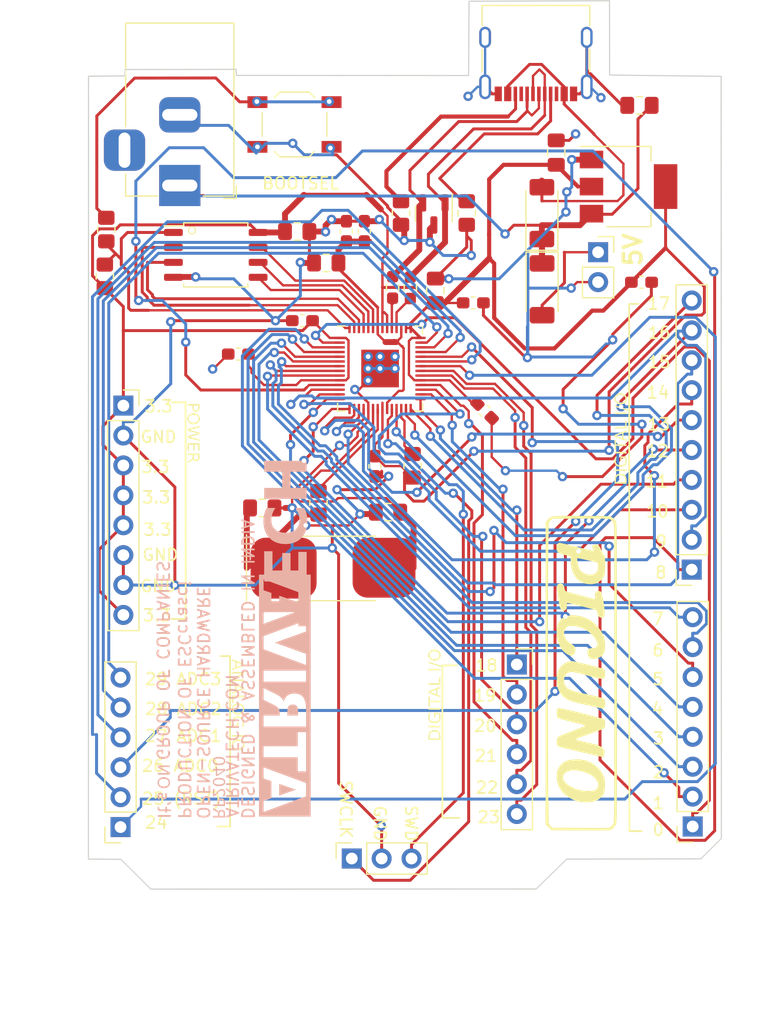
<source format=kicad_pcb>
(kicad_pcb (version 20221018) (generator pcbnew)
  (title_block (title "RP2040-BOARD") (company "ESC crasci") (comment 1 "ONGOC-FOR_ADMIN_ONLY"))
  (layers (0 "F.Cu" signal) (31 "B.Cu" signal) (34 "B.Paste" user) (35 "F.Paste" user) (36 "B.SilkS" user "B.Silkscreen") (37 "F.SilkS" user "F.Silkscreen") (38 "B.Mask" user) (39 "F.Mask" user) (44 "Edge.Cuts" user))
  (net 0 "")
  (net 1 "GND")
  (net 2 "Net-(U1-XIN)")
  (net 3 "Net-(C2-Pad2)")
  (net 4 "+1V1")
  (net 5 "+3.3V")
  (net 6 "VBUS")
  (net 7 "Net-(D1-A)")
  (net 8 "Net-(D2-A)")
  (net 9 "/USB1_DN")
  (net 10 "/USB1_DP")
  (net 11 "Net-(J1-CC1)")
  (net 13 "Net-(J1-CC2)")
  (net 15 "USB_DN")
  (net 16 "USB_DP")
  (net 17 "Net-(R6-Pad1)")
  (net 18 "QSPI_SS")
  (net 19 "Net-(U1-XOUT)")
  (net 20 "Net-(U1-RUN)")
  (net 21 "Net-(J3-Pin_3)")
  (net 22 "Net-(J3-Pin_4)")
  (net 23 "Net-(J3-Pin_5)")
  (net 24 "Net-(J3-Pin_6)")
  (net 25 "Net-(J3-Pin_7)")
  (net 26 "Net-(J3-Pin_8)")
  (net 27 "Net-(J3-Pin_9)")
  (net 28 "Net-(J3-Pin_10)")
  (net 29 "Net-(J4-Pin_5)")
  (net 30 "Net-(J4-Pin_6)")
  (net 31 "Net-(J4-Pin_7)")
  (net 32 "Net-(J4-Pin_8)")
  (net 33 "Net-(J5-Pin_1)")
  (net 34 "Net-(J5-Pin_2)")
  (net 35 "Net-(J5-Pin_3)")
  (net 36 "Net-(J5-Pin_4)")
  (net 37 "Net-(J5-Pin_5)")
  (net 38 "Net-(J5-Pin_6)")
  (net 39 "Net-(J7-Pin_1)")
  (net 40 "Net-(J7-Pin_2)")
  (net 41 "QSPI_SD3")
  (net 42 "QSPI_SCLK")
  (net 43 "QSPI_SD0")
  (net 44 "QSPI_SD2")
  (net 45 "QSPI_SSD1")
  (net 46 "Net-(J3-Pin_1)")
  (net 47 "Net-(J3-Pin_2)")
  (net 48 "Net-(J4-Pin_1)")
  (net 49 "Net-(J4-Pin_2)")
  (net 50 "Net-(J4-Pin_3)")
  (net 51 "Net-(J4-Pin_4)")
  (net 52 "Net-(J7-Pin_3)")
  (net 53 "Net-(J7-Pin_4)")
  (net 54 "Net-(J7-Pin_5)")
  (net 55 "Net-(J7-Pin_6)")
  (net 56 "Net-(J8-Pin_1)")
  (net 57 "Net-(J8-Pin_3)")
  (footprint "Capacitor_SMD:C_0805_2012Metric_Pad1.18x1.45mm_HandSolder" (layer "F.Cu") (at 253.37 61.424 90)
    (fp_text reference "C12" hide)
    (fp_text value "1u" hide)
  )
  (footprint "Button_Switch_SMD:SW_SPST_TL3342" (layer "F.Cu") (at 241.4 47.3)
    (fp_text reference "SW2" hide)
    (fp_text value "TACT SW")
  )
  (footprint "Capacitor_SMD:C_0603_1608Metric_Pad1.08x0.95mm_HandSolder" (layer "F.Cu") (at 236.6275 66.802 180)
    (fp_text reference "C6" hide)
    (fp_text value "100n")
  )
  (footprint "Package_TO_SOT_SMD:SOT-223-3_TabPin2" (layer "F.Cu") (at 269.798 52.5737)
    (fp_text reference "U2" hide)
    (fp_text value "AZ1117CH-3.3TRG1 SOT223-3" hide)
  )
  (footprint "Connector_PinSocket_2.54mm:PinSocket_1x06_P2.54mm_Vertical" (layer "F.Cu") (at 260.3 93.17)
    (fp_text reference "J7" hide)
    (fp_text value "Conn_01x06_Socket")
  )
  (footprint "Resistor_SMD:R_0805_2012Metric_Pad1.20x1.40mm_HandSolder" (layer "F.Cu") (at 243.44 79.44 90)
    (fp_text reference "R16" hide)
    (fp_text value "1k" hide)
  )
  (footprint "Capacitor_SMD:C_0805_2012Metric_Pad1.18x1.45mm_HandSolder" (layer "F.Cu") (at 263.65 49.6875 90)
    (fp_text reference "C14" hide)
    (fp_text value "10u" hide)
  )
  (footprint "Resistor_SMD:R_0805_2012Metric_Pad1.20x1.40mm_HandSolder" (layer "F.Cu") (at 251.44 76.29 90)
    (fp_text reference "R33" hide)
    (fp_text value "5.1K" hide)
  )
  (footprint "MountingHole:MountingHole_2.7mm_M2.5_ISO14580" (layer "F.Cu") (at 248.82 46.25)
    (fp_text reference "REF**" hide)
    (fp_text value "MountingHole_2.7mm_M2.5_ISO14580")
  )
  (footprint "Connector_PinSocket_2.54mm:PinSocket_1x02_P2.54mm_Vertical" (layer "F.Cu") (at 267.21 58.15)
    (fp_text reference "J2" hide)
    (fp_text value "Conn_01x02_Pin")
  )
  (footprint "Connector_PinSocket_2.54mm:PinSocket_1x08_P2.54mm_Vertical" (layer "F.Cu") (at 226.85 71.18)
    (fp_text reference "J6" hide)
    (fp_text value "Conn_01x08_Socket")
  )
  (footprint "Resistor_SMD:R_0805_2012Metric_Pad1.20x1.40mm_HandSolder" (layer "F.Cu") (at 250.454 54.82 -90)
    (fp_text reference "R3" hide)
    (fp_text value "5.1K" hide)
  )
  (footprint "Resistor_SMD:R_0805_2012Metric_Pad1.20x1.40mm_HandSolder" (layer "F.Cu") (at 225.275 60.2 90)
    (fp_text reference "R7" hide)
    (fp_text value "10k" hide)
  )
  (footprint "Capacitor_SMD:C_0805_2012Metric_Pad1.18x1.45mm_HandSolder" (layer "F.Cu") (at 241.63 56.392)
    (fp_text reference "C15" hide)
    (fp_text value "100n")
  )
  (footprint "Connector_PinSocket_2.54mm:PinSocket_1x10_P2.54mm_Vertical" (layer "F.Cu") (at 275.17 85.11 180)
    (fp_text reference "J3" hide)
    (fp_text value "Conn_01x10_Socket")
  )
  (footprint "Capacitor_SMD:C_0603_1608Metric_Pad1.08x0.95mm_HandSolder" (layer "F.Cu") (at 242.072 63.964 180)
    (fp_text reference "C7" hide)
    (fp_text value "100n" hide)
  )
  (footprint "Package_TO_SOT_SMD:SOT-23" (layer "F.Cu") (at 253.248 54.8985 -90)
    (fp_text reference "D3" hide)
    (fp_text value "D_TVS_Dual_AAC" hide)
  )
  (footprint "Capacitor_SMD:C_0805_2012Metric_Pad1.18x1.45mm_HandSolder" (layer "F.Cu") (at 244.1 59.062 180)
    (fp_text reference "C5" hide)
    (fp_text value "1u" hide)
  )
  (footprint "Capacitor_SMD:C_0603_1608Metric_Pad1.08x0.95mm_HandSolder" (layer "F.Cu") (at 245.8143 56.3795 90)
    (fp_text reference "C3" hide)
    (fp_text value "100n" hide)
  )
  (footprint "Capacitor_SMD:C_0603_1608Metric_Pad1.08x0.95mm_HandSolder" (layer "F.Cu") (at 257.556 71.628 -45)
    (fp_text reference "C9" hide)
    (fp_text value "100n" hide)
  )
  (footprint "Connector_PinSocket_2.54mm:PinSocket_1x08_P2.54mm_Vertical" (layer "F.Cu") (at 275.25 106.93 180)
    (fp_text reference "J4" hide)
    (fp_text value "Conn_01x08_Socket")
  )
  (footprint "Resistor_SMD:R_0603_1608Metric_Pad0.98x0.95mm_HandSolder" (layer "F.Cu") (at 251.25 61.172 -90)
    (fp_text reference "R4" hide)
    (fp_text value "27R" hide)
  )
  (footprint "Resistor_SMD:R_0805_2012Metric_Pad1.20x1.40mm_HandSolder" (layer "F.Cu") (at 256.042 54.82 -90)
    (fp_text reference "R2" hide)
    (fp_text value "5.1K" hide)
  )
  (footprint "Connector_PinSocket_2.54mm:PinSocket_1x06_P2.54mm_Vertical" (layer "F.Cu") (at 226.61 106.98 180)
    (fp_text reference "J5" hide)
    (fp_text value "Conn_01x06_Pin")
  )
  (footprint "Package_DFN_QFN:QFN-56-1EP_7x7mm_P0.4mm_EP3.2x3.2mm" (layer "F.Cu") (at 248.676 68.028)
    (fp_text reference "U1" hide)
    (fp_text value "RP2040" hide)
  )
  (footprint "Capacitor_SMD:C_0805_2012Metric_Pad1.18x1.45mm_HandSolder" (layer "F.Cu") (at 270.725 45.675 180)
    (fp_text reference "C13" hide)
    (fp_text value "10u")
  )
  (footprint "Resistor_SMD:R_0805_2012Metric_Pad1.20x1.40mm_HandSolder" (layer "F.Cu") (at 225.4 56.225 -90)
    (fp_text reference "R6" hide)
    (fp_text value "1k" hide)
  )
  (footprint "Connector_USB:USB_C_Receptacle_G-Switch_GT-USB-7010ASV" (layer "F.Cu") (at 261.925 40.975 180)
    (fp_text reference "J1" hide)
    (fp_text value "USB_C_Receptacle_USB2.0" hide)
  )
  (footprint "Capacitor_SMD:C_0603_1608Metric_Pad1.08x0.95mm_HandSolder" (layer "F.Cu") (at 248.24 76.3325 -90)
    (fp_text reference "C11" hide)
    (fp_text value "100n" hide)
  )
  (footprint "Resistor_SMD:R_0603_1608Metric_Pad0.98x0.95mm_HandSolder" (layer "F.Cu") (at 249.74 61.142 -90)
    (fp_text reference "R5" hide)
    (fp_text value "27R" hide)
  )
  (footprint "Capacitor_SMD:C_0603_1608Metric_Pad1.08x0.95mm_HandSolder" (layer "F.Cu") (at 256.6 62.45)
    (fp_text reference "C10" hide)
    (fp_text value "100n")
  )
  (footprint "Package_SO:SOIC-8_5.23x5.23mm_P1.27mm" (layer "F.Cu") (at 234.706 58.376)
    (fp_text reference "U3" hide)
    (fp_text value "W25Q128JVS" hide)
  )
  (footprint "Capacitor_SMD:C_0603_1608Metric_Pad1.08x0.95mm_HandSolder" (layer "F.Cu") (at 247.3383 56.3795 90)
    (fp_text reference "C4" hide)
    (fp_text value "100n" hide)
  )
  (footprint "Connector_BarrelJack:BarrelJack_Horizontal" (layer "F.Cu") (at 231.648 52.482 -90)
    (fp_text reference "J9" hide)
    (fp_text value "Barrel_Jack_Switch")
  )
  (footprint "Diode_SMD:D_SOD-128" (layer "F.Cu") (at 262.45 61.3 -90)
    (fp_text reference "D2" hide)
    (fp_text value "D_Schottky")
  )
  (footprint "Connector_PinSocket_2.54mm:PinSocket_1x03_P2.54mm_Vertical" (layer "F.Cu") (at 246.27 109.65 90)
    (fp_text reference "J8" hide)
    (fp_text value "Conn_01x03_Pin" hide)
  )
  (footprint "Capacitor_SMD:C_0805_2012Metric_Pad1.18x1.45mm_HandSolder" (layer "F.Cu") (at 249.35 80.232)
    (fp_text reference "C1" hide)
    (fp_text value "27p" hide)
  )
  (footprint "MountingHole:MountingHole_2.7mm_M2.5_ISO14580" (layer "F.Cu") (at 260.08 109.54 -90)
    (fp_text reference "REF**" hide)
    (fp_text value "MountingHole_2.7mm_M2.5_ISO14580")
  )
  (footprint "Capacitor_SMD:C_0603_1608Metric_Pad1.08x0.95mm_HandSolder" (layer "F.Cu") (at 270.9 60.7)
    (fp_text reference "C8" hide)
    (fp_text value "100n")
  )
  (footprint "Crystal:Crystal_SMD_SeikoEpson_MA505-2Pin_12.7x5.1mm_HandSoldering" (layer "F.Cu") (at 245 85.01)
    (fp_text reference "Y1" hide)
    (fp_text value "Crystal 12 Mhz")
  )
  (footprint "MountingHole:MountingHole_2.7mm_M2.5_ISO14580" (layer "F.Cu") (at 230.56 109.36)
    (fp_text reference "REF**" hide)
    (fp_text value "MountingHole_2.7mm_M2.5_ISO14580")
  )
  (footprint "Capacitor_SMD:C_0805_2012Metric_Pad1.18x1.45mm_HandSolder" (layer "F.Cu") (at 238.66 79.872 180)
    (fp_text reference "C2" hide)
    (fp_text value "27p" hide)
  )
  (footprint "Diode_SMD:D_SOD-128" (layer "F.Cu") (at 262.432 54.8292 90)
    (fp_text reference "D1" hide)
    (fp_text value "D_Schottky")
  )
  (gr_line (start 269.875 107.325) (end 270.925 107.325) (stroke (width 0.15)) (layer "F.SilkS"))
  (gr_poly (pts (xy 267.800178 103.509196) (xy 267.795807 103.6125) (xy 267.789187 103.713063) (xy 267.780376 103.809004) (xy 267.769436 103.898442) (xy 267.756427 103.979496) (xy 267.741409 104.050285) (xy 267.724443 104.108928) (xy 267.705589 104.153544) (xy 267.678762 104.19924) (xy 267.648334 104.245025) (xy 267.614574 104.290661) (xy 267.577751 104.335914) (xy 267.538133 104.380549) (xy 267.495989 104.424331) (xy 267.451588 104.467025) (xy 267.405199 104.508395) (xy 267.357089 104.548206) (xy 267.307529 104.586224) (xy 267.256786 104.622213) (xy 267.205129 104.655939) (xy 267.152828 104.687165) (xy 267.10015 104.715657) (xy 267.047365 104.741179) (xy 266.994741 104.763498) (xy 266.922309 104.788595) (xy 266.840068 104.810568) (xy 266.749389 104.82941) (xy 266.651644 104.845116) (xy 266.548201 104.857677) (xy 266.440432 104.867088) (xy 266.329707 104.873341) (xy 266.217396 104.87643) (xy 266.104871 104.876349) (xy 265.993501 104.87309) (xy 265.884657 104.866646) (xy 265.779709 104.857012) (xy 265.680028 104.844179) (xy 265.586985 104.828143) (xy 265.501949 104.808895) (xy 265.426292 104.786429) (xy 265.223069 104.710745) (xy 265.031447 104.626604) (xy 264.851636 104.534253) (xy 264.683844 104.433942) (xy 264.528277 104.325919) (xy 264.385146 104.210432) (xy 264.318309 104.149967) (xy 264.254658 104.08773) (xy 264.19422 104.023751) (xy 264.137021 103.958061) (xy 264.083087 103.890692) (xy 264.032444 103.821675) (xy 263.985118 103.75104) (xy 263.941135 103.678819) (xy 263.900521 103.605043) (xy 263.863302 103.529742) (xy 263.829504 103.452949) (xy 263.799154 103.374694) (xy 263.772276 103.295007) (xy 263.748898 103.213921) (xy 263.729045 103.131466) (xy 263.712743 103.047674) (xy 263.700019 102.962575) (xy 263.690898 102.8762) (xy 263.685406 102.788581) (xy 263.683569 102.699748) (xy 263.684823 102.610967) (xy 263.688657 102.52672) (xy 263.695178 102.446706) (xy 263.704494 102.370622) (xy 263.716711 102.298166) (xy 263.731939 102.229035) (xy 263.750283 102.162927) (xy 263.771852 102.09954) (xy 263.796754 102.038572) (xy 263.825094 101.97972) (xy 263.856982 101.922681) (xy 263.892525 101.867154) (xy 263.931829 101.812837) (xy 263.975003 101.759426) (xy 264.022154 101.70662) (xy 264.073389 101.654116) (xy 264.108642 101.620227) (xy 264.142369 101.588952) (xy 264.174874 101.560108) (xy 264.206458 101.533515) (xy 264.237425 101.508991) (xy 264.268075 101.486355) (xy 264.298713 101.465425) (xy 264.329639 101.44602) (xy 264.361156 101.427959) (xy 264.393566 101.41106) (xy 264.427173 101.395142) (xy 264.462277 101.380023) (xy 264.499182 101.365522) (xy 264.53819 101.351458) (xy 264.579602 101.33765) (xy 264.623722 101.323915) (xy 264.697791 101.302848) (xy 264.778369 101.28436) (xy 264.86455 101.268452) (xy 264.955427 101.255124) (xy 265.050093 101.244375) (xy 265.147641 101.236206) (xy 265.173591 101.234748) (xy 265.173591 102.154563) (xy 265.108824 102.15463) (xy 265.04551 102.157494) (xy 264.983759 102.163065) (xy 264.923677 102.171254) (xy 264.865374 102.181973) (xy 264.808958 102.195132) (xy 264.754538 102.210643) (xy 264.70222 102.228415) (xy 264.652115 102.248361) (xy 264.60433 102.270391) (xy 264.558973 102.294416) (xy 264.516154 102.320348) (xy 264.475979 102.348096) (xy 264.438558 102.377573) (xy 264.403999 102.408689) (xy 264.37241 102.441356) (xy 264.343899 102.475483) (xy 264.318576 102.510982) (xy 264.296547 102.547765) (xy 264.277922 102.585742) (xy 264.262809 102.624823) (xy 264.251316 102.664921) (xy 264.243551 102.705946) (xy 264.239623 102.747809) (xy 264.23964 102.790421) (xy 264.243711 102.833694) (xy 264.251943 102.877537) (xy 264.264446 102.921862) (xy 264.281327 102.96658) (xy 264.302694 103.011602) (xy 264.335916 103.06813) (xy 264.378428 103.125673) (xy 264.429633 103.183847) (xy 264.488934 103.24227) (xy 264.555731 103.300558) (xy 264.629428 103.358329) (xy 264.709427 103.415199) (xy 264.795128 103.470787) (xy 264.885936 103.524709) (xy 264.981251 103.576581) (xy 265.080476 103.626022) (xy 265.183013 103.672648) (xy 265.288264 103.716076) (xy 265.395631 103.755923) (xy 265.504517 103.791807) (xy 265.614323 103.823345) (xy 265.686518 103.840059) (xy 265.767957 103.855591) (xy 265.857135 103.869618) (xy 265.952548 103.881817) (xy 266.05269 103.891867) (xy 266.156056 103.899445) (xy 266.261143 103.904228) (xy 266.366444 103.905894) (xy 266.462168 103.905871) (xy 266.550086 103.903995) (xy 266.63056 103.90013) (xy 266.668119 103.89741) (xy 266.703954 103.894142) (xy 266.738109 103.89031) (xy 266.770629 103.885897) (xy 266.801561 103.880886) (xy 266.83095 103.87526) (xy 266.85884 103.869003) (xy 266.885278 103.862097) (xy 266.910308 103.854527) (xy 266.933976 103.846274) (xy 266.956327 103.837323) (xy 266.977407 103.827657) (xy 266.997261 103.817258) (xy 267.015935 103.80611) (xy 267.033473 103.794196) (xy 267.049921 103.7815) (xy 267.065324 103.768004) (xy 267.079728 103.753692) (xy 267.093178 103.738547) (xy 267.10572 103.722553) (xy 267.117398 103.705691) (xy 267.128259 103.687947) (xy 267.138347 103.669302) (xy 267.147707 103.64974) (xy 267.156386 103.629244) (xy 267.164428 103.607798) (xy 267.181242 103.553436) (xy 267.193817 103.500311) (xy 267.202106 103.44826) (xy 267.204628 103.422588) (xy 267.206061 103.397123) (xy 267.2064 103.371847) (xy 267.205637 103.346739) (xy 267.203768 103.321778) (xy 267.200786 103.296945) (xy 267.196685 103.27222) (xy 267.19146 103.247582) (xy 267.185105 103.223011) (xy 267.177613 103.198487) (xy 267.16898 103.17399) (xy 267.159198 103.1495) (xy 267.136168 103.100459) (xy 267.108475 103.051203) (xy 267.076074 103.001571) (xy 267.038916 102.951401) (xy 266.996954 102.900533) (xy 266.950143 102.848805) (xy 266.898434 102.796056) (xy 266.834107 102.737606) (xy 266.763466 102.681017) (xy 266.686859 102.626431) (xy 266.604636 102.573987) (xy 266.517146 102.523828) (xy 266.424739 102.476093) (xy 266.327763 102.430925) (xy 266.226568 102.388464) (xy 266.121504 102.348852) (xy 266.01292 102.312229) (xy 265.901165 102.278737) (xy 265.786588 102.248517) (xy 265.66954 102.221709) (xy 265.550368 102.198455) (xy 265.429422 102.178896) (xy 265.307053 102.163173) (xy 265.239703 102.15738) (xy 265.173591 102.154563) (xy 265.173591 101.234748) (xy 265.247164 101.230617) (xy 265.347755 101.227607) (xy 265.448507 101.227177) (xy 265.548514 101.229327) (xy 265.646867 101.234056) (xy 265.742662 101.241365) (xy 265.83499 101.251254) (xy 265.922944 101.263722) (xy 266.005619 101.27877) (xy 266.082106 101.296398) (xy 266.227418 101.338687) (xy 266.369015 101.389643) (xy 266.506515 101.448902) (xy 266.639533 101.516101) (xy 266.767688 101.590878) (xy 266.890596 101.672871) (xy 267.007874 101.761715) (xy 267.11914 101.85705) (xy 267.224011 101.958511) (xy 267.322102 102.065735) (xy 267.413033 102.178361) (xy 267.49642 102.296026) (xy 267.571879 102.418366) (xy 267.639028 102.545019) (xy 267.697484 102.675622) (xy 267.746864 102.809812) (xy 267.762675 102.867327) (xy 267.775751 102.937149) (xy 267.786154 103.017397) (xy 267.793943 103.106191) (xy 267.79918 103.201648) (xy 267.801924 103.301889) (xy 267.802237 103.405032)) (fill solid) (layer "F.SilkS"))
  (gr_poly (pts (xy 267.81037 96.474538) (xy 267.809494 96.50411) (xy 267.808266 96.53262) (xy 267.806685 96.560072) (xy 267.804751 96.58647) (xy 267.802463 96.611818) (xy 267.799819 96.636121) (xy 267.796819 96.659382) (xy 267.793463 96.681607) (xy 267.789748 96.702799) (xy 267.785676 96.722961) (xy 267.781243 96.7421) (xy 267.776451 96.760218) (xy 267.771297 96.77732) (xy 267.765782 96.79341) (xy 267.759903 96.808493) (xy 267.753661 96.822572) (xy 267.747055 96.835651) (xy 267.740083 96.847736) (xy 267.732745 96.85883) (xy 267.725041 96.868937) (xy 267.716968 96.878061) (xy 267.708527 96.886207) (xy 267.699716 96.893379) (xy 267.690535 96.899582) (xy 267.680983 96.904818) (xy 267.671059 96.909093) (xy 267.660762 96.912411) (xy 267.650091 96.914775) (xy 267.639046 96.916191) (xy 267.627625 96.916662) (xy 267.598541 96.914378) (xy 267.554032 96.907848) (xy 267.496303 96.897556) (xy 267.427556 96.883986) (xy 267.265824 96.848945) (xy 267.086464 96.806596) (xy 266.850924 96.748696) (xy 266.536704 96.677038) (xy 266.185508 96.60022) (xy 265.839042 96.526843) (xy 265.660571 96.488674) (xy 265.496033 96.451297) (xy 265.344528 96.414324) (xy 265.205155 96.377364) (xy 265.077015 96.340028) (xy 264.959207 96.301927) (xy 264.850831 96.262669) (xy 264.750987 96.221867) (xy 264.658774 96.179129) (xy 264.573293 96.134068) (xy 264.493643 96.086292) (xy 264.418924 96.035413) (xy 264.348236 95.98104) (xy 264.280678 95.922784) (xy 264.215351 95.860256) (xy 264.151353 95.793065) (xy 264.088971 95.722857) (xy 264.032365 95.65447) (xy 263.981296 95.587144) (xy 263.93552 95.52012) (xy 263.894795 95.45264) (xy 263.858881 95.383943) (xy 263.827535 95.313272) (xy 263.800516 95.239866) (xy 263.777581 95.162967) (xy 263.758488 95.081815) (xy 263.742997 94.995652) (xy 263.730864 94.903718) (xy 263.721849 94.805254) (xy 263.715708 94.699502) (xy 263.712202 94.585701) (xy 263.711086 94.463093) (xy 263.710352 94.299596) (xy 263.710865 94.229561) (xy 263.71209 94.166357) (xy 263.714121 94.109254) (xy 263.717052 94.057518) (xy 263.720977 94.010417) (xy 263.725991 93.96722) (xy 263.732187 93.927193) (xy 263.73966 93.889605) (xy 263.748503 93.853724) (xy 263.758811 93.818816) (xy 263.770677 93.784151) (xy 263.784195 93.748995) (xy 263.799461 93.712617) (xy 263.816567 93.674283) (xy 263.858624 93.589796) (xy 263.907098 93.50852) (xy 263.961523 93.430765) (xy 264.021437 93.356838) (xy 264.086376 93.28705) (xy 264.155876 93.221709) (xy 264.229475 93.161124) (xy 264.306708 93.105605) (xy 264.387111 93.05546) (xy 264.470222 93.010998) (xy 264.555577 92.972529) (xy 264.642712 92.940361) (xy 264.731164 92.914804) (xy 264.820469 92.896166) (xy 264.910163 92.884756) (xy 264.999784 92.880885) (xy 265.157315 92.905669) (xy 265.465489 92.971675) (xy 266.331476 93.177262) (xy 267.193163 93.397468) (xy 267.495963 93.481747) (xy 267.64597 93.532114) (xy 267.65628 93.537479) (xy 267.666536 93.54322) (xy 267.676684 93.549284) (xy 267.686671 93.555617) (xy 267.696444 93.562165) (xy 267.705947 93.568874) (xy 267.715129 93.57569) (xy 267.723933 93.58256) (xy 267.732308 93.589431) (xy 267.7402 93.596247) (xy 267.747554 93.602956) (xy 267.754316 93.609504) (xy 267.760434 93.615836) (xy 267.765853 93.6219) (xy 267.77052 93.627641) (xy 267.77438 93.633007) (xy 267.779742 93.642399) (xy 267.784653 93.654136) (xy 267.793146 93.684019) (xy 267.799905 93.721412) (xy 267.804978 93.765073) (xy 267.808412 93.813759) (xy 267.810254 93.866227) (xy 267.810551 93.921235) (xy 267.80935 93.977539) (xy 267.806697 94.033897) (xy 267.802641 94.089066) (xy 267.797227 94.141802) (xy 267.790504 94.190865) (xy 267.782517 94.235009) (xy 267.773315 94.272994) (xy 267.762943 94.303575) (xy 267.757334 94.315701) (xy 267.75145 94.32551) (xy 267.730202 94.346674) (xy 267.702284 94.363686) (xy 267.667258 94.376479) (xy 267.624687 94.384986) (xy 267.574136 94.38914) (xy 267.515167 94.388874) (xy 267.447344 94.38412) (xy 267.37023 94.374811) (xy 267.283388 94.36088) (xy 267.186382 94.34226) (xy 266.960131 94.290684) (xy 266.687983 94.219546) (xy 266.366444 94.128307) (xy 266.133123 94.061862) (xy 265.922353 94.003479) (xy 265.732718 93.95305) (xy 265.5628 93.910467) (xy 265.411182 93.875623) (xy 265.341792 93.86107) (xy 265.276446 93.848411) (xy 265.214966 93.837633) (xy 265.157175 93.828723) (xy 265.102895 93.821667) (xy 265.051951 93.816452) (xy 265.004163 93.813064) (xy 264.959356 93.811489) (xy 264.917352 93.811716) (xy 264.877974 93.813729) (xy 264.841045 93.817515) (xy 264.806387 93.823062) (xy 264.773823 93.830356) (xy 264.743176 93.839382) (xy 264.71427 93.850129) (xy 264.686926 93.862582) (xy 264.660968 93.876728) (xy 264.636218 93.892553) (xy 264.612499 93.910044) (xy 264.589635 93.929188) (xy 264.567447 93.949971) (xy 264.545759 93.97238) (xy 264.514464 94.007031) (xy 264.48587 94.040634) (xy 264.459883 94.073431) (xy 264.436408 94.105663) (xy 264.415352 94.137574) (xy 264.39662 94.169403) (xy 264.380119 94.201394) (xy 264.365754 94.233788) (xy 264.353431 94.266827) (xy 264.343056 94.300752) (xy 264.334535 94.335807) (xy 264.327775 94.372231) (xy 264.322681 94.410268) (xy 264.319158 94.450159) (xy 264.317114 94.492147) (xy 264.316453 94.536471) (xy 264.316835 94.565395) (xy 264.318003 94.593735) (xy 264.31999 94.621551) (xy 264.322831 94.648903) (xy 264.326558 94.675852) (xy 264.331206 94.702458) (xy 264.336807 94.728782) (xy 264.343396 94.754885) (xy 264.351007 94.780826) (xy 264.359672 94.806667) (xy 264.369425 94.832467) (xy 264.3803 94.858287) (xy 264.392331 94.884188) (xy 264.405551 94.91023) (xy 264.419993 94.936473) (xy 264.435692 94.962978) (xy 264.471765 95.019427) (xy 264.511882 95.072114) (xy 264.557078 95.121468) (xy 264.608388 95.167921) (xy 264.666845 95.211901) (xy 264.733485 95.253839) (xy 264.809341 95.294164) (xy 264.89545 95.333308) (xy 264.992844 95.371698) (xy 265.102559 95.409767) (xy 265.22563 95.447943) (xy 265.36309 95.486656) (xy 265.685318 95.567414) (xy 266.07752 95.655482) (xy 266.436177 95.732676) (xy 266.738565 95.800088) (xy 266.990326 95.859116) (xy 267.197104 95.911158) (xy 267.285388 95.934995) (xy 267.364542 95.95761) (xy 267.435271 95.979177) (xy 267.498282 95.99987) (xy 267.55428 96.019865) (xy 267.603969 96.039336) (xy 267.648055 96.058458) (xy 267.687244 96.077405) (xy 267.707529 96.087462) (xy 267.725483 96.097245) (xy 267.741247 96.107121) (xy 267.754961 96.117461) (xy 267.766768 96.128634) (xy 267.776808 96.141009) (xy 267.78121 96.147764) (xy 267.785222 96.154957) (xy 267.792152 96.170846) (xy 267.797738 96.189046) (xy 267.802121 96.209926) (xy 267.805443 96.233857) (xy 267.807845 96.261207) (xy 267.809467 96.292345) (xy 267.810451 96.327643) (xy 267.811069 96.41219)) (fill solid) (layer "F.SilkS"))
  (gr_poly (pts (xy 267.760995 88.865557) (xy 267.759978 88.901287) (xy 267.758288 88.933578) (xy 267.755866 88.962698) (xy 267.754362 88.976153) (xy 267.752652 88.988916) (xy 267.750728 89.001021) (xy 267.748584 89.0125) (xy 267.746211 89.023389) (xy 267.743603 89.03372) (xy 267.74075 89.043527) (xy 267.737647 89.052844) (xy 267.734285 89.061704) (xy 267.730657 89.07014) (xy 267.726755 89.078187) (xy 267.722572 89.085878) (xy 267.7181 89.093247) (xy 267.713332 89.100326) (xy 267.708259 89.107151) (xy 267.702875 89.113753) (xy 267.697172 89.120168) (xy 267.691142 89.126428) (xy 267.684778 89.132567) (xy 267.678073 89.138619) (xy 267.65848 89.155085) (xy 267.638437 89.169257) (xy 267.618004 89.181179) (xy 267.597242 89.190893) (xy 267.576212 89.198445) (xy 267.554973 89.203877) (xy 267.533586 89.207233) (xy 267.512113 89.208557) (xy 267.490612 89.207892) (xy 267.469145 89.205283) (xy 267.447771 89.200772) (xy 267.426553 89.194404) (xy 267.405549 89.186222) (xy 267.384821 89.17627) (xy 267.364429 89.164592) (xy 267.344433 89.15123) (xy 267.324894 89.13623) (xy 267.305872 89.119634) (xy 267.287428 89.101486) (xy 267.269622 89.08183) (xy 267.252515 89.060709) (xy 267.236167 89.038168) (xy 267.220638 89.014249) (xy 267.20599 88.988997) (xy 267.192282 88.962455) (xy 267.179575 88.934667) (xy 267.167929 88.905676) (xy 267.157406 88.875526) (xy 267.148064 88.844262) (xy 267.139966 88.811926) (xy 267.133171 88.778562) (xy 267.127739 88.744213) (xy 267.100222 88.551597) (xy 265.861972 88.239741) (xy 265.379714 88.120072) (xy 264.979146 88.021901) (xy 264.59162 87.927885) (xy 264.589497 87.928205) (xy 264.587429 87.929153) (xy 264.58346 87.932874) (xy 264.579719 87.938919) (xy 264.576213 87.947161) (xy 264.572949 87.957472) (xy 264.569934 87.969724) (xy 264.567174 87.983791) (xy 264.564676 87.999543) (xy 264.560493 88.035596) (xy 264.557439 88.076862) (xy 264.555567 88.122321) (xy 264.554931 88.17095) (xy 264.554701 88.207212) (xy 264.553955 88.240484) (xy 264.552603 88.271003) (xy 264.55056 88.299002) (xy 264.547737 88.324717) (xy 264.544048 88.348383) (xy 264.541851 88.359522) (xy 264.539405 88.370236) (xy 264.536698 88.380555) (xy 264.53372 88.390509) (xy 264.53046 88.400128) (xy 264.526907 88.409439) (xy 264.52305 88.418474) (xy 264.518878 88.427261) (xy 264.51438 88.43583) (xy 264.509546 88.444209) (xy 264.504364 88.452429) (xy 264.498823 88.460519) (xy 264.492912 88.468508) (xy 264.486622 88.476426) (xy 264.47994 88.484302) (xy 264.472856 88.492165) (xy 264.457437 88.507971) (xy 264.440278 88.52408) (xy 264.422937 88.540265) (xy 264.406885 88.554463) (xy 264.391909 88.566725) (xy 264.377792 88.577107) (xy 264.370989 88.581609) (xy 264.364321 88.585661) (xy 264.357759 88.58927) (xy 264.351279 88.592442) (xy 264.344852 88.595184) (xy 264.338452 88.597503) (xy 264.332052 88.599405) (xy 264.325625 88.600897) (xy 264.319145 88.601987) (xy 264.312584 88.60268) (xy 264.305915 88.602983) (xy 264.299112 88.602904) (xy 264.292148 88.602448) (xy 264.284996 88.601623) (xy 264.277628 88.600435) (xy 264.270019 88.598891) (xy 264.253968 88.594762) (xy 264.236627 88.589289) (xy 264.217781 88.582526) (xy 264.197215 88.574528) (xy 264.164692 88.559517) (xy 264.134165 88.541941) (xy 264.105585 88.521704) (xy 264.078907 88.498713) (xy 264.054083 88.472873) (xy 264.031066 88.444091) (xy 264.00981 88.412273) (xy 263.990266 88.377324) (xy 263.972388 88.33915) (xy 263.95613 88.297658) (xy 263.941443 88.252753) (xy 263.928282 88.204342) (xy 263.916598 88.152329) (xy 263.906345 88.096622) (xy 263.897477 88.037126) (xy 263.889945 87.973747) (xy 263.88294 87.902089) (xy 263.872604 87.813233) (xy 263.844084 87.597686) (xy 263.808685 87.354621) (xy 263.770706 87.111557) (xy 263.754707 87.005507) (xy 263.741174 86.91044) (xy 263.730207 86.825625) (xy 263.725717 86.786833) (xy 263.721907 86.750329) (xy 263.718788 86.716023) (xy 263.716374 86.683821) (xy 263.714678 86.653633) (xy 263.713711 86.625367) (xy 263.713486 86.598932) (xy 263.714017 86.574236) (xy 263.715314 86.551187) (xy 263.717392 86.529695) (xy 263.720263 86.509667) (xy 263.723939 86.491012) (xy 263.728433 86.473638) (xy 263.733757 86.457455) (xy 263.739925 86.442369) (xy 263.746948 86.428291) (xy 263.75484 86.415128) (xy 263.763612 86.402789) (xy 263.773278 86.391181) (xy 263.78385 86.380215) (xy 263.79534 86.369798) (xy 263.807762 86.359839) (xy 263.821128 86.350245) (xy 263.83545 86.340926) (xy 263.850741 86.331791) (xy 263.867014 86.322747) (xy 263.888037 86.312358) (xy 263.908952 86.303537) (xy 263.929733 86.296266) (xy 263.950352 86.290527) (xy 263.970784 86.286304) (xy 263.991 86.283578) (xy 264.010975 86.282331) (xy 264.030681 86.282546) (xy 264.050091 86.284206) (xy 264.069179 86.287293) (xy 264.087918 86.291788) (xy 264.10628 86.297675) (xy 264.124239 86.304936) (xy 264.141769 86.313553) (xy 264.158841 86.323509) (xy 264.17543 86.334785) (xy 264.191508 86.347365) (xy 264.207049 86.36123) (xy 264.222026 86.376364) (xy 264.236411 86.392747) (xy 264.250178 86.410364) (xy 264.263301 86.429196) (xy 264.275751 86.449225) (xy 264.287503 86.470434) (xy 264.298529 86.492805) (xy 264.308803 86.51632) (xy 264.318298 86.540963) (xy 264.326987 86.566715) (xy 264.334842 86.593559) (xy 264.341838 86.621476) (xy 264.347947 86.65045) (xy 264.353142 86.680463) (xy 264.356842 86.701133) (xy 264.361033 86.721783) (xy 264.365667 86.742285) (xy 264.370698 86.762512) (xy 264.376078 86.782335) (xy 264.38176 86.801628) (xy 264.387698 86.820262) (xy 264.393843 86.838111) (xy 264.40015 86.855045) (xy 264.406572 86.870939) (xy 264.41306 86.885664) (xy 264.419569 86.899092) (xy 264.426051 86.911095) (xy 264.432459 86.921548) (xy 264.438746 86.93032) (xy 264.444865 86.937286) (xy 264.478529 86.952363) (xy 264.559616 86.979223) (xy 264.837478 87.061254) (xy 265.669929 87.289269) (xy 266.516998 87.508686) (xy 266.813133 87.579968) (xy 266.953467 87.606857) (xy 266.9543 87.606524) (xy 266.955078 87.605536) (xy 266.956468 87.601662) (xy 266.957629 87.59537) (xy 266.958555 87.586793) (xy 266.959674 87.563325) (xy 266.959773 87.532333) (xy 266.958796 87.494892) (xy 266.956691 87.452076) (xy 266.953404 87.404961) (xy 266.948881 87.354621) (xy 266.945822 87.31826) (xy 266.943542 87.284728) (xy 266.942069 87.253842) (xy 266.941428 87.225422) (xy 266.941648 87.199286) (xy 266.942754 87.175253) (xy 266.944774 87.153141) (xy 266.946135 87.142749) (xy 266.947734 87.132769) (xy 266.949576 87.123178) (xy 266.951662 87.113955) (xy 266.953997 87.105076) (xy 266.956584 87.096519) (xy 266.959426 87.08826) (xy 266.962527 87.080278) (xy 266.96589 87.07255) (xy 266.969518 87.065052) (xy 266.973415 87.057763) (xy 266.977584 87.050659) (xy 266.982029 87.043718) (xy 266.986752 87.036917) (xy 266.997048 87.023646) (xy 267.0085 87.010663) (xy 267.018783 87.000237) (xy 267.029822 86.990457) (xy 267.041564 86.981323) (xy 267.053958 86.972837) (xy 267.066954 86.964999) (xy 267.0805 86.95781) (xy 267.094544 86.951271) (xy 267.109036 86.945383) (xy 267.123925 86.940146) (xy 267.139158 86.935562) (xy 267.154686 86.931632) (xy 267.170456 86.928355) (xy 267.20252 86.923768) (xy 267.234939 86.921807) (xy 267.267305 86.92248) (xy 267.299208 86.925793) (xy 267.314857 86.928442) (xy 267.330237 86.931753) (xy 267.345296 86.935728) (xy 267.359983 86.940367) (xy 267.374246 86.945671) (xy 267.388036 86.951641) (xy 267.401299 86.958277) (xy 267.413986 86.965582) (xy 267.426044 86.973554) (xy 267.437423 86.982196) (xy 267.448072 86.991508) (xy 267.457939 87.001491) (xy 267.470804 87.021048) (xy 267.485187 87.053255) (xy 267.517702 87.151615) (xy 267.553871 87.288562) (xy 267.592083 87.456089) (xy 267.630724 87.646189) (xy 267.668184 87.850853) (xy 267.702848 88.062074) (xy 267.733106 88.271844) (xy 267.74063 88.351957) (xy 267.748584 88.465607) (xy 267.755678 88.598174) (xy 267.760623 88.735041) (xy 267.761258 88.782703) (xy 267.761402 88.826118)) (fill solid) (layer "F.SilkS"))
  (gr_poly (pts (xy 267.810804 98.225706) (xy 267.810021 98.259131) (xy 267.808742 98.291736) (xy 267.806985 98.323381) (xy 267.804771 98.353924) (xy 267.802121 98.383224) (xy 267.799054 98.411141) (xy 267.795591 98.437532) (xy 267.791752 98.462257) (xy 267.787557 98.485175) (xy 267.783025 98.506145) (xy 267.778178 98.525026) (xy 267.773036 98.541676) (xy 267.767618 98.555955) (xy 267.761945 98.567721) (xy 267.759019 98.572618) (xy 267.756036 98.576834) (xy 267.744153 98.586523) (xy 267.720951 98.599953) (xy 267.643032 98.637099) (xy 267.52717 98.68639) (xy 267.378255 98.745947) (xy 267.000833 98.888331) (xy 266.549889 99.049203) (xy 266.34982 99.120067) (xy 266.171893 99.183374) (xy 266.014926 99.239627) (xy 265.877737 99.28933) (xy 265.759143 99.332986) (xy 265.657962 99.371101) (xy 265.613532 99.388237) (xy 265.573011 99.404177) (xy 265.536253 99.418983) (xy 265.503109 99.432718) (xy 265.473432 99.445445) (xy 265.447073 99.457228) (xy 265.423885 99.468129) (xy 265.40372 99.478212) (xy 265.38643 99.487538) (xy 265.371868 99.496172) (xy 265.359885 99.504176) (xy 265.350335 99.511613) (xy 265.346425 99.515139) (xy 265.343068 99.518547) (xy 265.340245 99.521844) (xy 265.337938 99.525039) (xy 265.336128 99.52814) (xy 265.334796 99.531154) (xy 265.333925 99.534089) (xy 265.333495 99.536953) (xy 265.333489 99.539755) (xy 265.333887 99.542501) (xy 265.334672 99.5452) (xy 265.335824 99.54786) (xy 265.337326 99.550488) (xy 265.339158 99.553093) (xy 265.343742 99.558263) (xy 265.36455 99.566521) (xy 265.411316 99.580476) (xy 265.571328 99.622468) (xy 265.800992 99.678218) (xy 266.07752 99.741706) (xy 266.436159 99.822662) (xy 266.589557 99.8587) (xy 266.727243 99.892332) (xy 266.85039 99.923976) (xy 266.960176 99.954048) (xy 267.057775 99.982964) (xy 267.144364 100.011141) (xy 267.221117 100.038996) (xy 267.289211 100.066945) (xy 267.349821 100.095404) (xy 267.377688 100.109955) (xy 267.404124 100.124791) (xy 267.429277 100.139962) (xy 267.453293 100.15552) (xy 267.498506 100.18801) (xy 267.540938 100.222677) (xy 267.581764 100.259937) (xy 267.608008 100.284959) (xy 267.631781 100.308557) (xy 267.653189 100.330919) (xy 267.672339 100.352232) (xy 267.68934 100.372686) (xy 267.704299 100.392468) (xy 267.717323 100.411767) (xy 267.728519 100.430769) (xy 267.737996 100.449665) (xy 267.745861 100.468641) (xy 267.75222 100.487886) (xy 267.757183 100.507587) (xy 267.760855 100.527934) (xy 267.763345 100.549113) (xy 267.764761 100.571314) (xy 267.765209 100.594724) (xy 267.764268 100.630002) (xy 267.761554 100.666704) (xy 267.757228 100.70432) (xy 267.75145 100.742339) (xy 267.744383 100.78025) (xy 267.736187 100.817544) (xy 267.727024 100.853709) (xy 267.717054 100.888234) (xy 267.70644 100.92061) (xy 267.695342 100.950326) (xy 267.683921 100.976871) (xy 267.67234 100.999734) (xy 267.666539 101.009626) (xy 267.660758 101.018405) (xy 267.655017 101.02601) (xy 267.649337 101.032374) (xy 267.643738 101.037436) (xy 267.638239 101.04113) (xy 267.632862 101.043393) (xy 267.627625 101.044162) (xy 267.201117 100.949) (xy 266.224275 100.723133) (xy 264.376073 100.287454) (xy 264.264755 100.261037) (xy 264.165927 100.236487) (xy 264.078854 100.213308) (xy 264.002806 100.191002) (xy 263.968687 100.180022) (xy 263.93705 100.169073) (xy 263.907802 100.158094) (xy 263.880853 100.147022) (xy 263.856111 100.135797) (xy 263.833484 100.124354) (xy 263.81288 100.112633) (xy 263.794209 100.10057) (xy 263.777379 100.088105) (xy 263.762298 100.075174) (xy 263.748875 100.061716) (xy 263.737017 100.047669) (xy 263.726635 100.03297) (xy 263.717635 100.017557) (xy 263.709927 100.001368) (xy 263.703419 99.984341) (xy 263.698019 99.966414) (xy 263.693636 99.947525) (xy 263.690179 99.927611) (xy 263.687555 99.90661) (xy 263.685674 99.884461) (xy 263.684444 99.861101) (xy 263.683569 99.810499) (xy 263.684435 99.752821) (xy 263.687054 99.698408) (xy 263.689031 99.672404) (xy 263.69146 99.647192) (xy 263.694343 99.622763) (xy 263.697686 99.599107) (xy 263.701493 99.576218) (xy 263.705767 99.554086) (xy 263.710513 99.532703) (xy 263.715735 99.512061) (xy 263.721438 99.492151) (xy 263.727625 99.472964) (xy 263.734301 99.454494) (xy 263.741469 99.43673) (xy 263.749135 99.419665) (xy 263.757302 99.40329) (xy 263.765975 99.387597) (xy 263.775158 99.372578) (xy 263.784854 99.358224) (xy 263.795068 99.344526) (xy 263.805805 99.331477) (xy 263.817069 99.319067) (xy 263.828863 99.30729) (xy 263.841192 99.296135) (xy 263.85406 99.285595) (xy 263.867471 99.275661) (xy 263.88143 99.266325) (xy 263.89594 99.257578) (xy 263.911007 99.249413) (xy 263.926634 99.24182) (xy 264.062354 99.183921) (xy 264.321039 99.081307) (xy 265.059403 98.796967) (xy 265.444995 98.64799) (xy 265.767384 98.520081) (xy 265.894263 98.46846) (xy 265.992605 98.427427) (xy 266.058163 98.398755) (xy 266.077321 98.389609) (xy 266.086691 98.384218) (xy 266.099455 98.368633) (xy 266.099701 98.361202) (xy 266.093356 98.353262) (xy 266.078546 98.344246) (xy 266.053397 98.333591) (xy 265.964586 98.305107) (xy 265.811928 98.263295) (xy 265.580428 98.203639) (xy 264.820926 98.012742) (xy 264.628371 97.964579) (xy 264.445652 97.917223) (xy 264.277014 97.871908) (xy 264.126703 97.829872) (xy 263.998963 97.79235) (xy 263.898042 97.760579) (xy 263.828184 97.735794) (xy 263.806231 97.726408) (xy 263.793636 97.719232) (xy 263.784757 97.711635) (xy 263.776186 97.701824) (xy 263.767936 97.689927) (xy 263.76002 97.676067) (xy 263.745237 97.642959) (xy 263.731939 97.603504) (xy 263.720226 97.558701) (xy 263.7102 97.509551) (xy 263.70196 97.457056) (xy 263.695608 97.402217) (xy 263.691245 97.346033) (xy 263.688971 97.289508) (xy 263.688887 97.23364) (xy 263.691094 97.179432) (xy 263.695692 97.127885) (xy 263.702783 97.079998) (xy 263.712467 97.036774) (xy 263.724844 96.999213) (xy 263.732555 96.980388) (xy 263.740305 96.963411) (xy 263.748243 96.948193) (xy 263.756518 96.934648) (xy 263.760827 96.928476) (xy 263.765276 96.922689) (xy 263.769882 96.917277) (xy 263.774665 96.912228) (xy 263.779643 96.907532) (xy 263.784834 96.903178) (xy 263.790257 96.899154) (xy 263.79593 96.895451) (xy 263.801871 96.892057) (xy 263.8081 96.88896) (xy 263.814635 96.886151) (xy 263.821494 96.883618) (xy 263.828695 96.881351) (xy 263.836258 96.879338) (xy 263.85254 96.876031) (xy 263.870488 96.873612) (xy 263.890249 96.871992) (xy 263.911973 96.871084) (xy 263.935806 96.8708) (xy 264.154228 96.907821) (xy 264.597138 97.006162) (xy 265.852227 97.310494) (xy 267.092698 97.631164) (xy 267.517335 97.749928) (xy 267.710175 97.81554) (xy 267.725668 97.826615) (xy 267.739528 97.837718) (xy 267.751843 97.849196) (xy 267.7627 97.8614) (xy 267.772187 97.87468) (xy 267.780391 97.889383) (xy 267.787399 97.90586) (xy 267.793298 97.92446) (xy 267.798176 97.945532) (xy 267.802121 97.969425) (xy 267.805219 97.99649) (xy 267.807558 98.027075) (xy 267.809225 98.061529) (xy 267.810308 98.100202) (xy 267.811069 98.191603)) (fill solid) (layer "F.SilkS"))
  (gr_poly (pts (xy 267.805194 84.965329) (xy 267.801485 85.09907) (xy 267.796165 85.222653) (xy 267.789554 85.332693) (xy 267.781976 85.425804) (xy 267.773754 85.498599) (xy 267.769501 85.526321) (xy 267.765209 85.547694) (xy 267.750443 85.591041) (xy 267.73049 85.636505) (xy 267.705755 85.683621) (xy 267.676639 85.731927) (xy 267.643547 85.780957) (xy 267.60688 85.83025) (xy 267.567043 85.879342) (xy 267.524438 85.927768) (xy 267.479468 85.975066) (xy 267.432536 86.020771) (xy 267.384046 86.064421) (xy 267.334401 86.105551) (xy 267.284003 86.143699) (xy 267.233255 86.178401) (xy 267.182562 86.209192) (xy 267.132325 86.235611) (xy 267.078033 86.259902) (xy 267.018729 86.281176) (xy 266.954992 86.299428) (xy 266.887398 86.314649) (xy 266.816526 86.326835) (xy 266.742954 86.335977) (xy 266.667258 86.342069) (xy 266.590018 86.345104) (xy 266.51181 86.345076) (xy 266.433212 86.341978) (xy 266.354803 86.335803) (xy 266.277159 86.326545) (xy 266.200859 86.314196) (xy 266.12648 86.29875) (xy 266.054601 86.280201) (xy 265.985798 86.258541) (xy 265.858457 86.208077) (xy 265.737969 86.146334) (xy 265.624521 86.07364) (xy 265.518301 85.990325) (xy 265.419498 85.896719) (xy 265.3283 85.79315) (xy 265.244894 85.679947) (xy 265.16947 85.55744) (xy 265.102214 85.425957) (xy 265.043316 85.285829) (xy 264.992963 85.137384) (xy 264.951343 84.980951) (xy 264.918644 84.81686) (xy 264.895056 84.645439) (xy 264.880764 84.467019) (xy 264.875959 84.281927) (xy 264.875959 83.993002) (xy 264.499898 83.896693) (xy 264.37283 83.862573) (xy 264.259414 83.83032) (xy 264.158895 83.79933) (xy 264.070523 83.768999) (xy 264.030657 83.753891) (xy 263.993545 83.738721) (xy 263.959093 83.723413) (xy 263.927207 83.707893) (xy 263.897794 83.692083) (xy 263.870758 83.675908) (xy 263.846007 83.659294) (xy 263.823446 83.642164) (xy 263.802981 83.624443) (xy 263.784518 83.606055) (xy 263.767963 83.586925) (xy 263.753221 83.566977) (xy 263.7402 83.546136) (xy 263.728804 83.524325) (xy 263.718939 83.50147) (xy 263.710513 83.477494) (xy 263.70343 83.452323) (xy 263.697597 83.425881) (xy 263.692919 83.398091) (xy 263.689302 83.368879) (xy 263.686653 83.338169) (xy 263.684877 83.305885) (xy 263.683569 83.236294) (xy 263.683864 83.214168) (xy 263.684741 83.192513) (xy 263.686192 83.171346) (xy 263.688209 83.150681) (xy 263.690784 83.130533) (xy 263.693908 83.110917) (xy 263.697573 83.091849) (xy 263.701771 83.073344) (xy 263.706492 83.055416) (xy 263.711729 83.038081) (xy 263.717473 83.021354) (xy 263.723716 83.005251) (xy 263.730449 82.989785) (xy 263.737665 82.974973) (xy 263.745354 82.960829) (xy 263.753508 82.947369) (xy 263.762119 82.934607) (xy 263.771178 82.922559) (xy 263.780678 82.911241) (xy 263.790609 82.900666) (xy 263.800963 82.89085) (xy 263.811733 82.881808) (xy 263.822908 82.873556) (xy 263.834482 82.866109) (xy 263.846445 82.859481) (xy 263.858789 82.853687) (xy 263.871507 82.848744) (xy 263.884589 82.844665) (xy 263.898026 82.841466) (xy 263.911812 82.839163) (xy 263.925937 82.83777) (xy 263.940392 82.837302) (xy 263.991834 82.844387) (xy 264.093955 82.864747) (xy 264.425947 82.939916) (xy 264.887782 83.052061) (xy 265.430878 83.190433) (xy 265.445893 83.194229) (xy 265.445893 84.138185) (xy 265.441949 84.138721) (xy 265.44005 84.139757) (xy 265.436645 84.144937) (xy 265.434142 84.153461) (xy 265.431693 84.179734) (xy 265.432402 84.216957) (xy 265.435966 84.263511) (xy 265.45045 84.378137) (xy 265.472726 84.510659) (xy 265.500377 84.648126) (xy 265.530984 84.777585) (xy 265.546641 84.835264) (xy 265.562129 84.886084) (xy 265.577147 84.928426) (xy 265.591392 84.960672) (xy 265.623843 85.020214) (xy 265.659243 85.076713) (xy 265.697532 85.130135) (xy 265.738649 85.180447) (xy 265.782534 85.227615) (xy 265.829127 85.271605) (xy 265.878366 85.312384) (xy 265.930191 85.349918) (xy 265.984543 85.384174) (xy 266.04136 85.415118) (xy 266.100582 85.442716) (xy 266.162148 85.466935) (xy 266.225999 85.487742) (xy 266.292073 85.505102) (xy 266.36031 85.518982) (xy 266.430651 85.529349) (xy 266.484217 85.53403) (xy 266.536507 85.536058) (xy 266.587427 85.535466) (xy 266.636882 85.532287) (xy 266.684779 85.526556) (xy 266.731023 85.518305) (xy 266.77552 85.507569) (xy 266.818177 85.494381) (xy 266.838785 85.486877) (xy 266.858899 85.478774) (xy 266.878505 85.470074) (xy 266.897592 85.460782) (xy 266.916148 85.450902) (xy 266.934162 85.440439) (xy 266.951622 85.429396) (xy 266.968515 85.417778) (xy 266.984831 85.405589) (xy 267.000557 85.392833) (xy 267.015683 85.379515) (xy 267.030195 85.365638) (xy 267.044082 85.351207) (xy 267.057333 85.336226) (xy 267.069935 85.320699) (xy 267.081878 85.30463) (xy 267.092134 85.289989) (xy 267.102229 85.27371) (xy 267.112109 85.255979) (xy 267.12172 85.236985) (xy 267.131008 85.216916) (xy 267.139921 85.195961) (xy 267.148403 85.174306) (xy 267.156402 85.152142) (xy 267.163864 85.129655) (xy 267.170734 85.107033) (xy 267.176959 85.084465) (xy 267.182486 85.062139) (xy 267.18726 85.040243) (xy 267.191228 85.018965) (xy 267.194336 84.998493) (xy 267.196531 84.979016) (xy 267.198217 84.941007) (xy 267.198197 84.901312) (xy 267.196591 84.860502) (xy 267.193521 84.819147) (xy 267.189108 84.77782) (xy 267.183471 84.73709) (xy 267.176733 84.697529) (xy 267.169014 84.659708) (xy 267.160435 84.624198) (xy 267.151117 84.59157) (xy 267.141182 84.562396) (xy 267.130749 84.537245) (xy 267.125383 84.526357) (xy 267.119939 84.516689) (xy 267.114431 84.508313) (xy 267.108875 84.501299) (xy 267.103285 84.49572) (xy 267.097676 84.491647) (xy 267.092064 84.48915) (xy 267.086464 84.488302) (xy 267.010936 84.473827) (xy 266.829642 84.434415) (xy 266.256378 84.304857) (xy 266.095273 84.266915) (xy 265.944379 84.232626) (xy 265.807029 84.202637) (xy 265.686554 84.177593) (xy 265.586286 84.158138) (xy 265.509558 84.144917) (xy 265.481063 84.140846) (xy 265.459702 84.138575) (xy 265.445893 84.138185) (xy 265.445893 83.194229) (xy 265.706358 83.260093) (xy 265.964802 83.323788) (xy 266.20035 83.380281) (xy 266.407146 83.428337) (xy 266.579331 83.466719) (xy 266.711048 83.494191) (xy 266.796437 83.509517) (xy 266.819929 83.512239) (xy 266.829642 83.51146) (xy 266.831241 83.509608) (xy 266.832603 83.507496) (xy 266.833732 83.505133) (xy 266.834631 83.50253) (xy 266.835305 83.499695) (xy 266.835758 83.496637) (xy 266.836019 83.489891) (xy 266.835447 83.482366) (xy 266.834076 83.474135) (xy 266.831938 83.465273) (xy 266.829069 83.455854) (xy 266.8255 83.44595) (xy 266.821267 83.435637) (xy 266.816402 83.424988) (xy 266.810939 83.414077) (xy 266.804912 83.402978) (xy 266.798354 83.391764) (xy 266.791299 83.380511) (xy 266.783781 83.369291) (xy 266.769914 83.346774) (xy 266.757545 83.324806) (xy 266.746668 83.303397) (xy 266.737275 83.282558) (xy 266.72936 83.2623) (xy 266.722916 83.242634) (xy 266.717937 83.223571) (xy 266.714416 83.205122) (xy 266.712346 83.187298) (xy 266.71172 83.17011) (xy 266.712532 83.153568) (xy 266.714774 83.137683) (xy 266.718441 83.122467) (xy 266.723526 83.107931) (xy 266.730021 83.094084) (xy 266.73792 83.080939) (xy 266.747216 83.068506) (xy 266.757903 83.056796) (xy 266.769975 83.04582) (xy 266.783423 83.035588) (xy 266.798241 83.026113) (xy 266.814424 83.017404) (xy 266.831963 83.009473) (xy 266.850853 83.00233) (xy 266.871086 82.995987) (xy 266.892656 82.990454) (xy 266.915557 82.985742) (xy 266.939781 82.981863) (xy 266.965321 82.978826) (xy 266.992172 82.976644) (xy 267.020325 82.975327) (xy 267.049776 82.974885) (xy 267.083184 82.976217) (xy 267.114751 82.980385) (xy 267.14468 82.987642) (xy 267.17317 82.998246) (xy 267.200425 83.01245) (xy 267.226645 83.03051) (xy 267.252032 83.052681) (xy 267.276788 83.079219) (xy 267.301113 83.110379) (xy 267.32521 83.146417) (xy 267.349281 83.187586) (xy 267.373526 83.234144) (xy 267.398147 83.286345) (xy 267.423346 83.344444) (xy 267.449324 83.408696) (xy 267.476283 83.479358) (xy 267.484595 83.501361) (xy 267.493983 83.524251) (xy 267.504337 83.54784) (xy 267.515552 83.57194) (xy 267.527519 83.596362) (xy 267.540131 83.620918) (xy 267.55328 83.64542) (xy 267.566859 83.669681) (xy 267.580761 83.693512) (xy 267.594878 83.716725) (xy 267.609102 83.739131) (xy 267.623326 83.760543) (xy 267.637442 83.780773) (xy 267.651344 83.799633) (xy 267.664923 83.816934) (xy 267.678073 83.832488) (xy 267.720458 83.883804) (xy 267.737607 83.907249) (xy 267.75231 83.930875) (xy 267.764756 83.955925) (xy 267.775133 83.983642) (xy 267.783629 84.015269) (xy 267.790432 84.052048) (xy 267.79573 84.095223) (xy 267.799712 84.146037) (xy 267.804477 84.275549) (xy 267.806233 84.450529) (xy 267.806484 84.680919) (xy 267.806967 84.824817)) (fill solid) (layer "F.SilkS"))
  (gr_poly (pts (xy 268.816073 101.00826) (xy 268.81309 103.260945) (xy 268.81042 104.118567) (xy 268.806829 104.819103) (xy 268.802217 105.3791) (xy 268.796483 105.815104) (xy 268.789527 106.143662) (xy 268.781247 106.381319) (xy 268.771543 106.544622) (xy 268.766125 106.603561) (xy 268.760314 106.650117) (xy 268.754096 106.686357) (xy 268.747459 106.714351) (xy 268.740391 106.736165) (xy 268.732878 106.753869) (xy 268.711276 106.797676) (xy 268.686255 106.841194) (xy 268.658158 106.884134) (xy 268.627326 106.926207) (xy 268.594102 106.967125) (xy 268.55883 107.006598) (xy 268.521851 107.044338) (xy 268.483508 107.080056) (xy 268.444144 107.113463) (xy 268.404102 107.144271) (xy 268.363724 107.172189) (xy 268.323352 107.19693) (xy 268.28333 107.218205) (xy 268.244 107.235724) (xy 268.205705 107.249199) (xy 268.187052 107.25433) (xy 268.168786 107.258341) (xy 267.923716 107.267584) (xy 267.367363 107.273818) (xy 266.582278 107.275753) (xy 265.651011 107.272098) (xy 263.289164 107.258341) (xy 263.12865 107.148275) (xy 263.111906 107.136367) (xy 263.094442 107.123096) (xy 263.076401 107.108602) (xy 263.057924 107.093026) (xy 263.03915 107.07651) (xy 263.020223 107.059195) (xy 263.001281 107.041221) (xy 262.982468 107.02273) (xy 262.963923 107.003863) (xy 262.945788 106.984761) (xy 262.928204 106.965564) (xy 262.911311 106.946415) (xy 262.895252 106.927454) (xy 262.880167 106.908822) (xy 262.866197 106.89066) (xy 262.853483 106.87311) (xy 262.743417 106.708007) (xy 262.743417 81.108338) (xy 262.876414 80.920308) (xy 262.890903 80.900336) (xy 262.906761 80.880063) (xy 262.923856 80.859615) (xy 262.942053 80.839119) (xy 262.961217 80.818705) (xy 262.981214 80.798498) (xy 263.00191 80.778628) (xy 263.02317 80.759221) (xy 263.04486 80.740405) (xy 263.066846 80.722308) (xy 263.088992 80.705057) (xy 263.111166 80.688781) (xy 263.133232 80.673606) (xy 263.155056 80.659661) (xy 263.176505 80.647072) (xy 263.197442 80.635969) (xy 263.267721 80.60701) (xy 263.355519 80.584877) (xy 263.487818 80.568655) (xy 263.691595 80.557432) (xy 263.993831 80.550293) (xy 264.421503 80.546325) (xy 265.761078 80.544247) (xy 266.40969 80.544936) (xy 266.939422 80.547185) (xy 267.073207 80.548474) (xy 267.073207 80.778855) (xy 265.715217 80.782724) (xy 263.325854 80.796483) (xy 263.202028 80.911135) (xy 263.188983 80.923639) (xy 263.175703 80.936995) (xy 263.162275 80.95109) (xy 263.148786 80.965811) (xy 263.121977 80.996668) (xy 263.095974 81.028655) (xy 263.071476 81.060856) (xy 263.06001 81.076752) (xy 263.049182 81.092359) (xy 263.039079 81.107562) (xy 263.029789 81.122249) (xy 263.0214 81.136304) (xy 263.013998 81.149613) (xy 262.959824 85.19098) (xy 262.941766 93.912759) (xy 262.959824 102.634538) (xy 263.013998 106.675904) (xy 263.0214 106.689213) (xy 263.029789 106.703269) (xy 263.039079 106.717955) (xy 263.049182 106.733159) (xy 263.06001 106.748766) (xy 263.071476 106.764662) (xy 263.095974 106.796864) (xy 263.121977 106.82885) (xy 263.135325 106.844477) (xy 263.148786 106.859708) (xy 263.162275 106.874428) (xy 263.175703 106.888523) (xy 263.188983 106.901879) (xy 263.202028 106.914381) (xy 263.325854 107.029036) (xy 265.719803 107.042792) (xy 268.113753 107.056553) (xy 268.274267 106.951071) (xy 268.2908 106.939216) (xy 268.307641 106.926098) (xy 268.324671 106.911852) (xy 268.341769 106.896611) (xy 268.358812 106.880511) (xy 268.375681 106.863685) (xy 268.392254 106.846267) (xy 268.40841 106.828393) (xy 268.42403 106.810197) (xy 268.43899 106.791812) (xy 268.453172 106.773373) (xy 268.466453 106.755015) (xy 268.478713 106.736872) (xy 268.489832 106.719078) (xy 268.499687 106.701768) (xy 268.508158 106.685076) (xy 268.534089 106.581459) (xy 268.553948 106.300704) (xy 268.57867 104.707317) (xy 268.590708 93.889829) (xy 268.590529 89.750685) (xy 268.589275 86.629442) (xy 268.587909 85.404919) (xy 268.585871 84.380134) (xy 268.583027 83.536841) (xy 268.579243 82.856793) (xy 268.576956 82.572284) (xy 268.574384 82.321745) (xy 268.571509 82.102894) (xy 268.568315 81.913451) (xy 268.564785 81.751135) (xy 268.560903 81.613666) (xy 268.556651 81.498762) (xy 268.552013 81.404142) (xy 268.546972 81.327527) (xy 268.541511 81.266635) (xy 268.535613 81.219186) (xy 268.532495 81.199789) (xy 268.529261 81.182898) (xy 268.525911 81.168227) (xy 268.52244 81.155492) (xy 268.518848 81.144406) (xy 268.515131 81.134686) (xy 268.507319 81.1182) (xy 268.498986 81.103752) (xy 268.488901 81.088024) (xy 268.477641 81.071873) (xy 268.465319 81.055413) (xy 268.45205 81.038758) (xy 268.437948 81.022023) (xy 268.423127 81.005321) (xy 268.407702 80.988767) (xy 268.391786 80.972475) (xy 268.375494 80.956559) (xy 268.35894 80.941133) (xy 268.342238 80.926312) (xy 268.325502 80.91221) (xy 268.308847 80.898941) (xy 268.292387 80.886619) (xy 268.276236 80.875359) (xy 268.260508 80.865274) (xy 268.204373 80.835017) (xy 268.12787 80.812391) (xy 268.003749 80.796429) (xy 267.804764 80.786164) (xy 267.503666 80.780628) (xy 267.073207 80.778855) (xy 267.073207 80.548474) (xy 267.362096 80.55126) (xy 267.689538 80.557432) (xy 267.82124 80.561387) (xy 267.933569 80.565968) (xy 268.028001 80.571207) (xy 268.106014 80.577138) (xy 268.169086 80.583794) (xy 268.218696 80.591209) (xy 268.256321 80.599418) (xy 268.283439 80.608452) (xy 268.318118 80.624487) (xy 268.353207 80.643215) (xy 268.388471 80.664429) (xy 268.423674 80.687921) (xy 268.458581 80.713482) (xy 268.492958 80.740903) (xy 268.526569 80.769977) (xy 268.559179 80.800496) (xy 268.590553 80.83225) (xy 268.620456 80.865033) (xy 268.648652 80.898635) (xy 268.674907 80.932848) (xy 268.698985 80.967464) (xy 268.720651 81.002275) (xy 268.739671 81.037073) (xy 268.755808 81.071649) (xy 268.786406 81.658886) (xy 268.804536 83.619807) (xy 268.815428 93.889829) (xy 268.816583 97.928678)) (fill solid) (layer "F.SilkS"))
  (gr_line (start 235.925 92.456) (end 235.925 106.934) (stroke (width 0.15)) (layer "F.SilkS"))
  (gr_line (start 235.1 92.456) (end 235.925 92.456) (stroke (width 0.15)) (layer "F.SilkS"))
  (gr_line (start 255.2 93.25) (end 253.975 93.25) (stroke (width 0.15)) (layer "F.SilkS"))
  (gr_line (start 235.925 106.934) (end 234.85 106.934) (stroke (width 0.15)) (layer "F.SilkS"))
  (gr_line (start 253.975 93.25) (end 253.975 106.2) (stroke (width 0.15)) (layer "F.SilkS"))
  (gr_line (start 270.625 62.525) (end 269.85 62.55) (stroke (width 0.15)) (layer "F.SilkS"))
  (gr_line (start 269.85 62.55) (end 269.875 107.325) (stroke (width 0.15)) (layer "F.SilkS"))
  (gr_line (start 253.975 106.2) (end 255.425 106.2) (stroke (width 0.15)) (layer "F.SilkS"))
  (gr_poly (pts (xy 267.806077 91.673083) (xy 267.803017 91.761247) (xy 267.797122 91.843311) (xy 267.793055 91.882177) (xy 267.788211 91.919665) (xy 267.782567 91.955822) (xy 267.776102 91.990698) (xy 267.768791 92.024341) (xy 267.760613 92.0568) (xy 267.751545 92.088124) (xy 267.741565 92.118361) (xy 267.730648 92.14756) (xy 267.718774 92.17577) (xy 267.705919 92.20304) (xy 267.69206 92.229417) (xy 267.677175 92.254952) (xy 267.661242 92.279692) (xy 267.644237 92.303687) (xy 267.626137 92.326984) (xy 267.606921 92.349633) (xy 267.586565 92.371683) (xy 267.565047 92.393182) (xy 267.542344 92.414178) (xy 267.518434 92.434722) (xy 267.493293 92.45486) (xy 267.4669 92.474642) (xy 267.439231 92.494117) (xy 267.410263 92.513334) (xy 267.379975 92.53234) (xy 267.327513 92.562746) (xy 267.271987 92.590285) (xy 267.213988 92.61488) (xy 267.154109 92.636459) (xy 267.09294 92.654948) (xy 267.031072 92.670273) (xy 266.969097 92.68236) (xy 266.907606 92.691135) (xy 266.847189 92.696524) (xy 266.788439 92.698453) (xy 266.731945 92.696848) (xy 266.6783 92.691636) (xy 266.628095 92.682743) (xy 266.58192 92.670094) (xy 266.560529 92.662338) (xy 266.540368 92.653616) (xy 266.521509 92.643918) (xy 266.504028 92.633235) (xy 266.48389 92.61871) (xy 266.464762 92.6019) (xy 266.446657 92.582964) (xy 266.429593 92.562061) (xy 266.413583 92.53935) (xy 266.398644 92.514992) (xy 266.384789 92.489147) (xy 266.372034 92.461972) (xy 266.360394 92.433629) (xy 266.349885 92.404277) (xy 266.332317 92.343181) (xy 266.319453 92.279964) (xy 266.311411 92.215899) (xy 266.308314 92.152265) (xy 266.310283 92.090337) (xy 266.313204 92.060411) (xy 266.317437 92.031391) (xy 266.322997 92.003436) (xy 266.329899 91.976705) (xy 266.338158 91.951358) (xy 266.347789 91.927554) (xy 266.358807 91.905454) (xy 266.371228 91.885216) (xy 266.385066 91.867) (xy 266.400337 91.850965) (xy 266.417055 91.837272) (xy 266.435236 91.82608) (xy 266.444832 91.821786) (xy 266.456322 91.817525) (xy 266.469558 91.813332) (xy 266.484394 91.80924) (xy 266.51827 91.801492) (xy 266.556768 91.79455) (xy 266.598706 91.788683) (xy 266.642901 91.784159) (xy 266.688171 91.781248) (xy 266.733334 91.780218) (xy 266.762433 91.779888) (xy 266.789639 91.778865) (xy 266.815098 91.777104) (xy 266.838957 91.774557) (xy 266.861366 91.771177) (xy 266.882472 91.766916) (xy 266.902422 91.761729) (xy 266.921364 91.755567) (xy 266.939447 91.748385) (xy 266.956817 91.740134) (xy 266.973623 91.730768) (xy 266.990012 91.72024) (xy 267.006133 91.708503) (xy 267.022133 91.695509) (xy 267.03816 91.681213) (xy 267.054361 91.665565) (xy 267.079353 91.640401) (xy 267.10102 91.616238) (xy 267.119367 91.592679) (xy 267.134403 91.569329) (xy 267.140681 91.557608) (xy 267.146134 91.54579) (xy 267.150762 91.533827) (xy 267.154566 91.521667) (xy 267.157547 91.509263) (xy 267.159707 91.496564) (xy 267.161044 91.48352) (xy 267.161562 91.470083) (xy 267.16126 91.456202) (xy 267.160139 91.441828) (xy 267.155444 91.411404) (xy 267.147484 91.378413) (xy 267.136267 91.34246) (xy 267.121797 91.303148) (xy 267.104083 91.26008) (xy 267.083131 91.212861) (xy 267.058947 91.161093) (xy 266.992046 91.032859) (xy 266.912407 90.908266) (xy 266.821052 90.787945) (xy 266.719002 90.672529) (xy 266.607278 90.562648) (xy 266.486902 90.458935) (xy 266.358894 90.362019) (xy 266.224275 90.272534) (xy 266.084067 90.191111) (xy 265.939291 90.11838) (xy 265.790968 90.054974) (xy 265.640119 90.001524) (xy 265.487765 89.958662) (xy 265.334928 89.927018) (xy 265.182628 89.907225) (xy 265.031886 89.899913) (xy 264.984868 89.900138) (xy 264.94166 89.900854) (xy 264.901985 89.90212) (xy 264.865568 89.903998) (xy 264.832134 89.906547) (xy 264.801408 89.909829) (xy 264.773113 89.913903) (xy 264.746974 89.918831) (xy 264.722717 89.924672) (xy 264.700065 89.931488) (xy 264.678744 89.939337) (xy 264.658477 89.948282) (xy 264.638989 89.958383) (xy 264.620005 89.969699) (xy 264.60125 89.982292) (xy 264.582448 89.996221) (xy 264.534943 90.037043) (xy 264.492194 90.080303) (xy 264.454229 90.125861) (xy 264.421074 90.173575) (xy 264.392755 90.223304) (xy 264.369301 90.274908) (xy 264.350737 90.328245) (xy 264.33709 90.383174) (xy 264.328388 90.439555) (xy 264.324658 90.497245) (xy 264.325925 90.556104) (xy 264.332218 90.615991) (xy 264.343562 90.676765) (xy 264.359985 90.738285) (xy 264.381514 90.800409) (xy 264.408175 90.862997) (xy 264.430598 90.911282) (xy 264.451698 90.954978) (xy 264.471871 90.99455) (xy 264.491513 91.030461) (xy 264.511021 91.063174) (xy 264.530791 91.093153) (xy 264.551219 91.120861) (xy 264.572702 91.146762) (xy 264.595636 91.171319) (xy 264.620417 91.194997) (xy 264.647442 91.218257) (xy 264.677108 91.241565) (xy 264.709809 91.265384) (xy 264.745944 91.290176) (xy 264.785908 91.316406) (xy 264.830097 91.344538) (xy 264.897221 91.386145) (xy 264.957774 91.425233) (xy 265.012066 91.462185) (xy 265.060406 91.497384) (xy 265.103103 91.531212) (xy 265.122432 91.547732) (xy 265.140466 91.564053) (xy 265.157244 91.580223) (xy 265.172804 91.596289) (xy 265.187185 91.6123) (xy 265.200426 91.628304) (xy 265.212565 91.644347) (xy 265.223641 91.660479) (xy 265.233692 91.676747) (xy 265.242758 91.693199) (xy 265.250876 91.709883) (xy 265.258086 91.726846) (xy 265.264426 91.744136) (xy 265.269934 91.761803) (xy 265.27465 91.779892) (xy 265.278612 91.798452) (xy 265.281858 91.817532) (xy 265.284427 91.837178) (xy 265.28769 91.878362) (xy 265.288709 91.922388) (xy 265.288228 91.948838) (xy 265.286801 91.974859) (xy 265.284446 92.000423) (xy 265.281185 92.025504) (xy 265.277036 92.050073) (xy 265.272021 92.074106) (xy 265.26616 92.097574) (xy 265.259472 92.12045) (xy 265.251978 92.142709) (xy 265.243698 92.164323) (xy 265.234653 92.185265) (xy 265.224861 92.205508) (xy 265.214344 92.225026) (xy 265.203122 92.243792) (xy 265.191214 92.261778) (xy 265.178642 92.278958) (xy 265.165424 92.295305) (xy 265.151582 92.310792) (xy 265.137135 92.325392) (xy 265.122104 92.339079) (xy 265.106508 92.351825) (xy 265.090368 92.363604) (xy 265.073704 92.374388) (xy 265.056537 92.384152) (xy 265.038885 92.392867) (xy 265.02077 92.400507) (xy 265.002212 92.407046) (xy 264.98323 92.412456) (xy 264.963846 92.416711) (xy 264.944078 92.419783) (xy 264.923948 92.421646) (xy 264.903475 92.422273) (xy 264.887053 92.421622) (xy 264.869644 92.419692) (xy 264.832104 92.412152) (xy 264.791339 92.399963) (xy 264.747834 92.383435) (xy 264.702071 92.362876) (xy 264.654535 92.338595) (xy 264.605709 92.310901) (xy 264.556077 92.280104) (xy 264.506123 92.246512) (xy 264.456329 92.210435) (xy 264.407181 92.172181) (xy 264.359161 92.132059) (xy 264.312754 92.090378) (xy 264.268442 92.047449) (xy 264.22671 92.003578) (xy 264.188042 91.959076) (xy 264.134046 91.889544) (xy 264.082998 91.816965) (xy 264.034916 91.741571) (xy 263.989818 91.663595) (xy 263.90865 91.500819) (xy 263.839641 91.330493) (xy 263.782939 91.154469) (xy 263.738693 90.974603) (xy 263.707049 90.792749) (xy 263.688156 90.61076) (xy 263.682161 90.430491) (xy 263.689213 90.253796) (xy 263.709459 90.082529) (xy 263.743046 89.918544) (xy 263.764889 89.839862) (xy 263.790123 89.763696) (xy 263.818767 89.690277) (xy 263.850838 89.619838) (xy 263.886355 89.55261) (xy 263.925338 89.488825) (xy 263.967803 89.428714) (xy 264.01377 89.37251) (xy 264.05621 89.327447) (xy 264.101765 89.285129) (xy 264.150329 89.24556) (xy 264.201792 89.208745) (xy 264.312984 89.143391) (xy 264.434474 89.089103) (xy 264.565397 89.045912) (xy 264.704885 89.013853) (xy 264.852071 88.992959) (xy 265.00609 88.983264) (xy 265.166074 88.984801) (xy 265.331157 88.997604) (xy 265.500473 89.021707) (xy 265.673154 89.057143) (xy 265.848334 89.103946) (xy 266.025147 89.162149) (xy 266.202725 89.231786) (xy 266.380203 89.312891) (xy 266.49113 89.371936) (xy 266.601626 89.440218) (xy 266.711048 89.516978) (xy 266.81875 89.601457) (xy 266.924087 89.692896) (xy 267.026415 89.790536) (xy 267.125088 89.893617) (xy 267.219461 90.001381) (xy 267.30889 90.113067) (xy 267.39273 90.227918) (xy 267.470336 90.345174) (xy 267.541062 90.464076) (xy 267.604264 90.583865) (xy 267.659298 90.703781) (xy 267.705517 90.823066) (xy 267.742278 90.940961) (xy 267.754253 90.993181) (xy 267.765853 91.058623) (xy 267.7767 91.134598) (xy 267.786419 91.21842) (xy 267.794633 91.307401) (xy 267.800966 91.398855) (xy 267.805042 91.490093) (xy 267.806484 91.57843)) (fill solid) (layer "F.SilkS"))
  (gr_line (start 232.15 89.31) (end 230.925 89.3) (stroke (width 0.15)) (layer "F.SilkS"))
  (gr_line (start 232.14 70.9) (end 232.15 89.31) (stroke (width 0.15)) (layer "F.SilkS"))
  (gr_line (start 231 70.9) (end 232.14 70.9) (stroke (width 0.15)) (layer "F.SilkS"))
  (gr_line (start 236.43 42.62) (end 236.46 43.13) (stroke (width 0.1)) (layer "Edge.Cuts"))
  (gr_line (start 268.18 36.79) (end 268.19 43.1) (stroke (width 0.1)) (layer "Edge.Cuts"))
  (gr_line (start 226.99 43.17) (end 227 42.63) (stroke (width 0.1)) (layer "Edge.Cuts"))
  (gr_line (start 223.88 109.7) (end 223.89 43.2) (stroke (width 0.1)) (layer "Edge.Cuts"))
  (gr_line (start 277.69 107.94) (end 275.94 109.68) (stroke (width 0.1)) (layer "Edge.Cuts"))
  (gr_line (start 261.94 112.24) (end 229.19 112.25) (stroke (width 0.1)) (layer "Edge.Cuts"))
  (gr_line (start 227 42.63) (end 236.43 42.62) (stroke (width 0.1)) (layer "Edge.Cuts"))
  (gr_line (start 264.54 109.7) (end 261.94 112.24) (stroke (width 0.1)) (layer "Edge.Cuts"))
  (gr_line (start 236.46 43.13) (end 256.2 43.14) (stroke (width 0.1)) (layer "Edge.Cuts"))
  (gr_line (start 256.24 36.83) (end 268.18 36.79) (stroke (width 0.1)) (layer "Edge.Cuts"))
  (gr_line (start 256.2 43.14) (end 256.24 36.83) (stroke (width 0.1)) (layer "Edge.Cuts"))
  (gr_line (start 226.64 109.72) (end 223.88 109.7) (stroke (width 0.1)) (layer "Edge.Cuts"))
  (gr_line (start 229.19 112.25) (end 226.64 109.72) (stroke (width 0.1)) (layer "Edge.Cuts"))
  (gr_line (start 275.94 109.68) (end 264.54 109.7) (stroke (width 0.1)) (layer "Edge.Cuts"))
  (gr_line (start 268.19 43.1) (end 277.67 43.21) (stroke (width 0.1)) (layer "Edge.Cuts"))
  (gr_line (start 277.67 43.21) (end 277.69 107.94) (stroke (width 0.1)) (layer "Edge.Cuts"))
  (gr_line (start 223.89 43.2) (end 226.99 43.17) (stroke (width 0.1)) (layer "Edge.Cuts"))
  (gr_text "OPEN-SOURCE HARDWARE \nPRODUCTION OF ESCcrasci \n" (at 231.43 106.38 -90) (layer "B.SilkS") (effects (font (size 1 1)) (justify left bottom mirror)))
  (gr_text "GROUP OF COMPANIES " (at 229.61 101.4 -90) (layer "B.SilkS") (effects (font (size 1 1)) (justify left bottom mirror)))
  (gr_text "It's " (at 229.7 106.37 -90) (layer "B.SilkS") (effects (font (size 1 1)) (justify left bottom mirror)))
  (gr_text "DESIGNED & ASSEMBLED IN INDIA" (at 236.82 106.4 270) (layer "B.SilkS") (effects (font (size 1 1)) (justify left bottom mirror)))
  (gr_text "ATRIVA" (at 238.17 105.72 -90) (layer "B.SilkS" knockout) (effects (font (size 3.54 3.54) (thickness 0.2) bold) (justify left bottom mirror)))
  (gr_text "RP2040" (at 234.3 106.3 270) (layer "B.SilkS") (effects (font (size 1 1)) (justify left bottom mirror)))
  (gr_text "ATRIVATECH.COM" (at 235.49 106.29 -90) (layer "B.SilkS") (effects (font (size 1 1)) (justify left bottom mirror)))
  (gr_text "ON" (at 229.61 103.76 -90) (layer "B.SilkS") (effects (font (size 1 1)) (justify left bottom mirror)))
  (gr_text "TECH" (at 238.22 89.95 -90) (layer "B.SilkS") (effects (font (size 3.54 3.54) (thickness 0.2) bold) (justify left bottom mirror)))
  (gr_text "28 ADC2" (at 228.62 97.536) (layer "F.SilkS") (effects (font (size 1 1)) (justify left bottom)))
  (gr_text "24" (at 228.6 107.188) (layer "F.SilkS") (effects (font (size 1 1)) (justify left bottom)))
  (gr_text "25 (RST)" (at 228.346 105.156) (layer "F.SilkS") (effects (font (size 1 1)) (justify left bottom)))
  (gr_text "3.3" (at 228.47 82.31) (layer "F.SilkS") (effects (font (size 1 1)) (justify left bottom)))
  (gr_text "15" (at 271.35 68.075) (layer "F.SilkS") (effects (font (size 1 1)) (justify left bottom)))
  (gr_text "13" (at 271.325 73.35) (layer "F.SilkS") (effects (font (size 1 1)) (justify left bottom)))
  (gr_text "3.3" (at 228.42 89.58) (layer "F.SilkS") (effects (font (size 1 1)) (justify left bottom)))
  (gr_text "26 ADC0" (at 228.346 102.362) (layer "F.SilkS") (effects (font (size 1 1)) (justify left bottom)))
  (gr_text "27 ADC1" (at 228.6 99.822) (layer "F.SilkS") (effects (font (size 1 1)) (justify left bottom)))
  (gr_text "11" (at 271.15 78.2) (layer "F.SilkS") (effects (font (size 1 1)) (justify left bottom)))
  (gr_text "SWCLK" (at 245.18 102.91 -90) (layer "F.SilkS") (effects (font (size 1 1)) (justify left bottom)))
  (gr_text "GND" (at 228.22 74.42) (layer "F.SilkS") (effects (font (size 1 1)) (justify left bottom)))
  (gr_text "19" (at 256.55 96.38) (layer "F.SilkS") (effects (font (size 1 1)) (justify left bottom)))
  (gr_text "1" (at 271.75 105.525) (layer "F.SilkS") (effects (font (size 1 1)) (justify left bottom)))
  (gr_text "DIGITAL I/O" (at 269.8 77.95 90) (layer "F.SilkS") (effects (font (size 1 1)) (justify left bottom)))
  (gr_text "0" (at 271.75 107.8) (layer "F.SilkS") (effects (font (size 1 1)) (justify left bottom)))
  (gr_text "17" (at 271.325 63.1) (layer "F.SilkS") (effects (font (size 1 1)) (justify left bottom)))
  (gr_text "2" (at 271.76 102.91) (layer "F.SilkS") (effects (font (size 1 1)) (justify left bottom)))
  (gr_text "20" (at 256.57 98.97) (layer "F.SilkS") (effects (font (size 1 1)) (justify left bottom)))
  (gr_text "23" (at 256.87 106.72) (layer "F.SilkS") (effects (font (size 1 1)) (justify left bottom)))
  (gr_text "9" (at 272 83.325) (layer "F.SilkS") (effects (font (size 1 1)) (justify left bottom)))
  (gr_text "14" (at 271.25 70.65) (layer "F.SilkS") (effects (font (size 1 1)) (justify left bottom)))
  (gr_text "22" (at 256.71 104.21) (layer "F.SilkS") (effects (font (size 1 1)) (justify left bottom)))
  (gr_text "5V" (at 271.05 59.5 90) (layer "F.SilkS") (effects (font (size 1.5 1.5) (thickness 0.3) bold) (justify left bottom)))
  (gr_text "18" (at 256.66 93.84) (layer "F.SilkS") (effects (font (size 1 1)) (justify left bottom)))
  (gr_text "3.3" (at 228.36 79.56) (layer "F.SilkS") (effects (font (size 1 1)) (justify left bottom)))
  (gr_text "BOOTSEL" (at 238.56 52.88) (layer "F.SilkS") (effects (font (size 1 1)) (justify left bottom)))
  (gr_text "21" (at 256.63 101.52) (layer "F.SilkS") (effects (font (size 1 1)) (justify left bottom)))
  (gr_text "3.3" (at 228.56 71.82) (layer "F.SilkS") (effects (font (size 1 1)) (justify left bottom)))
  (gr_text "SWD" (at 250.73 105.02 -90) (layer "F.SilkS") (effects (font (size 1 1)) (justify left bottom)))
  (gr_text "6" (at 271.725 92.55) (layer "F.SilkS") (effects (font (size 1 1)) (justify left bottom)))
  (gr_text "7" (at 271.725 89.87) (layer "F.SilkS") (effects (font (size 1 1)) (justify left bottom)))
  (gr_text "10" (at 271.2 80.75) (layer "F.SilkS") (effects (font (size 1 1)) (justify left bottom)))
  (gr_text "GND" (at 228.2 87.09) (layer "F.SilkS") (effects (font (size 1 1)) (justify left bottom)))
  (gr_text "16" (at 271.35 65.575) (layer "F.SilkS") (effects (font (size 1 1)) (justify left bottom)))
  (gr_text "3.3" (at 228.29 76.98) (layer "F.SilkS") (effects (font (size 1 1)) (justify left bottom)))
  (gr_text "29 ADC3" (at 228.6 94.996) (layer "F.SilkS") (effects (font (size 1 1)) (justify left bottom)))
  (gr_text "4" (at 271.675 97.525) (layer "F.SilkS") (effects (font (size 1 1)) (justify left bottom)))
  (gr_text "GND" (at 228.37 84.44) (layer "F.SilkS") (effects (font (size 1 1)) (justify left bottom)))
  (gr_text "5" (at 271.725 95) (layer "F.SilkS") (effects (font (size 1 1)) (justify left bottom)))
  (gr_text "8" (at 271.975 85.95) (layer "F.SilkS") (effects (font (size 1 1)) (justify left bottom)))
  (gr_text "POWER" (at 232.14 70.9 270) (layer "F.SilkS") (effects (font (size 1 1)) (justify left bottom)))
  (gr_text "DIGITAL I/O" (at 253.975 99.725 90) (layer "F.SilkS") (effects (font (size 1 1)) (justify left bottom)))
  (gr_text "ANALOG IO" (at 235.925 92.71 270) (layer "F.SilkS") (effects (font (size 1 1)) (justify left bottom)))
  (gr_text "12" (at 271.225 75.625) (layer "F.SilkS") (effects (font (size 1 1)) (justify left bottom)))
  (gr_text "3" (at 271.775 100.04) (layer "F.SilkS") (effects (font (size 1 1)) (justify left bottom)))
  (gr_text "GND" (at 248.075 105.05 -90) (layer "F.SilkS") (effects (font (size 1 1)) (justify left bottom)))
  (segment (start 266.634 50.2878) (end 266.648 50.2738) (width 0.5) (layer "F.Cu") (net 1))
  (segment (start 230.9717 63.964) (end 230.8794 64.0563) (width 0.25) (layer "F.Cu") (net 1))
  (segment (start 247.66 67.012) (end 247.66 68.028) (width 0.25) (layer "F.Cu") (net 1))
  (segment (start 258.725 44.7) (end 258.205 44.7) (width 0.25) (layer "F.Cu") (net 1))
  (segment (start 240.6 79.872) (end 240.9 79.872) (width 0.25) (layer "F.Cu") (net 1))
  (segment (start 271.738 60.725) (end 271.75 60.7125) (width 0.25) (layer "F.Cu") (net 1))
  (segment (start 241.95 59.062) (end 241.9 59.012) (width 0.5) (layer "F.Cu") (net 1))
  (segment (start 239.698 79.872) (end 239.6975 79.872) (width 0.25) (layer "F.Cu") (net 1))
  (segment (start 244.6106 81.4874) (end 244.74 81.358) (width 0.25) (layer "F.Cu") (net 1))
  (segment (start 241.2 79.872) (end 241.2 78.59) (width 0.2) (layer "F.Cu") (net 1))
  (segment (start 226.85 86.42) (end 226.85 83.88) (width 0.25) (layer "F.Cu") (net 1))
  (segment (start 240.9 79.872) (end 241.2 79.872) (width 0.25) (layer "F.Cu") (net 1))
  (segment (start 245.998606 74.56) (end 246.76 73.798606) (width 0.2) (layer "F.Cu") (net 1))
  (segment (start 242.39 81.35) (end 242.36 81.35) (width 0.2) (layer "F.Cu") (net 1))
  (segment (start 248.775 106.875) (end 245.15 103.25) (width 0.25) (layer "F.Cu") (net 1))
  (segment (start 248.455 55.517) (end 248.608 55.3635) (width 0.5) (layer "F.Cu") (net 1))
  (segment (start 243.062 59.062) (end 242.506 59.062) (width 0.5) (layer "F.Cu") (net 1))
  (segment (start 248.81 109.65) (end 248.81 106.91) (width 0.25) (layer "F.Cu") (net 1))
  (segment (start 257.6078 62.3902) (end 257.488 62.51) (width 0.25) (layer "F.Cu") (net 1))
  (segment (start 266.245 42.6732) (end 266.245 39.9) (width 0.25) (layer "F.Cu") (net 1))
  (segment (start 244.04 56.412) (end 244.04 55.8678) (width 0.5) (layer "F.Cu") (net 1))
  (segment (start 247.676 72.504) (end 247.676 71.4655) (width 0.2) (layer "F.Cu") (net 1))
  (segment (start 265.645 44.7) (end 266.245 44.1) (width 0.25) (layer "F.Cu") (net 1))
  (segment (start 257.6076 62.39) (end 257.6078 62.3902) (width 0.25) (layer "F.Cu") (net 1))
  (segment (start 234.495 68.072) (end 235.765 66.802) (width 0.2) (layer "F.Cu") (net 1))
  (segment (start 246.76 73.798606) (end 246.76 73.42) (width 0.2) (layer "F.Cu") (net 1))
  (segment (start 256.042 55.82) (end 256.042 56.7672) (width 0.25) (layer "F.Cu") (net 1))
  (segment (start 238.15 49.7) (end 238.15 49.3) (width 0.25) (layer "F.Cu") (net 1))
  (segment (start 245.23 74.56) (end 245.998606 74.56) (width 0.2) (layer "F.Cu") (net 1))
  (segment (start 263.65 48.65) (end 264.75 48.65) (width 0.25) (layer "F.Cu") (net 1))
  (segment (start 240.9 79.872) (end 241.2 79.872) (width 0.5) (layer "F.Cu") (net 1))
  (segment (start 268.45 65.1187) (end 271.738 61.8307) (width 0.25) (layer "F.Cu") (net 1))
  (segment (start 256.042 57.7145) (end 253.37 60.3865) (width 0.25) (layer "F.Cu") (net 1))
  (segment (start 253.37 60.3865) (end 254.496 60.3865) (width 0.5) (layer "F.Cu") (net 1))
  (segment (start 248.812 77.195) (end 248.812 76.7425) (width 0.25) (layer "F.Cu") (net 1))
  (segment (start 258.16588 72.23788) (end 258.16588 75.53988) (width 0.2) (layer "F.Cu") (net 1))
  (segment (start 266.648 50.2738) (end 266.648 50.2737) (width 0.25) (layer "F.Cu") (net 1))
  (segment (start 246.53 69.8105) (end 247.4475 70.728) (width 0.2) (layer "F.Cu") (net 1))
  (segment (start 245.814 55.517) (end 244.698 55.517) (width 0.5) (layer "F.Cu") (net 1))
  (segment (start 258.16588 75.53988) (end 259.334 76.708) (width 0.2) (layer "F.Cu") (net 1))
  (segment (start 246.97 80.392) (end 248.152 80.392) (width 0.5) (layer "F.Cu") (net 1))
  (segment (start 271.75 60.7125) (end 271.7625 60.7) (width 0.25) (layer "F.Cu") (net 1))
  (segment (start 257.6075 62.39) (end 257.6076 62.39) (width 0.25) (layer "F.Cu") (net 1))
  (segment (start 248.24 77.195) (end 249.385 77.195) (width 0.2) (layer "F.Cu") (net 1))
  (segment (start 258.205 44.7) (end 257.605 44.1) (width 0.25) (layer "F.Cu") (net 1))
  (segment (start 244.65 49.5) (end 244.45 49.3) (width 0.25) (layer "F.Cu") (net 1))
  (segment (start 246.76 73.42) (end 247.676 72.504) (width 0.2) (layer "F.Cu") (net 1))
  (segment (start 266.245 44.1) (end 266.245 42.6732) (width 0.25) (layer "F.Cu") (net 1))
  (segment (start 242.668 56.392) (end 244.02 56.392) (width 0.5) (layer "F.Cu") (net 1))
  (segment (start 242.668 58.9005) (end 242.668 56.392) (width 0.25) (layer "F.Cu") (net 1))
  (segment (start 250.73 57.152) (end 250.73 56.096) (width 0.5) (layer "F.Cu") (net 1))
  (segment (start 253.37 60.3865) (end 254.496 60.3865) (width 0.25) (layer "F.Cu") (net 1))
  (segment (start 244.972 49.875) (end 249.317 54.2205) (width 0.25) (layer "F.Cu") (net 1))
  (segment (start 249.317 54.2205) (end 249.317 54.3302) (width 0.25) (layer "F.Cu") (net 1))
  (segment (start 247.3383 55.517) (end 248.455 55.517) (width 0.5) (layer "F.Cu") (net 1))
  (segment (start 252.994 60.3865) (end 253.37 60.3865) (width 0.25) (layer "F.Cu") (net 1))
  (segment (start 271.762 60.7) (end 271.75 60.7125) (width 0.25) (layer "F.Cu") (net 1))
  (segment (start 242.36 81.32) (end 242.33 81.29) (width 0.2) (layer "F.Cu") (net 1))
  (segment (start 241.2 78.59) (end 245.23 74.56) (width 0.2) (layer "F.Cu") (net 1))
  (segment (start 245.02 78.32) (end 248.26 78.32) (width 0.25) (layer "F.Cu") (net 1))
  (segment (start 231.137 60.25) (end 231.106 60.281) (width 0.5) (layer "F.Cu") (net 1))
  (segment (start 248.272 80.272) (end 248.312 80.232) (width 0.25) (layer "F.Cu") (net 1))
  (segment (start 242.506 59.062) (end 242.668 58.9005) (width 0.25) (layer "F.Cu") (net 1))
  (segment (start 252.91 56.174) (end 253.248 55.836) (width 0.5) (layer "F.Cu") (net 1))
  (segment (start 240.6 79.872) (end 240.9 79.872) (width 0.5) (layer "F.Cu") (net 1))
  (segment (start 254.496 60.3865) (end 254.518 60.408) (width 0.5) (layer "F.Cu") (net 1))
  (segment (start 231.23 78.1) (end 231.23 86.43) (width 0.25) (layer "F.Cu") (net 1))
  (segment (start 244.65 49.875) (end 244.65 49.5) (width 0.25) (layer "F.Cu") (net 1))
  (segment (start 247.338 55.517) (end 247.3383 55.517) (width 0.5) (layer "F.Cu") (net 1))
  (segment (start 246.97 80.392) (end 246.004 81.358) (width 0.2) (layer "F.Cu") (net 1))
  (segment (start 248.2725 80.272) (end 248.3125 80.232) (width 0.25) (layer "F.Cu") (net 1))
  (segment (start 242.506 59.062) (end 241.95 59.062) (width 0.5) (layer "F.Cu") (net 1))
  (segment (start 248.232 80.312) (end 248.272 80.272) (width 0.25) (layer "F.Cu") (net 1))
  (segment (start 243.0625 59.062) (end 243.062 59.062) (width 0.25) (layer "F.Cu") (net 1))
  (segment (start 248.81 106.91) (end 248.775 106.875) (width 0.25) (layer "F.Cu") (net 1))
  (segment (start 256.425 57.1502) (end 256.425 58.425) (width 0.25) (layer "F.Cu") (net 1))
  (segment (start 242.398 81.358) (end 242.39 81.35) (width 0.2) (layer "F.Cu") (net 1))
  (segment (start 249.317 54.3302) (end 250.454 55.467) (width 0.25) (layer "F.Cu") (net 1))
  (segment (start 269.6875 45.675) (end 269.688 45.675) (width 0.25) (layer "F.Cu") (net 1))
  (segment (start 256.042 56.7672) (end 256.042 57.7145) (width 0.25) (layer "F.Cu") (net 1))
  (segment (start 234.442 68.072) (end 234.495 68.072) (width 0.2) (layer "F.Cu") (net 1))
  (segment (start 249.946 68.028) (end 249.946 67.012) (width 0.25) (layer "F.Cu") (net 1))
  (segment (start 242.33 81.29) (end 242.3 81.29) (width 0.2) (layer "F.Cu") (net 1))
  (segment (start 257.4625 63.519606) (end 261.042894 67.1) (width 0.25) (layer "F.Cu") (net 1))
  (segment (start 246.8935 69.8105) (end 247.66 69.044) (width 0.2) (layer "F.Cu") (net 1))
  (segment (start 257.608 62.39) (end 257.6078 62.3902) (width 0.25) (layer "F.Cu") (net 1))
  (segment (start 269.247 45.675) (end 269.6875 45.675) (width 0.25) (layer "F.Cu") (net 1))
  (segment (start 264.18 77.21) (end 267.5798 77.21) (width 0.25) (layer "F.Cu") (net 1))
  (segment (start 244.6106 83.2762) (end 244.6106 81.4874) (width 0.25) (layer "F.Cu") (net 1))
  (segment (start 244.74 81.358) (end 242.398 81.358) (width 0.2) (layer "F.Cu") (net 1))
  (segment (start 264.972 50.2878) (end 266.634 50.2878) (width 0.5) (layer "F.Cu") (net 1))
  (segment (start 248.232 80.312) (end 248.272 80.272) (width 0.5) (layer "F.Cu") (net 1))
  (segment (start 265.125 44.7) (end 265.645 44.7) (width 0.25) (layer "F.Cu") (net 1))
  (segment (start 267.5798 77.21) (end 270.9313 73.8585) (width 0.25) (layer "F.Cu") (net 1))
  (segment (start 248.812 77.279) (end 248.812 77.195) (width 0.25) (layer "F.Cu") (net 1))
  (segment (start 265.43 60.69) (end 267.21 60.69) (width 0.2) (layer "F.Cu") (net 1))
  (segment (start 244.04 55.8678) (end 244.544 55.3635) (width 0.5) (layer "F.Cu") (net 1))
  (segment (start 247.4475 70.728) (end 247.47236 70.728) (width 0.2) (layer "F.Cu") (net 1))
  (segment (start 238.15 49.3) (end 238.25 49.2) (width 0.25) (layer "F.Cu") (net 1))
  (segment (start 242.36 81.35) (end 242.36 81.32) (width 0.2) (layer "F.Cu") (net 1))
  (segment (start 264.75 48.65) (end 265.3 48.1) (width 0.25) (layer "F.Cu") (net 1))
  (segment (start 248.812 77.195) (end 249.385 77.195) (width 0.2) (layer "F.Cu") (net 1))
  (segment (start 241.2095 63.964) (end 239.786 63.964) (width 0.25) (layer "F.Cu") (net 1))
  (segment (start 247.338 55.517) (end 245.8143 55.517) (width 0.25) (layer "F.Cu") (net 1))
  (segment (start 247.676 70.93164) (end 247.676 71.4655) (width 0.2) (layer "F.Cu") (net 1))
  (segment (start 252.91 57.292) (end 252.91 56.174) (width 0.5) (layer "F.Cu") (net 1))
  (segment (start 248.676 68.028) (end 248.676 67.012) (width 0.25) (layer "F.Cu") (net 1))
  (segment (start 226.85 73.72) (end 231.23 78.1) (width 0.25) (layer "F.Cu") (net 1))
  (segment (start 264.2364 69.8036) (end 268.45 65.59) (width 0.25) (layer "F.Cu") (net 1))
  (segment (start 244.02 56.392) (end 244.04 56.412) (width 0.5) (layer "F.Cu") (net 1))
  (segment (start 244.698 55.517) (end 244.544 55.3635) (width 0.5) (layer "F.Cu") (net 1))
  (segment (start 245.8143 55.517) (end 245.814 55.517) (width 0.25) (layer "F.Cu") (net 1))
  (segment (start 248.152 80.392) (end 248.232 80.312) (width 0.5) (layer "F.Cu") (net 1))
  (segment (start 240.6 79.872) (end 239.698 79.872) (width 0.25) (layer "F.Cu") (net 1))
  (segment (start 264.2364 71.4468) (end 264.2364 69.8036) (width 0.25) (layer "F.Cu") (net 1))
  (segment (start 257.4625 62.45) (end 257.4625 63.519606) (width 0.25) (layer "F.Cu") (net 1))
  (segment (start 242.6675 56.392) (end 242.668 56.392) (width 0.25) (layer "F.Cu") (net 1))
  (segment (start 249.385 77.195) (end 249.4 77.18) (width 0.2) (layer "F.Cu") (net 1))
  (segment (start 266.245 42.6732) (end 269.247 45.675) (width 0.25) (layer "F.Cu") (net 1))
  (segment (start 246.53 69.8105) (end 246.8935 69.8105) (width 0.2) (layer "F.Cu") (net 1))
  (segment (start 248.272 80.272) (end 248.2725 80.272) (width 0.25) (layer "F.Cu") (net 1))
  (segment (start 250.73 56.096) (end 250.454 55.82) (width 0.5) (layer "F.Cu") (net 1))
  (segment (start 261.042894 67.1) (end 261.2 67.1) (width 0.25) (layer "F.Cu") (net 1))
  (segment (start 250.454 55.467) (end 250.454 55.82) (width 0.25) (layer "F.Cu") (net 1))
  (segment (start 271.738 61.8307) (end 271.738 60.725) (width 0.25) (layer "F.Cu") (net 1))
  (segment (start 270.9313 73.8585) (end 270.9313 72.7617) (width 0.25) (layer "F.Cu") (net 1))
  (segment (start 239.786 63.964) (end 230.9717 63.964) (width 0.25) (layer "F.Cu") (net 1))
  (segment (start 248.272 80.272) (end 248.312 80.232) (width 0.5) (layer "F.Cu") (net 1))
  (segment (start 245.15 103.25) (end 245.15 83.8156) (width 0.25) (layer "F.Cu") (net 1))
  (segment (start 264.92 61.2) (end 265.43 60.69) (width 0.2) (layer "F.Cu") (net 1))
  (segment (start 245.15 83.8156) (end 244.6106 83.2762) (width 0.25) (layer "F.Cu") (net 1))
  (segment (start 233 60.25) (end 231.137 60.25) (width 0.5) (layer "F.Cu") (net 1))
  (segment (start 246.004 81.358) (end 244.74 81.358) (width 0.2) (layer "F.Cu") (net 1))
  (segment (start 248.24 77.195) (end 248.812 77.195) (width 0.2) (layer "F.Cu") (net 1))
  (segment (start 247.47236 70.728) (end 247.676 70.93164) (width 0.2) (layer "F.Cu") (net 1))
  (segment (start 244.65 49.875) (end 244.972 49.875) (width 0.25) (layer "F.Cu") (net 1))
  (segment (start 241.21 63.964) (end 241.2095 63.964) (width 0.25) (layer "F.Cu") (net 1))
  (segment (start 247.66 68.028) (end 247.66 69.044) (width 0.25) (layer "F.Cu") (net 1))
  (segment (start 256.042 56.7672) (end 256.425 57.1502) (width 0.25) (layer "F.Cu") (net 1))
  (segment (start 248.26 78.32) (end 249.4 77.18) (width 0.25) (layer "F.Cu") (net 1))
  (via (at 234.442 68.072) (size 0.8) (drill 0.4) (layers "F.Cu" "B.Cu") (net 1))
  (via (at 267.45 45.02) (size 0.8) (drill 0.4) (layers "F.Cu" "B.Cu") (net 1))
  (via (at 264.92 61.2) (size 0.8) (drill 0.4) (layers "F.Cu" "B.Cu") (net 1))
  (via (at 242.36 81.35) (size 0.8) (drill 0.4) (layers "F.Cu" "B.Cu") (net 1))
  (via (at 261.2 67.1) (size 0.8) (drill 0.4) (layers "F.Cu" "B.Cu") (net 1))
  (via (at 241.9 59.012) (size 0.8) (drill 0.4) (layers "F.Cu" "B.Cu") (net 1))
  (via (at 245.23 74.56) (size 0.8) (drill 0.4) (layers "F.Cu" "B.Cu") (net 1))
  (via (at 264.478 54.7298) (size 0.8) (drill 0.4) (layers "F.Cu" "B.Cu") (net 1))
  (via (at 270.9313 72.7617) (size 0.8) (drill 0.4) (layers "F.Cu" "B.Cu") (net 1))
  (via (at 247.66 68.028) (size 0.8) (drill 0.4) (layers "F.Cu" "B.Cu") (net 1))
  (via (at 248.775 106.875) (size 0.8) (drill 0.4) (layers "F.Cu" "B.Cu") (net 1))
  (via (at 249.4 77.18) (size 0.8) (drill 0.4) (layers "F.Cu" "B.Cu") (net 1))
  (via (at 233 60.25) (size 0.8) (drill 0.4) (layers "F.Cu" "B.Cu") (net 1))
  (via (at 254.518 60.408) (size 0.8) (drill 0.4) (layers "F.Cu" "B.Cu") (net 1))
  (via (at 256.425 58.425) (size 0.8) (drill 0.4) (layers "F.Cu" "B.Cu") (net 1))
  (via (at 249.946 67.012) (size 0.8) (drill 0.4) (layers "F.Cu" "B.Cu") (net 1))
  (via (at 245.23 74.56) (size 0.8) (drill 0.4) (layers "F.Cu" "B.Cu") (net 1))
  (via (at 241.25 48.9) (size 0.8) (drill 0.4) (layers "F.Cu" "B.Cu") (net 1))
  (via (at 249.946 68.028) (size 0.8) (drill 0.4) (layers "F.Cu" "B.Cu") (net 1))
  (via (at 247.66 67.012) (size 0.8) (drill 0.4) (layers "F.Cu" "B.Cu") (net 1))
  (via (at 250.73 57.152) (size 0.8) (drill 0.4) (layers "F.Cu" "B.Cu") (net 1))
  (via (at 268.45 65.59) (size 0.8) (drill 0.4) (layers "F.Cu" "B.Cu") (net 1))
  (via (at 264.972 50.2878) (size 0.8) (drill 0.4) (layers "F.Cu" "B.Cu") (net 1))
  (via (at 248.676 68.028) (size 0.8) (drill 0.4) (layers "F.Cu" "B.Cu") (net 1))
  (via (at 246.53 69.8105) (size 0.8) (drill 0.4) (layers "F.Cu" "B.Cu") (net 1))
  (via (at 248.608 55.3635) (size 0.8) (drill 0.4) (layers "F.Cu" "B.Cu") (net 1))
  (via (at 238.25 49.2) (size 0.8) (drill 0.4) (layers "F.Cu" "B.Cu") (net 1))
  (via (at 241.2 79.872) (size 0.8) (drill 0.4) (layers "F.Cu" "B.Cu") (net 1))
  (via (at 246.97 80.392) (size 0.8) (drill 0.4) (layers "F.Cu" "B.Cu") (net 1))
  (via (at 244.544 55.3635) (size 0.8) (drill 0.4) (layers "F.Cu" "B.Cu") (net 1))
  (via (at 244.04 56.412) (size 0.8) (drill 0.4) (layers "F.Cu" "B.Cu") (net 1))
  (via (at 248.676 67.012) (size 0.8) (drill 0.4) (layers "F.Cu" "B.Cu") (net 1))
  (via (at 265.3 48.1) (size 0.8) (drill 0.4) (layers "F.Cu" "B.Cu") (net 1))
  (via (at 264.2364 71.4468) (size 0.8) (drill 0.4) (layers "F.Cu" "B.Cu") (net 1))
  (via (at 264.548 53.0298) (size 0.8) (drill 0.4) (layers "F.Cu" "B.Cu") (net 1))
  (via (at 256.16 44.9) (size 0.8) (drill 0.4) (layers "F.Cu" "B.Cu") (net 1))
  (via (at 252.91 57.292) (size 0.8) (drill 0.4) (layers "F.Cu" "B.Cu") (net 1))
  (via (at 239.786 63.964) (size 0.8) (drill 0.4) (layers "F.Cu" "B.Cu") (net 1))
  (via (at 230.8794 64.0563) (size 0.8) (drill 0.4) (layers "F.Cu" "B.Cu") (net 1))
  (via (at 259.334 76.708) (size 0.8) (drill 0.4) (layers "F.Cu" "B.Cu") (net 1))
  (via (at 244.6106 83.2762) (size 0.8) (drill 0.4) (layers "F.Cu" "B.Cu") (net 1))
  (via (at 264.18 77.21) (size 0.8) (drill 0.4) (layers "F.Cu" "B.Cu") (net 1))
  (via (at 247.66 69.044) (size 0.8) (drill 0.4) (layers "F.Cu" "B.Cu") (net 1))
  (via (at 231.23 86.43) (size 0.8) (drill 0.4) (layers "F.Cu" "B.Cu") (net 1))
  (via (at 245.02 78.32) (size 0.8) (drill 0.4) (layers "F.Cu" "B.Cu") (net 1))
  (via (at 244.45 49.3) (size 0.8) (drill 0.4) (layers "F.Cu" "B.Cu") (net 1))
  (segment (start 226.85 72.5449) (end 227.6579 72.5449) (width 0.25) (layer "B.Cu") (net 1))
  (segment (start 256.96 44.1) (end 256.16 44.9) (width 0.2) (layer "B.Cu") (net 1))
  (segment (start 241.9 61.85) (end 241.9 59.012) (width 0.25) (layer "B.Cu") (net 1))
  (segment (start 259.334 76.708) (end 263.678 76.708) (width 0.2) (layer "B.Cu") (net 1))
  (segment (start 230.8794 69.3234) (end 230.8794 64.0563) (width 0.25) (layer "B.Cu") (net 1))
  (segment (start 244.65 49.5) (end 244.45 49.3) (width 0.25) (layer "B.Cu") (net 1))
  (segment (start 249.946 68.028) (end 248.676 68.028) (width 0.25) (layer "B.Cu") (net 1))
  (segment (start 231.725 47.375) (end 235.8 47.375) (width 0.25) (layer "B.Cu") (net 1))
  (segment (start 238.975 48.9) (end 238.15 49.725) (width 0.25) (layer "B.Cu") (net 1))
  (segment (start 231.23 86.43) (end 238.0462 86.43) (width 0.25) (layer "B.Cu") (net 1))
  (segment (start 261.2 67.1) (end 261.2 64.487) (width 0.25) (layer "B.Cu") (net 1))
  (segment (start 264.92 61.2) (end 261.24 61.2) (width 0.25) (layer "B.Cu") (net 1))
  (segment (start 233.158 60.408) (end 236.23 60.408) (width 0.25) (layer "B.Cu") (net 1))
  (segment (start 236.23 60.408) (end 239.786 63.964) (width 0.25) (layer "B.Cu") (net 1))
  (segment (start 267.88 65.92) (end 268.12 65.92) (width 0.2) (layer "B.Cu") (net 1))
  (segment (start 264.478 54.7298) (end 261.24 57.9681) (width 0.25) (layer "B.Cu") (net 1))
  (segment (start 250.396 57.152) (end 248.608 55.3635) (width 0.25) (layer "B.Cu") (net 1))
  (segment (start 265.5513 72.7617) (end 270.9313 72.7617) (width 0.25) (layer "B.Cu") (net 1))
  (segment (start 247.66 68.028) (end 248.676 68.028) (width 0.25) (layer "B.Cu") (net 1))
  (segment (start 264.548 53.0298) (end 264.972 52.6058) (width 0.25) (layer "B.Cu") (net 1))
  (segment (start 264.478 54.7298) (end 264.478 53.0998) (width 0.25) (layer "B.Cu") (net 1))
  (segment (start 226.85 86.42) (end 228.025 86.42) (width 0.25) (layer "B.Cu") (net 1))
  (segment (start 242.36 81.032) (end 241.2 79.872) (width 0.2) (layer "B.Cu") (net 1))
  (segment (start 261.24 61.2) (end 261.24 62.4152) (width 0.25) (layer "B.Cu") (net 1))
  (segment (start 239.786 63.964) (end 241.9 61.85) (width 0.25) (layer "B.Cu") (net 1))
  (segment (start 228.035 86.43) (end 231.23 86.43) (width 0.25) (layer "B.Cu") (net 1))
  (segment (start 264.478 53.0998) (end 264.548 53.0298) (width 0.25) (layer "B.Cu") (net 1))
  (segment (start 244.65 49.875) (end 244.65 49.5) (width 0.25) (layer "B.Cu") (net 1))
  (segment (start 238.15 49.725) (end 238.15 49.3) (width 0.25) (layer "B.Cu") (net 1))
  (segment (start 266.245 44.1) (end 266.53 44.1) (width 0.2) (layer "B.Cu") (net 1))
  (segment (start 246.97 80.27) (end 245.02 78.32) (width 0.25) (layer "B.Cu") (net 1))
  (segment (start 238.15 49.15) (end 238.2 49.1) (width 0.25) (layer "B.Cu") (net 1))
  (segment (start 261.24 62.4152) (end 261.24 64.447) (width 0.25) (layer "B.Cu") (net 1))
  (segment (start 233 60.25) (end 233.158 60.408) (width 0.25) (layer "B.Cu") (net 1))
  (segment (start 266.75 67.05) (end 261.24 67.05) (width 0.25) (layer "B.Cu") (net 1))
  (segment (start 261.2 64.487) (end 261.24 64.447) (width 0.25) (layer "B.Cu") (net 1))
  (segment (start 258.8 60.408) (end 254.518 60.408) (width 0.25) (layer "B.Cu") (net 1))
  (segment (start 261.24 57.9681) (end 261.24 61.2) (width 0.25) (layer "B.Cu") (net 1))
  (segment (start 238.25 49.2) (end 238.15 49.15) (width 0.25) (layer "B.Cu") (net 1))
  (segment (start 254.043 58.425) (end 252.91 57.292) (width 0.25) (layer "B.Cu") (net 1))
  (segment (start 257.605 39.9) (end 257.605 44.1) (width 0.2) (layer "B.Cu") (net 1))
  (segment (start 268.12 65.92) (end 268.45 65.59) (width 0.2) (layer "B.Cu") (net 1))
  (segment (start 242.225 49.875) (end 244.65 49.875) (width 0.25) (layer "B.Cu") (net 1))
  (segment (start 264.972 52.6058) (end 264.972 50.2878) (width 0.25) (layer "B.Cu") (net 1))
  (segment (start 261.24 67.05) (end 261.24 64.447) (width 0.25) (layer "B.Cu") (net 1))
  (segment (start 241.25 48.9) (end 238.975 48.9) (width 0.25) (layer "B.Cu") (net 1))
  (segment (start 226.85 73.72) (end 226.85 72.5449) (width 0.25) (layer "B.Cu") (net 1))
  (segment (start 252.77 57.152) (end 250.73 57.152) (width 0.25) (layer "B.Cu") (net 1))
  (segment (start 250.73 57.152) (end 250.396 57.152) (width 0.25) (layer "B.Cu") (net 1))
  (segment (start 235.8 47.375) (end 238.15 49.725) (width 0.25) (layer "B.Cu") (net 1))
  (segment (start 266.245 39.9) (end 266.245 44.1) (width 0.2) (layer "B.Cu") (net 1))
  (segment (start 257.605 44.1) (end 256.96 44.1) (width 0.2) (layer "B.Cu") (net 1))
  (segment (start 238.0462 86.43) (end 241.2 83.2762) (width 0.25) (layer "B.Cu") (net 1))
  (segment (start 241.2 83.2762) (end 241.2 80.392) (width 0.25) (layer "B.Cu") (net 1))
  (segment (start 246.97 80.392) (end 246.97 80.27) (width 0.25) (layer "B.Cu") (net 1))
  (segment (start 241.25 48.9) (end 242.225 49.875) (width 0.25) (layer "B.Cu") (net 1))
  (segment (start 252.91 57.292) (end 252.77 57.152) (width 0.25) (layer "B.Cu") (net 1))
  (segment (start 266.53 44.1) (end 267.45 45.02) (width 0.2) (layer "B.Cu") (net 1))
  (segment (start 238.15 49.3) (end 238.25 49.2) (width 0.25) (layer "B.Cu") (net 1))
  (segment (start 263.678 76.708) (end 264.18 77.21) (width 0.2) (layer "B.Cu") (net 1))
  (segment (start 227.6579 72.5449) (end 230.8794 69.3234) (width 0.25) (layer "B.Cu") (net 1))
  (segment (start 261.24 57.9681) (end 258.8 60.408) (width 0.25) (layer "B.Cu") (net 1))
  (segment (start 228.025 86.42) (end 228.035 86.43) (width 0.25) (layer "B.Cu") (net 1))
  (segment (start 264.2364 71.4468) (end 265.5513 72.7617) (width 0.25) (layer "B.Cu") (net 1))
  (segment (start 241.2 83.2762) (end 244.6106 83.2762) (width 0.25) (layer "B.Cu") (net 1))
  (segment (start 242.36 81.35) (end 242.36 81.032) (width 0.2) (layer "B.Cu") (net 1))
  (segment (start 266.75 67.05) (end 267.88 65.92) (width 0.2) (layer "B.Cu") (net 1))
  (segment (start 256.425 58.425) (end 254.043 58.425) (width 0.25) (layer "B.Cu") (net 1))
  (segment (start 241.2 80.392) (end 241.2 79.872) (width 0.25) (layer "B.Cu") (net 1))
  (segment (start 250.388 80.2319) (end 250.388 80.232) (width 0.25) (layer "F.Cu") (net 2))
  (segment (start 249.79 79.6339) (end 249.191 79.0358) (width 0.2) (layer "F.Cu") (net 2))
  (segment (start 241.6 79.11) (end 241.6 78.755686) (width 0.2) (layer "F.Cu") (net 2))
  (segment (start 250.388 80.232) (end 249.79 79.6339) (width 0.2) (layer "F.Cu") (net 2))
  (segment (start 241.81 79.32) (end 241.6 79.11) (width 0.2) (layer "F.Cu") (net 2))
  (segment (start 244.436314 76.7) (end 248.076 73.060314) (width 0.2) (layer "F.Cu") (net 2))
  (segment (start 249.79 79.6339) (end 250.388 80.2314) (width 0.25) (layer "F.Cu") (net 2))
  (segment (start 251.52 82.08) (end 251.52 82.05) (width 0.25) (layer "F.Cu") (net 2))
  (segment (start 248.076 73.060314) (end 248.076 71.4655) (width 0.2) (layer "F.Cu") (net 2))
  (segment (start 250.388 80.2314) (end 250.388 80.2319) (width 0.25) (layer "F.Cu") (net 2))
  (segment (start 250.388 80.2319) (end 250.388 80.232) (width 0.25) (layer "F.Cu") (net 2))
  (segment (start 250.3875 80.232) (end 250.388 80.232) (width 0.25) (layer "F.Cu") (net 2))
  (segment (start 248.675 84.925) (end 251.52 82.08) (width 0.25) (layer "F.Cu") (net 2))
  (segment (start 250.388 80.232) (end 251.52 81.3645) (width 0.5) (layer "F.Cu") (net 2))
  (segment (start 241.6 78.755686) (end 243.655686 76.7) (width 0.2) (layer "F.Cu") (net 2))
  (segment (start 250.684 80.528) (end 250.388 80.232) (width 0.2) (layer "F.Cu") (net 2))
  (segment (start 251.52 82.05) (end 251.52 84.962) (width 0.5) (layer "F.Cu") (net 2))
  (segment (start 251.52 81.3645) (end 251.52 82.05) (width 0.5) (layer "F.Cu") (net 2))
  (segment (start 249.191 79.0358) (end 245.104 79.0358) (width 0.2) (layer "F.Cu") (net 2))
  (segment (start 243.655686 76.7) (end 244.436314 76.7) (width 0.2) (layer "F.Cu") (net 2))
  (segment (start 245.104 79.0358) (end 244.8198 79.32) (width 0.2) (layer "F.Cu") (net 2))
  (segment (start 244.8198 79.32) (end 241.81 79.32) (width 0.2) (layer "F.Cu") (net 2))
  (segment (start 250.388 80.2314) (end 250.388 80.2319) (width 0.25) (layer "F.Cu") (net 2))
  (segment (start 239.7685 84.538) (end 240.1675 84.937) (width 0.5) (layer "F.Cu") (net 3))
  (segment (start 237.764 84.5432) (end 237.345 84.962) (width 0.5) (layer "F.Cu") (net 3))
  (segment (start 237.345 80.1495) (end 237.622 79.872) (width 0.5) (layer "F.Cu") (net 3))
  (segment (start 237.759 84.538) (end 239.7685 84.538) (width 0.5) (layer "F.Cu") (net 3))
  (segment (start 237.6225 79.872) (end 237.622 79.872) (width 0.25) (layer "F.Cu") (net 3))
  (segment (start 241.8672 80.44) (end 237.764 84.5432) (width 0.5) (layer "F.Cu") (net 3))
  (segment (start 240.024 84.538) (end 237.759 84.538) (width 0.5) (layer "F.Cu") (net 3))
  (segment (start 243.44 80.44) (end 241.8672 80.44) (width 0.5) (layer "F.Cu") (net 3))
  (segment (start 237.759 84.538) (end 237.764 84.5432) (width 0.25) (layer "F.Cu") (net 3))
  (segment (start 237.345 84.962) (end 237.345 80.1495) (width 0.5) (layer "F.Cu") (net 3))
  (segment (start 249.875 65.775) (end 249.882 65.782) (width 0.5) (layer "F.Cu") (net 4))
  (segment (start 245.138 59.1786) (end 245.138 59.1781) (width 0.25) (layer "F.Cu") (net 4))
  (segment (start 248.476 65.123) (end 249.135 65.782) (width 0.2) (layer "F.Cu") (net 4))
  (segment (start 245.138 59.1781) (end 245.138 59.1786) (width 0.2) (layer "F.Cu") (net 4))
  (segment (start 248.476 62.8466) (end 248.476 64.5905) (width 0.2) (layer "F.Cu") (net 4))
  (segment (start 245.138 59.1786) (end 245.138 59.1781) (width 0.25) (layer "F.Cu") (net 4))
  (segment (start 250.576 66.208) (end 250.576 66.128) (width 0.2) (layer "F.Cu") (net 4))
  (segment (start 247.338 57.242) (end 247.3383 57.242) (width 0.25) (layer "F.Cu") (net 4))
  (segment (start 245.138 59.2957) (end 245.138 59.2952) (width 0.25) (layer "F.Cu") (net 4))
  (segment (start 245.138 57.9188) (end 245.814 57.242) (width 0.5) (layer "F.Cu") (net 4))
  (segment (start 245.138 59.12) (end 245.1375 59.1195) (width 0.25) (layer "F.Cu") (net 4))
  (segment (start 245.138 59.5295) (end 245.69 60.082) (width 0.25) (layer "F.Cu") (net 4))
  (segment (start 245.138 59.12) (end 245.138 59.062) (width 0.25) (layer "F.Cu") (net 4))
  (segment (start 245.138 59.062) (end 245.138 59.12) (width 0.2) (layer "F.Cu") (net 4))
  (segment (start 249.135 65.782) (end 249.868 65.782) (width 0.2) (layer "F.Cu") (net 4))
  (segment (start 247.846 57.1415) (end 247.746 57.242) (width 0.25) (layer "F.Cu") (net 4))
  (segment (start 245.711 60.082) (end 248.476 62.8466) (width 0.25) (layer "F.Cu") (net 4))
  (segment (start 247.3383 57.242) (end 247.338 57.242) (width 0.25) (layer "F.Cu") (net 4))
  (segment (start 245.138 59.1781) (end 245.138 59.12) (width 0.25) (layer "F.Cu") (net 4))
  (segment (start 245.138 59.1781) (end 245.138 59.12) (width 0.25) (layer "F.Cu") (net 4))
  (segment (start 249.882 65.782) (end 250.06 65.782) (width 0.5) (layer "F.Cu") (net 4))
  (segment (start 249.868 65.782) (end 249.882 65.782) (width 0.2) (layer "F.Cu") (net 4))
  (segment (start 250.68 66.312) (end 250.576 66.208) (width 0.2) (layer "F.Cu") (net 4))
  (segment (start 245.814 57.242) (end 245.8143 57.242) (width 0.25) (layer "F.Cu") (net 4))
  (segment (start 249.276 70.924) (end 250.272 69.928) (width 0.2) (layer "F.Cu") (net 4))
  (segment (start 245.1375 59.1195) (end 245.1375 59.062) (width 0.25) (layer "F.Cu") (net 4))
  (segment (start 250.272 69.928) (end 250.576 69.928) (width 0.2) (layer "F.Cu") (net 4))
  (segment (start 245.138 59.2957) (end 245.138 59.5295) (width 0.2) (layer "F.Cu") (net 4))
  (segment (start 245.138 59.2952) (end 245.138 59.2957) (width 0.2) (layer "F.Cu") (net 4))
  (segment (start 245.138 59.12) (end 245.138 59.062) (width 0.25) (layer "F.Cu") (net 4))
  (segment (start 245.69 60.082) (end 245.711 60.082) (width 0.2) (layer "F.Cu") (net 4))
  (segment (start 250.06 65.782) (end 250.105 65.737) (width 0.2) (layer "F.Cu") (net 4))
  (segment (start 250.476 65.366) (end 250.476 64.5905) (width 0.2) (layer "F.Cu") (net 4))
  (segment (start 245.814 57.242) (end 245.8143 57.242) (width 0.5) (layer "F.Cu") (net 4))
  (segment (start 250.576 66.128) (end 250.496 66.128) (width 0.2) (layer "F.Cu") (net 4))
  (segment (start 250.68 69.824) (end 250.68 66.312) (width 0.2) (layer "F.Cu") (net 4))
  (segment (start 245.138 59.062) (end 245.138 57.9188) (width 0.5) (layer "F.Cu") (net 4))
  (segment (start 249.868 65.782) (end 249.875 65.775) (width 0.5) (layer "F.Cu") (net 4))
  (segment (start 250.576 69.928) (end 250.68 69.824) (width 0.2) (layer "F.Cu") (net 4))
  (segment (start 249.135 65.782) (end 249.868 65.782) (width 0.5) (layer "F.Cu") (net 4))
  (segment (start 249.276 71.4655) (end 249.276 70.924) (width 0.2) (layer "F.Cu") (net 4))
  (segment (start 248.476 64.5905) (end 248.476 65.123) (width 0.2) (layer "F.Cu") (net 4))
  (segment (start 245.138 59.2952) (end 245.138 59.1786) (width 0.25) (layer "F.Cu") (net 4))
  (segment (start 247.746 57.242) (end 247.3383 57.242) (width 0.25) (layer "F.Cu") (net 4))
  (segment (start 245.138 59.1786) (end 245.138 59.2952) (width 0.2) (layer "F.Cu") (net 4))
  (segment (start 245.138 59.12) (end 245.138 59.1781) (width 0.2) (layer "F.Cu") (net 4))
  (segment (start 245.8143 57.242) (end 247.338 57.242) (width 0.5) (layer "F.Cu") (net 4))
  (segment (start 249.882 65.782) (end 250.06 65.782) (width 0.2) (layer "F.Cu") (net 4))
  (segment (start 250.105 65.737) (end 250.476 65.366) (width 0.2) (layer "F.Cu") (net 4))
  (segment (start 247.3383 57.242) (end 247.746 57.242) (width 0.25) (layer "F.Cu") (net 4))
  (segment (start 250.496 66.128) (end 250.105 65.737) (width 0.2) (layer "F.Cu") (net 4))
  (segment (start 245.8143 57.242) (end 247.338 57.242) (width 0.25) (layer "F.Cu") (net 4))
  (segment (start 250.754 76.902) (end 250.754 78.5228) (width 0.25) (layer "F.Cu") (net 5))
  (segment (start 224.8 83.39) (end 224.8 86.91) (width 0.25) (layer "F.Cu") (net 5))
  (segment (start 259.175 50.725) (end 263.65 50.725) (width 0.35) (layer "F.Cu") (net 5))
  (segment (start 242.934 63.9642) (end 242.934 63.964) (width 0.25) (layer "F.Cu") (net 5))
  (segment (start 272.948 57.7895) (end 270.038 60.7) (width 0.35) (layer "F.Cu") (net 5))
  (segment (start 252.1135 69.028) (end 254.586678 69.028) (width 0.2) (layer "F.Cu") (net 5))
  (segment (start 248.876 64.5905) (end 248.876 63.3) (width 0.2) (layer "F.Cu") (net 5))
  (segment (start 240.592 56.392) (end 240.592 54.8795) (width 0.5) (layer "F.Cu") (net 5))
  (segment (start 251.276 64.5905) (end 252.088 65.403) (width 0.25) (layer "F.Cu") (net 5))
  (segment (start 226.85 64.8083) (end 242.091 64.8083) (width 0.25) (layer "F.Cu") (net 5))
  (segment (start 225.1181 72.9119) (end 226.85 71.18) (width 0.25) (layer "F.Cu") (net 5))
  (segment (start 240.572 56.4117) (end 240.592 56.392) (width 0.25) (layer "F.Cu") (net 5))
  (segment (start 242.934 63.9642) (end 242.934 63.964) (width 0.2) (layer "F.Cu") (net 5))
  (segment (start 263.495 66.325) (end 266.71 63.11) (width 0.35) (layer "F.Cu") (net 5))
  (segment (start 238.306 56.471) (end 238.876 56.471) (width 0.2) (layer "F.Cu") (net 5))
  (segment (start 241.95428 69.028) (end 241.554 69.42828) (width 0.2) (layer "F.Cu") (net 5))
  (segment (start 270.012 60.7498) (end 267.652 63.11) (width 0.35) (layer "F.Cu") (net 5))
  (segment (start 244.398 65.428) (end 242.934 63.9645) (width 0.2) (layer "F.Cu") (net 5))
  (segment (start 226.85 62.775) (end 225.275 61.2) (width 0.25) (layer "F.Cu") (net 5))
  (segment (start 248.876 61.142) (end 248.876 58.676) (width 0.2) (layer "F.Cu") (net 5))
  (segment (start 248.24 74.49) (end 248.24 75.47) (width 0.2) (layer "F.Cu") (net 5))
  (segment (start 251.674 61.142) (end 252.994 62.4615) (width 0.25) (layer "F.Cu") (net 5))
  (segment (start 254.164 62.4615) (end 255.726 62.4615) (width 0.2) (layer "F.Cu") (net 5))
  (segment (start 245.99 65.647) (end 245.771 65.428) (width 0.2) (layer "F.Cu") (net 5))
  (segment (start 250.468 76.3175) (end 249.088 76.3175) (width 0.2) (layer "F.Cu") (net 5))
  (segment (start 266.648 52.5737) (end 265.4987 52.5737) (width 0.25) (layer "F.Cu") (net 5))
  (segment (start 226.85 78.8) (end 226.85 76.26) (width 0.25) (layer "F.Cu") (net 5))
  (segment (start 226.85 64.8083) (end 226.85 62.775) (width 0.25) (layer "F.Cu") (net 5))
  (segment (start 224.815 56.166) (end 226.248 56.166) (width 0.25) (layer "F.Cu") (net 5))
  (segment (start 251.596 69.028) (end 251.13 68.562) (width 0.2) (layer "F.Cu") (net 5))
  (segment (start 237.49 67.818) (end 237.744 68.072) (width 0.2) (layer "F.Cu") (net 5))
  (segment (start 224.231 56.7503) (end 224.815 56.166) (width 0.25) (layer "F.Cu") (net 5))
  (segment (start 245.2385 69.028) (end 241.95428 69.028) (width 0.2) (layer "F.Cu") (net 5))
  (segment (start 245.2385 65.428) (end 244.398 65.428) (width 0.2) (layer "F.Cu") (net 5))
  (segment (start 226.85 76.26) (end 225.1181 74.5281) (width 0.25) (layer "F.Cu") (net 5))
  (segment (start 240.5925 56.392) (end 240.592 56.392) (width 0.25) (layer "F.Cu") (net 5))
  (segment (start 255.726 62.4615) (end 255.7375 62.45) (width 0.2) (layer "F.Cu") (net 5))
  (segment (start 249.088 76.3175) (end 248.24 75.47) (width 0.2) (layer "F.Cu") (net 5))
  (segment (start 250.896 76.862) (end 250.799 76.862) (width 0.35) (layer "F.Cu") (net 5))
  (segment (start 250.799 76.902) (end 250.89 76.902) (width 0.2) (layer "F.Cu") (net 5))
  (segment (start 257.95 56.7) (end 257.95 51.95) (width 0.35) (layer "F.Cu") (net 5))
  (segment (start 248.876 71.4655) (end 248.876 73.854) (width 0.2) (layer "F.Cu") (net 5))
  (segment (start 253.37 62.4615) (end 254.164 62.4615) (width 0.5) (layer "F.Cu") (net 5))
  (segment (start 276.244 63.2609) (end 276.244 61.0852) (width 0.25) (layer "F.Cu") (net 5))
  (segment (start 270.0377 60.7002) (end 270.038 60.7) (width 0.25) (layer "F.Cu") (net 5))
  (segment (start 270.025 60.7125) (end 270.0315 60.7062) (width 0.25) (layer "F.Cu") (net 5))
  (segment (start 238.876 56.471) (end 240.514 56.471) (width 0.5) (layer "F.Cu") (net 5))
  (segment (start 242.934 63.9642) (end 242.934 63.964) (width 0.25) (layer "F.Cu") (net 5))
  (segment (start 251.384 65.428) (end 252.1135 65.428) (width 0.2) (layer "F.Cu") (net 5))
  (segment (start 270.0315 60.7062) (end 270.0377 60.7002) (width 0.25) (layer "F.Cu") (net 5))
  (segment (start 242.9345 63.964) (end 242.934 63.964) (width 0.25) (layer "F.Cu") (net 5))
  (segment (start 251.13 68.562) (end 251.13 65.682) (width 0.2) (layer "F.Cu") (net 5))
  (segment (start 237.744 68.370298) (end 237.744 68.072) (width 0.2) (layer "F.Cu") (net 5))
  (segment (start 248.975 63.3) (end 248.876 63.3) (width 0.2) (layer "F.Cu") (net 5))
  (segment (start 226.85 71.18) (end 226.85 64.8083) (width 0.25) (layer "F.Cu") (net 5))
  (segment (start 249.276 64.5905) (end 249.276 63.501) (width 0.2) (layer "F.Cu") (net 5))
  (segment (start 252.088 65.403) (end 252.114 65.403) (width 0.25) (layer "F.Cu") (net 5))
  (segment (start 252.406 79.2934) (end 256.65 75.0491) (width 0.25) (layer "F.Cu") (net 5))
  (segment (start 260.975 66.325) (end 263.495 66.325) (width 0.35) (layer "F.Cu") (net 5))
  (segment (start 257.95 56.7) (end 257.95 56.5478) (width 0.35) (layer "F.Cu") (net 5))
  (segment (start 250.954 76.8037) (end 250.468 76.3175) (width 0.2) (layer "F.Cu") (net 5))
  (segment (start 250.896 76.862) (end 250.954 76.8037) (width 0.25) (layer "F.Cu") (net 5))
  (segment (start 226.85 81.34) (end 224.8 83.39) (width 0.25) (layer "F.Cu") (net 5))
  (segment (start 251.44 77.29) (end 250.954 76.8037) (width 0.2) (layer "F.Cu") (net 5))
  (segment (start 270.025 60.7125) (end 270.0315 60.7062) (width 0.25) (layer "F.Cu") (net 5))
  (segment (start 250.95 76.862) (end 250.896 76.862) (width 0.35) (layer "F.Cu") (net 5))
  (segment (start 252.1135 69.028) (end 251.596 69.028) (width 0.2) (layer "F.Cu") (net 5))
  (segment (start 240.514 56.471) (end 240.553 56.4315) (width 0.5) (layer "F.Cu") (net 5))
  (segment (start 240.592 54.8795) (end 242.2 53.272) (width 0.5) (layer "F.Cu") (net 5))
  (segment (start 238.306 56.471) (end 238.876 56.471) (width 0.5) (layer "F.Cu") (net 5))
  (segment (start 266.648 52.5737) (end 266.14 52.0658) (width 0.5) (layer "F.Cu") (net 5))
  (segment (start 253.37 62.4615) (end 254.164 62.4615) (width 0.2) (layer "F.Cu") (net 5))
  (segment (start 250.799 76.902) (end 250.799 76.862) (width 0.25) (layer "F.Cu") (net 5))
  (segment (start 245.99 68.809) (end 245.99 65.647) (width 0.2) (layer "F.Cu") (net 5))
  (segment (start 245.2385 69.028) (end 245.771 69.028) (width 0.2) (layer "F.Cu") (net 5))
  (segment (start 245.771 65.428) (end 245.2385 65.428) (width 0.2) (layer "F.Cu") (net 5))
  (segment (start 253.37 62.4615) (end 252.994 62.4615) (width 0.25) (layer "F.Cu") (net 5))
  (segment (start 248.876 73.854) (end 248.24 74.49) (width 0.2) (layer "F.Cu") (net 5))
  (segment (start 225.1181 74.5281) (end 225.1181 72.9119) (width 0.25) (layer "F.Cu") (net 5))
  (segment (start 266.688 63.1325) (end 266.71 63.11) (width 0.2) (layer "F.Cu") (net 5))
  (segment (start 250.754 76.902) (end 250.799 76.902) (width 0.2) (layer "F.Cu") (net 5))
  (segment (start 270.012 60.7498) (end 270.012 60.725) (width 0.25) (layer "F.Cu") (net 5))
  (segment (start 237.662 55.8272) (end 238.306 56.471) (width 0.25) (layer "F.Cu") (net 5))
  (segment (start 257.95 58.675) (end 258.375 59.1) (width 0.35) (layer "F.Cu") (net 5))
  (segment (start 270.012 60.725) (end 270.025 60.7125) (width 0.25) (layer "F.Cu") (net 5))
  (segment (start 241.554 69.42828) (end 238.801982 69.42828) (width 0.2) (layer "F.Cu") (net 5))
  (segment (start 257.95 58.675) (end 257.95 56.7) (width 0.35) (layer "F.Cu") (net 5))
  (segment (start 272.948 52.5737) (end 272.948 57.7895) (width 0.25) (layer "F.Cu") (net 5))
  (segment (start 254.586678 69.028) (end 256.576798 71.01812) (width 0.2) (layer "F.Cu") (net 5))
  (segment (start 250.876 64.5905) (end 251.276 64.5905) (width 0.2) (layer "F.Cu") (net 5))
  (segment (start 252.994 62.4615) (end 251.276 64.1795) (width 0.25) (layer "F.Cu") (net 5))
  (segment (start 226.587 55.8272) (end 237.662 55.8272) (width 0.25) (layer "F.Cu") (net 5))
  (segment (start 249.025 63.25) (end 248.975 63.3) (width 0.2) (layer "F.Cu") (net 5))
  (segment (start 274.666 63.4902) (end 276.014 63.4902) (width 0.25) (layer "F.Cu") (net 5))
  (segment (start 267.652 63.11) (end 266.71 63.11) (width 0.35) (layer "F.Cu") (net 5))
  (segment (start 251.13 65.682) (end 251.384 65.428) (width 0.2) (layer "F.Cu") (net 5))
  (segment (start 266.648 52.5738) (end 266.648 52.5737) (width 0.5) (layer "F.Cu") (net 5))
  (segment (start 258.375 59.1) (end 258.375 63.725) (width 0.35) (layer "F.Cu") (net 5))
  (segment (start 251.524 79.2934) (end 252.406 79.2934) (width 0.25) (layer "F.Cu") (net 5))
  (segment (start 276.014 63.4902) (end 276.244 63.2609) (width 0.25) (layer "F.Cu") (net 5))
  (segment (start 242.091 64.8083) (end 242.934 63.9645) (width 0.25) (layer "F.Cu") (net 5))
  (segment (start 240.553 56.4315) (end 240.572 56.4117) (width 0.25) (layer "F.Cu") (net 5))
  (segment (start 247.507 53.272) (end 248.742 54.5077) (width 0.5) (layer "F.Cu") (net 5))
  (segment (start 224.8 86.91) (end 226.85 88.96) (width 0.25) (layer "F.Cu") (net 5))
  (segment (start 270.0375 60.7) (end 270.0377 60.7002) (width 0.25) (layer "F.Cu") (net 5))
  (segment (start 245.771 69.028) (end 245.99 68.809) (width 0.2) (layer "F.Cu") (net 5))
  (segment (start 240.572 56.4117) (end 240.592 56.392) (width 0.5) (layer "F.Cu") (net 5))
  (segment (start 226.248 56.166) (end 226.587 55.8272) (width 0.25) (layer "F.Cu") (net 5))
  (segment (start 257.95 51.95) (end 259.175 50.725) (width 0.35) (layer "F.Cu") (net 5))
  (segment (start 248.876 63.3) (end 248.876 61.142) (width 0.2) (layer "F.Cu") (net 5))
  (segment (start 268.146 70.01) (end 274.666 63.4902) (width 0.25) (layer "F.Cu") (net 5))
  (segment (start 252.1135 65.428) (end 252.114 65.428) (width 0.2) (layer "F.Cu") (net 5))
  (segment (start 237.49 66.802) (end 237.49 67.818) (width 0.2) (layer "F.Cu") (net 5))
  (segment (start 248.876 58.676) (end 249.308 58.2438) (width 0.2) (layer "F.Cu") (net 5))
  (segment (start 276.244 61.0852) (end 272.948 57.7895) (width 0.25) (layer "F.Cu") (net 5))
  (segment (start 225.275 61.2) (end 224.231 60.1561) (width 0.25) (layer "F.Cu") (net 5))
  (segment (start 247.507 53.272) (end 242.2 53.272) (width 0.35) (layer "F.Cu") (net 5))
  (segment (start 249.308 55.0736) (end 247.507 53.272) (width 0.2) (layer "F.Cu") (net 5))
  (segment (start 256.576798 71.01812) (end 256.94612 71.01812) (width 0.2) (layer "F.Cu") (net 5))
  (segment (start 248.876 71.4655) (end 248.876 70.933) (width 0.2) (layer "F.Cu") (net 5))
  (segment (start 224.231 60.1561) (end 224.231 56.7503) (width 0.25) (layer "F.Cu") (net 5))
  (segment (start 240.553 56.4315) (end 240.572 56.4117) (width 0.5) (layer "F.Cu") (net 5))
  (segment (start 248.876 61.142) (end 251.674 61.142) (width 0.25) (layer "F.Cu") (net 5))
  (segment (start 258.375 63.725) (end 260.975 66.325) (width 0.35) (layer "F.Cu") (net 5))
  (segment (start 257.95 58.6755) (end 257.95 58.675) (width 0.5) (layer "F.Cu") (net 5))
  (segment (start 268.146 74.9712) (end 268.146 70.01) (width 0.25) (layer "F.Cu") (net 5))
  (segment (start 242.934 63.9645) (end 242.934 63.9642) (width 0.2) (layer "F.Cu") (net 5))
  (segment (start 242.934 63.9645) (end 242.934 63.9642) (width 0.25) (layer "F.Cu") (net 5))
  (segment (start 240.59 56.3895) (end 240.592 56.392) (width 0.2) (layer "F.Cu") (net 5))
  (segment (start 270.0315 60.7062) (end 270.0377 60.7002) (width 0.25) (layer "F.Cu") (net 5))
  (segment (start 238.801982 69.42828) (end 237.744 68.370298) (width 0.2) (layer "F.Cu") (net 5))
  (segment (start 265.4987 52.5737) (end 263.65 50.725) (width 0.35) (layer "F.Cu") (net 5))
  (segment (start 254.164 62.4615) (end 257.95 58.6755) (width 0.5) (layer "F.Cu") (net 5))
  (segment (start 250.708 76.902) (end 250.754 76.902) (width 0.2) (layer "F.Cu") (net 5))
  (segment (start 251.276 64.1795) (end 251.276 64.5905) (width 0.25) (layer "F.Cu") (net 5))
  (segment (start 250.754 78.5228) (end 251.524 79.2934) (width 0.25) (layer "F.Cu") (net 5))
  (segment (start 249.276 63.501) (end 249.025 63.25) (width 0.2) (layer "F.Cu") (net 5))
  (segment (start 226.85 81.34) (end 226.85 78.8) (width 0.25) (layer "F.Cu") (net 5))
  (segment (start 249.308 58.2438) (end 249.308 55.0736) (width 0.2) (layer "F.Cu") (net 5))
  (segment (start 270.0377 60.7002) (end 270.038 60.7) (width 0.25) (layer "F.Cu") (net 5))
  (via (at 268.146 74.9712) (size 0.8) (drill 0.4) (layers "F.Cu" "B.Cu") (net 5))
  (via (at 256.65 75.0491) (size 0.8) (drill 0.4) (layers "F.Cu" "B.Cu") (net 5))
  (segment (start 268.068 75.0493) (end 268.146 74.9712) (width 0.25) (layer "B.Cu") (net 5))
  (segment (start 256.65 75.0493) (end 268.068 75.0493) (width 0.25) (layer "B.Cu") (net 5))
  (segment (start 256.65 75.0491) (end 256.65 75.0493) (width 0.25) (layer "B.Cu") (net 5))
  (segment (start 266.699 54.9248) (end 266.75 54.9758) (width 0.5) (layer "F.Cu") (net 6))
  (segment (start 266.648 54.8738) (end 266.699 54.9248) (width 0.5) (layer "F.Cu") (net 6))
  (segment (start 232.506 53.34) (end 233.68 53.34) (width 0.25) (layer "F.Cu") (net 6))
  (segment (start 262.575 58.975) (end 262.45 59.1) (width 0.25) (layer "F.Cu") (net 6))
  (segment (start 259.3 56.6) (end 260.0458 55.8542) (width 0.25) (layer "F.Cu") (net 6))
  (segment (start 265.668 55.8542) (end 266.648 54.8738) (width 0.5) (layer "F.Cu") (net 6))
  (segment (start 262.432 59.082) (end 262.432 55.8542) (width 0.5) (layer "F.Cu") (net 6))
  (segment (start 270.601 46.8363) (end 271.762 45.675) (width 0.25) (layer "F.Cu") (net 6))
  (segment (start 262.432 55.8542) (end 265.668 55.8542) (width 0.5) (layer "F.Cu") (net 6))
  (segment (start 268.41 54.9248) (end 270.601 52.7333) (width 0.25) (layer "F.Cu") (net 6))
  (segment (start 266.699 54.9248) (end 268.41 54.9248) (width 0.25) (layer "F.Cu") (net 6))
  (segment (start 262.575 57.825) (end 262.575 58.975) (width 0.25) (layer "F.Cu") (net 6))
  (segment (start 270.601 52.7333) (end 270.601 46.8363) (width 0.25) (layer "F.Cu") (net 6))
  (segment (start 232.506 53.34) (end 231.648 52.482) (width 0.25) (layer "F.Cu") (net 6))
  (segment (start 271.7625 45.675) (end 271.762 45.675) (width 0.25) (layer "F.Cu") (net 6))
  (segment (start 262.45 59.1) (end 262.432 59.082) (width 0.5) (layer "F.Cu") (net 6))
  (segment (start 260.0458 55.8542) (end 262.432 55.8542) (width 0.25) (layer "F.Cu") (net 6))
  (segment (start 266.648 54.8737) (end 266.648 54.8738) (width 0.25) (layer "F.Cu") (net 6))
  (via (at 259.3 56.6) (size 0.8) (drill 0.4) (layers "F.Cu" "B.Cu") (net 6))
  (segment (start 233.9 53.375) (end 231.902 53.375) (width 0.2) (layer "B.Cu") (net 6))
  (segment (start 231.902 53.375) (end 231.725 53.375) (width 0.2) (layer "B.Cu") (net 6))
  (segment (start 259.3 56.6) (end 256.075 53.375) (width 0.25) (layer "B.Cu") (net 6))
  (segment (start 256.075 53.375) (end 233.9 53.375) (width 0.25) (layer "B.Cu") (net 6))
  (segment (start 231.648 53.121) (end 231.902 53.375) (width 0.25) (layer "B.Cu") (net 6))
  (segment (start 231.648 52.482) (end 231.648 53.121) (width 0.25) (layer "B.Cu") (net 6))
  (segment (start 262.432 52.0658) (end 262.432 52.0657) (width 0.25) (layer "F.Cu") (net 7))
  (segment (start 266.862 48.1379) (end 266.788 48.0638) (width 0.2) (layer "F.Cu") (net 7))
  (segment (start 259.525 44.0496) (end 259.525 44.7) (width 0.25) (layer "F.Cu") (net 7))
  (segment (start 262.406 52.0658) (end 262.432 52.0658) (width 0.5) (layer "F.Cu") (net 7))
  (segment (start 269.36 50.6362) (end 266.862 48.1379) (width 0.2) (layer "F.Cu") (net 7))
  (segment (start 268.858 53.8042) (end 269.36 53.3018) (width 0.2) (layer "F.Cu") (net 7))
  (segment (start 266.862 48.1071) (end 266.862 48.1379) (width 0.25) (layer "F.Cu") (net 7))
  (segment (start 264.325 45.57) (end 266.862 48.1071) (width 0.25) (layer "F.Cu") (net 7))
  (segment (start 264.325 44.1064) (end 262.413 42.1945) (width 0.25) (layer "F.Cu") (net 7))
  (segment (start 262.432 52.6292) (end 262.432 53.8042) (width 0.25) (layer "F.Cu") (net 7))
  (segment (start 269.36 53.3018) (end 269.36 50.6362) (width 0.2) (layer "F.Cu") (net 7))
  (segment (start 264.325 44.7) (end 264.325 44.1064) (width 0.25) (layer "F.Cu") (net 7))
  (segment (start 264.325 44.7) (end 264.325 45.57) (width 0.25) (layer "F.Cu") (net 7))
  (segment (start 261.38 42.1945) (end 259.525 44.0496) (width 0.25) (layer "F.Cu") (net 7))
  (segment (start 262.432 53.8042) (end 268.858 53.8042) (width 0.2) (layer "F.Cu") (net 7))
  (segment (start 262.413 42.1945) (end 261.38 42.1945) (width 0.25) (layer "F.Cu") (net 7))
  (segment (start 262.45 63.5) (end 262.45 62.644695) (width 0.25) (layer "F.Cu") (net 8))
  (segment (start 262.45 62.644695) (end 264.35 60.744695) (width 0.25) (layer "F.Cu") (net 8))
  (segment (start 264.35 60.744695) (end 264.35 58.15) (width 0.25) (layer "F.Cu") (net 8))
  (segment (start 264.3 58.15) (end 264.35 58.15) (width 0.2) (layer "F.Cu") (net 8))
  (segment (start 264.35 58.15) (end 267.21 58.15) (width 0.2) (layer "F.Cu") (net 8))
  (segment (start 254.198 53.961) (end 254.264 54.027) (width 0.2) (layer "F.Cu") (net 9))
  (segment (start 256.625 47.675) (end 252.787 51.513) (width 0.25) (layer "F.Cu") (net 9))
  (segment (start 261.675 43.175) (end 262.225 42.625) (width 0.2) (layer "F.Cu") (net 9))
  (segment (start 262.675 43.075) (end 262.675 44.7) (width 0.2) (layer "F.Cu") (net 9))
  (segment (start 262.675 44.7) (end 262.675 46.525) (width 0.2) (layer "F.Cu") (net 9))
  (segment (start 254.198 53.961) (end 254.198 57.3115) (width 0.5) (layer "F.Cu") (net 9))
  (segment (start 252.787 52.55) (end 254.198 53.961) (width 0.25) (layer "F.Cu") (net 9))
  (segment (start 261.675 44.7) (end 261.675 43.175) (width 0.2) (layer "F.Cu") (net 9))
  (segment (start 261.525 47.675) (end 256.625 47.675) (width 0.25) (layer "F.Cu") (net 9))
  (segment (start 262.225 42.625) (end 262.675 43.075) (width 0.2) (layer "F.Cu") (net 9))
  (segment (start 252.787 51.513) (end 252.787 52.55) (width 0.25) (layer "F.Cu") (net 9))
  (segment (start 262.675 46.525) (end 261.525 47.675) (width 0.25) (layer "F.Cu") (net 9))
  (segment (start 254.198 57.3115) (end 251.25 60.2595) (width 0.5) (layer "F.Cu") (net 9))
  (segment (start 252.011 54.2477) (end 252.011 57.9582) (width 0.5) (layer "F.Cu") (net 10))
  (segment (start 261.175 45.825) (end 261.175 46.125) (width 0.2) (layer "F.Cu") (net 10))
  (segment (start 261.175 45.98) (end 261.175 45.825) (width 0.2) (layer "F.Cu") (net 10))
  (segment (start 251.216 52.879) (end 251.216 51.1983) (width 0.25) (layer "F.Cu") (net 10))
  (segment (start 261.175 45.825) (end 261.175 44.7) (width 0.25) (layer "F.Cu") (net 10))
  (segment (start 261.2 46.15) (end 261.575 46.525) (width 0.2) (layer "F.Cu") (net 10))
  (segment (start 251.216 51.1983) (end 255.364 47.05) (width 0.25) (layer "F.Cu") (net 10))
  (segment (start 260.3 47.05) (end 261.2 46.15) (width 0.25) (layer "F.Cu") (net 10))
  (segment (start 252.298 53.961) (end 251.216 52.879) (width 0.25) (layer "F.Cu") (net 10))
  (segment (start 262.175 45.925) (end 262.175 44.7) (width 0.2) (layer "F.Cu") (net 10))
  (segment (start 255.364 47.05) (end 260.3 47.05) (width 0.25) (layer "F.Cu") (net 10))
  (segment (start 261.575 46.525) (end 262.175 45.925) (width 0.2) (layer "F.Cu") (net 10))
  (segment (start 261.175 46.125) (end 261.2 46.15) (width 0.2) (layer "F.Cu") (net 10))
  (segment (start 252.298 53.961) (end 252.011 54.2477) (width 0.5) (layer "F.Cu") (net 10))
  (segment (start 252.011 57.9582) (end 249.74 60.2295) (width 0.5) (layer "F.Cu") (net 10))
  (segment (start 263.175 46.9954) (end 263.175 44.7) (width 0.25) (layer "F.Cu") (net 11))
  (segment (start 257.525 48.1) (end 262.07 48.1) (width 0.25) (layer "F.Cu") (net 11))
  (segment (start 256.042 53.82) (end 255.695 53.82) (width 0.25) (layer "F.Cu") (net 11))
  (segment (start 253.75 51.875) (end 257.525 48.1) (width 0.25) (layer "F.Cu") (net 11))
  (segment (start 262.07 48.1) (end 263.175 46.9954) (width 0.25) (layer "F.Cu") (net 11))
  (segment (start 255.695 53.82) (end 253.75 51.875) (width 0.25) (layer "F.Cu") (net 11))
  (segment (start 249.216 51.264) (end 253.855 46.625) (width 0.35) (layer "F.Cu") (net 13))
  (segment (start 260.2 45.975) (end 260.2 44.675) (width 0.25) (layer "F.Cu") (net 13))
  (segment (start 260.2 44.675) (end 260.175 44.7) (width 0.25) (layer "F.Cu") (net 13))
  (segment (start 253.855 46.625) (end 259.55 46.625) (width 0.35) (layer "F.Cu") (net 13))
  (segment (start 250.454 53.82) (end 249.216 52.582) (width 0.35) (layer "F.Cu") (net 13))
  (segment (start 259.55 46.625) (end 260.2 45.975) (width 0.25) (layer "F.Cu") (net 13))
  (segment (start 249.216 52.582) (end 249.216 51.264) (width 0.35) (layer "F.Cu") (net 13))
  (segment (start 251.25 62.0845) (end 250.076 63.2585) (width 0.2) (layer "F.Cu") (net 15))
  (segment (start 250.076 63.2585) (end 250.076 64.5905) (width 0.2) (layer "F.Cu") (net 15))
  (segment (start 249.676 62.0825) (end 249.676 62.5662) (width 0.2) (layer "F.Cu") (net 16))
  (segment (start 249.676 62.5662) (end 249.676 64.5905) (width 0.2) (layer "F.Cu") (net 16))
  (segment (start 249.74 62.5022) (end 249.74 62.0545) (width 0.25) (layer "F.Cu") (net 16))
  (segment (start 249.676 62.5662) (end 249.74 62.5022) (width 0.25) (layer "F.Cu") (net 16))
  (segment (start 238.15 45.375) (end 236.735787 45.375) (width 0.25) (layer "F.Cu") (net 17))
  (segment (start 224.596476 46.567442) (end 224.592935 54.417935) (width 0.25) (layer "F.Cu") (net 17))
  (segment (start 227.806795 43.357123) (end 224.596476 46.567442) (width 0.25) (layer "F.Cu") (net 17))
  (segment (start 234.710581 43.349794) (end 227.806795 43.357123) (width 0.25) (layer "F.Cu") (net 17))
  (segment (start 236.735787 45.375) (end 234.710581 43.349794) (width 0.25) (layer "F.Cu") (net 17))
  (segment (start 224.592935 54.417935) (end 225.4 55.225) (width 0.25) (layer "F.Cu") (net 17))
  (segment (start 225.4 55.225) (end 225.647 55.225) (width 0.25) (layer "F.Cu") (net 17))
  (via (at 244.35 45.35) (size 0.8) (drill 0.4) (layers "F.Cu" "B.Cu") (net 17))
  (via (at 238.2 45.35) (size 0.8) (drill 0.4) (layers "F.Cu" "B.Cu") (net 17))
  (segment (start 238.225 45.375) (end 238.2 45.35) (width 0.25) (layer "B.Cu") (net 17))
  (segment (start 238.175 45.375) (end 238.15 45.375) (width 0.25) (layer "B.Cu") (net 17))
  (segment (start 238.175 45.35) (end 238.15 45.375) (width 0.25) (layer "B.Cu") (net 17))
  (segment (start 244.325 45.375) (end 238.225 45.375) (width 0.25) (layer "B.Cu") (net 17))
  (segment (start 244.65 45.375) (end 244.375 45.375) (width 0.25) (layer "B.Cu") (net 17))
  (segment (start 238.2 45.35) (end 238.175 45.35) (width 0.25) (layer "B.Cu") (net 17))
  (segment (start 244.375 45.375) (end 244.35 45.35) (width 0.25) (layer "B.Cu") (net 17))
  (segment (start 238.2 45.35) (end 238.175 45.375) (width 0.25) (layer "B.Cu") (net 17))
  (segment (start 244.35 45.35) (end 244.325 45.375) (width 0.25) (layer "B.Cu") (net 17))
  (segment (start 226.2 58.2747) (end 225.275 59.2) (width 0.25) (layer "F.Cu") (net 18))
  (segment (start 246.076 64.5905) (end 245.718 64.5905) (width 0.2) (layer "F.Cu") (net 18))
  (segment (start 231.106 56.471) (end 227.204 56.471) (width 0.25) (layer "F.Cu") (net 18))
  (segment (start 226.675 58.7495) (end 226.675 59.225) (width 0.25) (layer "F.Cu") (net 18))
  (segment (start 227.204 56.471) (end 226.675 57) (width 0.25) (layer "F.Cu") (net 18))
  (segment (start 226.2 58.2747) (end 225.4 57.4745) (width 0.25) (layer "F.Cu") (net 18))
  (segment (start 227.482 63.082) (end 229.02 63.082) (width 0.25) (layer "F.Cu") (net 18))
  (segment (start 226.675 59.225) (end 227.3 59.85) (width 0.25) (layer "F.Cu") (net 18))
  (segment (start 227.3 59.85) (end 227.3 62.9) (width 0.25) (layer "F.Cu") (net 18))
  (segment (start 226.675 58.7495) (end 226.2 58.2747) (width 0.25) (layer "F.Cu") (net 18))
  (segment (start 227.3 62.9) (end 227.482 63.082) (width 0.25) (layer "F.Cu") (net 18))
  (segment (start 226.675 57) (end 226.675 58.7495) (width 0.25) (layer "F.Cu") (net 18))
  (segment (start 225.4 57.4745) (end 225.4 57.225) (width 0.25) (layer "F.Cu") (net 18))
  (segment (start 244.21 63.082) (end 229.02 63.082) (width 0.2) (layer "F.Cu") (net 18))
  (segment (start 245.718 64.5905) (end 244.21 63.082) (width 0.2) (layer "F.Cu") (net 18))
  (segment (start 243.44 78.44) (end 243.44 78.262) (width 0.2) (layer "F.Cu") (net 19))
  (segment (start 243.86 78.42) (end 243.84 78.44) (width 0.2) (layer "F.Cu") (net 19))
  (segment (start 248.476 73.226) (end 248.476 71.4655) (width 0.2) (layer "F.Cu") (net 19))
  (segment (start 243.44 78.262) (end 248.476 73.226) (width 0.2) (layer "F.Cu") (net 19))
  (segment (start 243.84 78.44) (end 243.44 78.44) (width 0.2) (layer "F.Cu") (net 19))
  (segment (start 250.75 72.49) (end 250.75 74.6) (width 0.2) (layer "F.Cu") (net 20))
  (segment (start 250.476 72.216) (end 250.75 72.49) (width 0.2) (layer "F.Cu") (net 20))
  (segment (start 250.476 71.4655) (end 250.476 72.216) (width 0.2) (layer "F.Cu") (net 20))
  (segment (start 250.75 74.6) (end 251.44 75.29) (width 0.2) (layer "F.Cu") (net 20))
  (segment (start 245.238 70.228) (end 243.535 70.228) (width 0.2) (layer "F.Cu") (net 21))
  (segment (start 275.17 80.03) (end 269.066 80.03) (width 0.25) (layer "F.Cu") (net 21))
  (segment (start 269.066 80.03) (end 265.548 83.548) (width 0.25) (layer "F.Cu") (net 21))
  (segment (start 243.535 70.228) (end 242.682 71.0813) (width 0.2) (layer "F.Cu") (net 21))
  (segment (start 242.682 71.0813) (end 242.203 71.0813) (width 0.2) (layer "F.Cu") (net 21))
  (via (at 242.203 71.0813) (size 0.8) (drill 0.4) (layers "F.Cu" "B.Cu") (net 21))
  (via (at 265.548 83.548) (size 0.8) (drill 0.4) (layers "F.Cu" "B.Cu") (net 21))
  (segment (start 252.841 79.1918) (end 252.841 78.5221) (width 0.25) (layer "B.Cu") (net 21))
  (segment (start 248.154 73.0265) (end 246.133 71.0053) (width 0.25) (layer "B.Cu") (net 21))
  (segment (start 248.154 75.0173) (end 248.154 73.0265) (width 0.25) (layer "B.Cu") (net 21))
  (segment (start 246.133 71.0053) (end 242.279 71.0053) (width 0.25) (layer "B.Cu") (net 21))
  (segment (start 249.096 75.959) (end 248.154 75.0173) (width 0.25) (layer "B.Cu") (net 21))
  (segment (start 252.841 78.5221) (end 250.278 75.959) (width 0.25) (layer "B.Cu") (net 21))
  (segment (start 242.279 71.0053) (end 242.203 71.0813) (width 0.25) (layer "B.Cu") (net 21))
  (segment (start 265.548 83.548) (end 257.198 83.548) (width 0.25) (layer "B.Cu") (net 21))
  (segment (start 250.278 75.959) (end 249.096 75.959) (width 0.25) (layer "B.Cu") (net 21))
  (segment (start 257.198 83.548) (end 252.841 79.1918) (width 0.25) (layer "B.Cu") (net 21))
  (segment (start 241.062 73.6879) (end 243 71.75) (width 0.25) (layer "F.Cu") (net 22))
  (segment (start 244.122 70.628) (end 243 71.75) (width 0.2) (layer "F.Cu") (net 22))
  (segment (start 273.6312 77.8537) (end 273.9949 77.49) (width 0.25) (layer "F.Cu") (net 22))
  (segment (start 245.238 70.628) (end 244.122 70.628) (width 0.2) (layer "F.Cu") (net 22))
  (segment (start 262.239 83.0608) (end 267.4461 77.8537) (width 0.25) (layer "F.Cu") (net 22))
  (segment (start 241.062 74.4953) (end 241.062 73.6879) (width 0.25) (layer "F.Cu") (net 22))
  (segment (start 267.4461 77.8537) (end 273.6312 77.8537) (width 0.25) (layer "F.Cu") (net 22))
  (segment (start 275.17 77.49) (end 273.9949 77.49) (width 0.25) (layer "F.Cu") (net 22))
  (segment (start 262.239 83.0608) (end 262.239 89.5326) (width 0.25) (layer "F.Cu") (net 22))
  (via (at 243 71.75) (size 0.8) (drill 0.4) (layers "F.Cu" "B.Cu") (net 22))
  (via (at 241.062 74.4953) (size 0.8) (drill 0.4) (layers "F.Cu" "B.Cu") (net 22))
  (via (at 262.239 89.5326) (size 0.8) (drill 0.4) (layers "F.Cu" "B.Cu") (net 22))
  (segment (start 241.062 76.1483) (end 241.062 74.4953) (width 0.25) (layer "B.Cu") (net 22))
  (segment (start 254.446 89.5326) (end 241.062 76.1483) (width 0.25) (layer "B.Cu") (net 22))
  (segment (start 262.239 89.5326) (end 254.446 89.5326) (width 0.25) (layer "B.Cu") (net 22))
  (segment (start 264.428 82.9629) (end 266.4305 80.9604) (width 0.25) (layer "F.Cu") (net 23))
  (segment (start 244.584 71.4655) (end 246.076 71.4655) (width 0.2) (layer "F.Cu") (net 23))
  (segment (start 242.21 75.85) (end 242.99 75.07) (width 0.25) (layer "F.Cu") (net 23))
  (segment (start 242.99 72.98) (end 243.07 72.98) (width 0.2) (layer "F.Cu") (net 23))
  (segment (start 264.428 83.6424) (end 264.428 89.085) (width 0.25) (layer "F.Cu") (net 23))
  (segment (start 264.428 83.6424) (end 264.428 82.9629) (width 0.25) (layer "F.Cu") (net 23))
  (segment (start 271.9769 74.95) (end 271.9056 74.8787) (width 0.25) (layer "F.Cu") (net 23))
  (segment (start 273.9949 74.95) (end 271.9769 74.95) (width 0.25) (layer "F.Cu") (net 23))
  (segment (start 242.99 75.07) (end 242.99 72.98) (width 0.25) (layer "F.Cu") (net 23))
  (segment (start 275.17 74.95) (end 273.9949 74.95) (width 0.25) (layer "F.Cu") (net 23))
  (segment (start 243.07 72.98) (end 244.584 71.4655) (width 0.2) (layer "F.Cu") (net 23))
  (via (at 271.9056 74.8787) (size 0.8) (drill 0.4) (layers "F.Cu" "B.Cu") (net 23))
  (via (at 266.4305 80.9604) (size 0.8) (drill 0.4) (layers "F.Cu" "B.Cu") (net 23))
  (via (at 264.428 89.085) (size 0.8) (drill 0.4) (layers "F.Cu" "B.Cu") (net 23))
  (via (at 242.99 72.98) (size 0.8) (drill 0.4) (layers "F.Cu" "B.Cu") (net 23))
  (via (at 242.21 75.85) (size 0.8) (drill 0.4) (layers "F.Cu" "B.Cu") (net 23))
  (segment (start 242.21 75.85) (end 242.21 76.6595) (width 0.25) (layer "B.Cu") (net 23))
  (segment (start 271.9056 74.8787) (end 269.6596 77.1247) (width 0.25) (layer "B.Cu") (net 23))
  (segment (start 242.21 76.6595) (end 254.358 88.8075) (width 0.25) (layer "B.Cu") (net 23))
  (segment (start 269.6596 77.1247) (end 269.6596 77.7313) (width 0.25) (layer "B.Cu") (net 23))
  (segment (start 269.6596 77.7313) (end 266.4305 80.9604) (width 0.25) (layer "B.Cu") (net 23))
  (segment (start 254.358 88.8075) (end 264.151 88.8075) (width 0.25) (layer "B.Cu") (net 23))
  (segment (start 264.151 88.8075) (end 264.428 89.085) (width 0.25) (layer "B.Cu") (net 23))
  (segment (start 251.807 78.546) (end 256.472 73.8809) (width 0.25) (layer "F.Cu") (net 24))
  (segment (start 256.472 73.8809) (end 256.472 73.8393) (width 0.25) (layer "F.Cu") (net 24))
  (segment (start 273.9949 72.41) (end 272.6034 73.8015) (width 0.25) (layer "F.Cu") (net 24))
  (segment (start 275.17 72.41) (end 273.9949 72.41) (width 0.25) (layer "F.Cu") (net 24))
  (segment (start 244.817 72.203) (end 246.271 72.203) (width 0.2) (layer "F.Cu") (net 24))
  (segment (start 272.6034 73.8015) (end 272.2734 73.8015) (width 0.25) (layer "F.Cu") (net 24))
  (segment (start 243.97 73.32) (end 243.97 73.05) (width 0.2) (layer "F.Cu") (net 24))
  (segment (start 246.476 71.998) (end 246.476 71.4655) (width 0.2) (layer "F.Cu") (net 24))
  (segment (start 246.271 72.203) (end 246.476 71.998) (width 0.2) (layer "F.Cu") (net 24))
  (segment (start 243.97 73.05) (end 244.817 72.203) (width 0.2) (layer "F.Cu") (net 24))
  (via (at 272.2734 73.8015) (size 0.8) (drill 0.4) (layers "F.Cu" "B.Cu") (net 24))
  (via (at 243.97 73.32) (size 0.8) (drill 0.4) (layers "F.Cu" "B.Cu") (net 24))
  (via (at 251.807 78.546) (size 0.8) (drill 0.4) (layers "F.Cu" "B.Cu") (net 24))
  (via (at 256.472 73.8393) (size 0.8) (drill 0.4) (layers "F.Cu" "B.Cu") (net 24))
  (segment (start 256.712 73.5991) (end 256.472 73.8393) (width 0.25) (layer "B.Cu") (net 24))
  (segment (start 247.704 76.5495) (end 249.7 78.546) (width 0.25) (layer "B.Cu") (net 24))
  (segment (start 246.909 72.4344) (end 247.704 73.2292) (width 0.25) (layer "B.Cu") (net 24))
  (segment (start 247.704 73.2292) (end 247.704 76.5495) (width 0.25) (layer "B.Cu") (net 24))
  (segment (start 249.7 78.546) (end 251.807 78.546) (width 0.25) (layer "B.Cu") (net 24))
  (segment (start 244.856 72.4344) (end 246.909 72.4344) (width 0.25) (layer "B.Cu") (net 24))
  (segment (start 272.434 73.5991) (end 272.071 73.5991) (width 0.25) (layer "B.Cu") (net 24))
  (segment (start 272.071 73.5991) (end 272.2734 73.8015) (width 0.25) (layer "B.Cu") (net 24))
  (segment (start 272.071 73.5991) (end 256.712 73.5991) (width 0.25) (layer "B.Cu") (net 24))
  (segment (start 243.97 73.32) (end 244.856 72.4344) (width 0.25) (layer "B.Cu") (net 24))
  (segment (start 275.17 71.0451) (end 274.0044 71.0451) (width 0.25) (layer "F.Cu") (net 25))
  (segment (start 246.43 72.61) (end 246.876 72.1637) (width 0.2) (layer "F.Cu") (net 25))
  (segment (start 271.1805 74.5784) (end 271.1805 76.3098) (width 0.25) (layer "F.Cu") (net 25))
  (segment (start 271.1805 76.3098) (end 271.9993 77.1286) (width 0.25) (layer "F.Cu") (net 25))
  (segment (start 245.740434 72.61) (end 246.43 72.61) (width 0.2) (layer "F.Cu") (net 25))
  (segment (start 271.4576 73.5919) (end 271.4576 74.3013) (width 0.25) (layer "F.Cu") (net 25))
  (segment (start 246.876 72.1637) (end 246.876 71.4655) (width 0.2) (layer "F.Cu") (net 25))
  (segment (start 271.4576 74.3013) (end 271.1805 74.5784) (width 0.25) (layer "F.Cu") (net 25))
  (segment (start 274.0044 71.0451) (end 271.4576 73.5919) (width 0.25) (layer "F.Cu") (net 25))
  (segment (start 244.968055 73.382379) (end 245.740434 72.61) (width 0.2) (layer "F.Cu") (net 25))
  (segment (start 275.17 69.87) (end 275.17 71.0451) (width 0.25) (layer "F.Cu") (net 25))
  (via (at 244.968055 73.382379) (size 0.8) (drill 0.4) (layers "F.Cu" "B.Cu") (net 25))
  (via (at 272.004 83.6173) (size 0.8) (drill 0.4) (layers "F.Cu" "B.Cu") (net 25))
  (via (at 271.9993 77.1286) (size 0.8) (drill 0.4) (layers "F.Cu" "B.Cu") (net 25))
  (segment (start 246.651 72.8846) (end 247.254 73.4875) (width 0.25) (layer "B.Cu") (net 25))
  (segment (start 247.254 76.736) (end 254.791 84.2731) (width 0.25) (layer "B.Cu") (net 25))
  (segment (start 244.968055 73.382379) (end 245.465834 72.8846) (width 0.25) (layer "B.Cu") (net 25))
  (segment (start 271.348 84.2731) (end 272.004 83.6173) (width 0.25) (layer "B.Cu") (net 25))
  (segment (start 245.465834 72.8846) (end 246.651 72.8846) (width 0.25) (layer "B.Cu") (net 25))
  (segment (start 254.791 84.2731) (end 271.348 84.2731) (width 0.25) (layer "B.Cu") (net 25))
  (segment (start 247.254 73.4875) (end 247.254 76.736) (width 0.25) (layer "B.Cu") (net 25))
  (segment (start 271.9993 83.6126) (end 271.9993 77.1286) (width 0.25) (layer "B.Cu") (net 25))
  (segment (start 272.004 83.6173) (end 271.9993 83.6126) (width 0.25) (layer "B.Cu") (net 25))
  (segment (start 247.276 72.329308) (end 247.276 71.4655) (width 0.2) (layer "F.Cu") (net 26))
  (segment (start 245.959056 73.6096) (end 245.995708 73.6096) (width 0.2) (layer "F.Cu") (net 26))
  (segment (start 245.995708 73.6096) (end 247.276 72.329308) (width 0.2) (layer "F.Cu") (net 26))
  (via (at 245.959056 73.6096) (size 0.8) (drill 0.4) (layers "F.Cu" "B.Cu") (net 26))
  (segment (start 245.959056 76.077456) (end 256.129 86.2474) (width 0.25) (layer "B.Cu") (net 26))
  (segment (start 258.481 86.3968) (end 273.3831 86.3968) (width 0.25) (layer "B.Cu") (net 26))
  (segment (start 258.332 86.2474) (end 258.481 86.3968) (width 0.25) (layer "B.Cu") (net 26))
  (segment (start 273.979 85.8009) (end 273.979 69.3289) (width 0.25) (layer "B.Cu") (net 26))
  (segment (start 273.979 69.3289) (end 274.8028 68.5051) (width 0.25) (layer "B.Cu") (net 26))
  (segment (start 273.3831 86.3968) (end 273.979 85.8009) (width 0.25) (layer "B.Cu") (net 26))
  (segment (start 256.129 86.2474) (end 258.332 86.2474) (width 0.25) (layer "B.Cu") (net 26))
  (segment (start 245.959056 73.6096) (end 245.959056 76.077456) (width 0.25) (layer "B.Cu") (net 26))
  (segment (start 275.17 68.5051) (end 275.17 67.33) (width 0.25) (layer "B.Cu") (net 26))
  (segment (start 274.8028 68.5051) (end 275.17 68.5051) (width 0.25) (layer "B.Cu") (net 26))
  (segment (start 275.17 64.79) (end 269.158 70.802) (width 0.25) (layer "F.Cu") (net 27))
  (segment (start 269.158 70.802) (end 269.158 71.275) (width 0.25) (layer "F.Cu") (net 27))
  (segment (start 251.63 72.752) (end 250.876 71.998) (width 0.2) (layer "F.Cu") (net 27))
  (segment (start 251.63 73.68) (end 251.63 72.752) (width 0.2) (layer "F.Cu") (net 27))
  (segment (start 250.876 71.998) (end 250.876 71.4655) (width 0.2) (layer "F.Cu") (net 27))
  (via (at 251.63 73.68) (size 0.8) (drill 0.4) (layers "F.Cu" "B.Cu") (net 27))
  (via (at 269.158 71.275) (size 0.8) (drill 0.4) (layers "F.Cu" "B.Cu") (net 27))
  (segment (start 271.9036 76.1987) (end 271.0386 77.0637) (width 0.25) (layer "B.Cu") (net 27))
  (segment (start 273.4487 73.1461) (end 273.4487 74.9979) (width 0.25) (layer "B.Cu") (net 27))
  (segment (start 260.176 82.2259) (end 251.63 73.68) (width 0.25) (layer "B.Cu") (net 27))
  (segment (start 271.0386 78.0405) (end 266.8532 82.2259) (width 0.25) (layer "B.Cu") (net 27))
  (segment (start 271.0386 77.0637) (end 271.0386 78.0405) (width 0.25) (layer "B.Cu") (net 27))
  (segment (start 272.2479 76.1987) (end 271.9036 76.1987) (width 0.25) (layer "B.Cu") (net 27))
  (segment (start 271.5776 71.275) (end 273.4487 73.1461) (width 0.25) (layer "B.Cu") (net 27))
  (segment (start 269.158 71.275) (end 271.5776 71.275) (width 0.25) (layer "B.Cu") (net 27))
  (segment (start 273.4487 74.9979) (end 272.2479 76.1987) (width 0.25) (layer "B.Cu") (net 27))
  (segment (start 266.8532 82.2259) (end 260.176 82.2259) (width 0.25) (layer "B.Cu") (net 27))
  (segment (start 252.95 73.1395) (end 252.95 73.78) (width 0.2) (layer "F.Cu") (net 28))
  (segment (start 267.119 70.301) (end 275.17 62.25) (width 0.25) (layer "F.Cu") (net 28))
  (segment (start 251.276 71.4655) (end 252.95 73.1395) (width 0.2) (layer "F.Cu") (net 28))
  (segment (start 267.119 72.0146) (end 267.119 70.301) (width 0.25) (layer "F.Cu") (net 28))
  (via (at 252.95 73.78) (size 0.8) (drill 0.4) (layers "F.Cu" "B.Cu") (net 28))
  (via (at 267.119 72.0146) (size 0.8) (drill 0.4) (layers "F.Cu" "B.Cu") (net 28))
  (segment (start 265.607 81.744) (end 265.891 81.4598) (width 0.25) (layer "B.Cu") (net 28))
  (segment (start 271.7171 75.7486) (end 270.5885 76.8772) (width 0.25) (layer "B.Cu") (net 28))
  (segment (start 272.9986 74.8114) (end 272.0614 75.7486) (width 0.25) (layer "B.Cu") (net 28))
  (segment (start 272.9986 73.4369) (end 272.9986 74.8114) (width 0.25) (layer "B.Cu") (net 28))
  (segment (start 272.0614 75.7486) (end 271.7171 75.7486) (width 0.25) (layer "B.Cu") (net 28))
  (segment (start 260.914 81.744) (end 265.607 81.744) (width 0.25) (layer "B.Cu") (net 28))
  (segment (start 270.5885 76.8772) (end 270.5885 77.832) (width 0.25) (layer "B.Cu") (net 28))
  (segment (start 266.6765 81.744) (end 265.607 81.744) (width 0.25) (layer "B.Cu") (net 28))
  (segment (start 252.95 73.78) (end 260.914 81.744) (width 0.25) (layer "B.Cu") (net 28))
  (segment (start 270.5885 77.832) (end 266.6765 81.744) (width 0.25) (layer "B.Cu") (net 28))
  (segment (start 267.119 72.0146) (end 271.5763 72.0146) (width 0.25) (layer "B.Cu") (net 28))
  (segment (start 271.5763 72.0146) (end 272.9986 73.4369) (width 0.25) (layer "B.Cu") (net 28))
  (segment (start 239.685 66.6691) (end 240.521 66.6691) (width 0.2) (layer "F.Cu") (net 29))
  (segment (start 240.521 66.6691) (end 241.28 67.428) (width 0.2) (layer "F.Cu") (net 29))
  (segment (start 241.28 67.428) (end 245.238 67.428) (width 0.2) (layer "F.Cu") (net 29))
  (via (at 239.685 66.6691) (size 0.8) (drill 0.4) (layers "F.Cu" "B.Cu") (net 29))
  (segment (start 274.075 96.77) (end 267.738 90.4328) (width 0.25) (layer "B.Cu") (net 29))
  (segment (start 238.384 67.6617) (end 239.376 66.6691) (width 0.25) (layer "B.Cu") (net 29))
  (segment (start 267.738 90.4328) (end 254.71 90.4328) (width 0.25) (layer "B.Cu") (net 29))
  (segment (start 239.376 66.6691) (end 239.685 66.6691) (width 0.25) (layer "B.Cu") (net 29))
  (segment (start 275.25 96.77) (end 274.075 96.77) (width 0.25) (layer "B.Cu") (net 29))
  (segment (start 238.384 74.1067) (end 238.384 67.6617) (width 0.25) (layer "B.Cu") (net 29))
  (segment (start 254.71 90.4328) (end 238.384 74.1067) (width 0.25) (layer "B.Cu") (net 29))
  (segment (start 275.25 93.0549) (end 274.883 93.0549) (width 0.25) (layer "F.Cu") (net 30))
  (segment (start 258.356 86.6473) (end 258.031 86.9725) (width 0.25) (layer "F.Cu") (net 30))
  (segment (start 275.25 94.23) (end 275.25 93.0549) (width 0.25) (layer "F.Cu") (net 30))
  (segment (start 274.883 93.0549) (end 268.146 86.318) (width 0.25) (layer "F.Cu") (net 30))
  (segment (start 258.356 81.7844) (end 258.356 86.6473) (width 0.25) (layer "F.Cu") (net 30))
  (segment (start 268.146 86.318) (end 268.146 83.1261) (width 0.25) (layer "F.Cu") (net 30))
  (segment (start 240.309 67.4499) (end 240.687 67.828) (width 0.2) (layer "F.Cu") (net 30))
  (segment (start 240.687 67.828) (end 245.238 67.828) (width 0.2) (layer "F.Cu") (net 30))
  (via (at 268.146 83.1261) (size 0.8) (drill 0.4) (layers "F.Cu" "B.Cu") (net 30))
  (via (at 258.031 86.9725) (size 0.8) (drill 0.4) (layers "F.Cu" "B.Cu") (net 30))
  (via (at 240.309 67.4499) (size 0.8) (drill 0.4) (layers "F.Cu" "B.Cu") (net 30))
  (via (at 258.356 81.7844) (size 0.8) (drill 0.4) (layers "F.Cu" "B.Cu") (net 30))
  (segment (start 259.395 82.8229) (end 258.356 81.7844) (width 0.25) (layer "B.Cu") (net 30))
  (segment (start 267.843 82.8229) (end 259.395 82.8229) (width 0.25) (layer "B.Cu") (net 30))
  (segment (start 244.993 75.5386) (end 244.041 74.5867) (width 0.25) (layer "B.Cu") (net 30))
  (segment (start 256.192 86.9725) (end 244.993 75.774) (width 0.25) (layer "B.Cu") (net 30))
  (segment (start 244.993 75.774) (end 244.993 75.5386) (width 0.25) (layer "B.Cu") (net 30))
  (segment (start 243.57 74.5867) (end 240.03 71.0467) (width 0.25) (layer "B.Cu") (net 30))
  (segment (start 240.284 68.061504) (end 240.091 67.868504) (width 0.25) (layer "B.Cu") (net 30))
  (segment (start 240.284 69.232049) (end 240.284 68.061504) (width 0.25) (layer "B.Cu") (net 30))
  (segment (start 240.03 69.486049) (end 240.284 69.232049) (width 0.25) (layer "B.Cu") (net 30))
  (segment (start 258.031 86.9725) (end 256.192 86.9725) (width 0.25) (layer "B.Cu") (net 30))
  (segment (start 240.091 67.6679) (end 240.309 67.4499) (width 0.25) (layer "B.Cu") (net 30))
  (segment (start 240.091 67.868504) (end 240.091 67.6679) (width 0.25) (layer "B.Cu") (net 30))
  (segment (start 244.041 74.5867) (end 243.57 74.5867) (width 0.25) (layer "B.Cu") (net 30))
  (segment (start 240.03 71.0467) (end 240.03 69.486049) (width 0.25) (layer "B.Cu") (net 30))
  (segment (start 268.146 83.1261) (end 267.843 82.8229) (width 0.25) (layer "B.Cu") (net 30))
  (segment (start 239.346911 67.722644) (end 239.852267 68.228) (width 0.2) (layer "F.Cu") (net 31))
  (segment (start 239.852267 68.228) (end 245.238 68.228) (width 0.2) (layer "F.Cu") (net 31))
  (via (at 239.346911 67.722644) (size 0.8) (drill 0.4) (layers "F.Cu" "B.Cu") (net 31))
  (segment (start 275.25 90.5149) (end 275.25 91.69) (width 0.25) (layer "B.Cu") (net 31))
  (segment (start 244.543 75.9605) (end 256.49 87.9073) (width 0.25) (layer "B.Cu") (net 31))
  (segment (start 244.543 75.7251) (end 244.543 75.9605) (width 0.25) (layer "B.Cu") (net 31))
  (segment (start 243.384 75.0368) (end 243.855 75.0368) (width 0.25) (layer "B.Cu") (net 31))
  (segment (start 239.346911 67.722644) (end 239.346911 67.760811) (width 0.25) (layer "B.Cu") (net 31))
  (segment (start 239.346911 67.760811) (end 239.834 68.2479) (width 0.25) (layer "B.Cu") (net 31))
  (segment (start 276.427 89.7051) (end 275.617 90.5149) (width 0.25) (layer "B.Cu") (net 31))
  (segment (start 239.834 68.2479) (end 239.834 69.045653) (width 0.25) (layer "B.Cu") (net 31))
  (segment (start 256.49 87.9073) (end 275.694 87.9073) (width 0.25) (layer "B.Cu") (net 31))
  (segment (start 239.559 71.2118) (end 243.384 75.0368) (width 0.25) (layer "B.Cu") (net 31))
  (segment (start 243.855 75.0368) (end 244.543 75.7251) (width 0.25) (layer "B.Cu") (net 31))
  (segment (start 239.834 69.045653) (end 239.559 69.320653) (width 0.25) (layer "B.Cu") (net 31))
  (segment (start 275.694 87.9073) (end 276.427 88.6402) (width 0.25) (layer "B.Cu") (net 31))
  (segment (start 275.617 90.5149) (end 275.25 90.5149) (width 0.25) (layer "B.Cu") (net 31))
  (segment (start 276.427 88.6402) (end 276.427 89.7051) (width 0.25) (layer "B.Cu") (net 31))
  (segment (start 239.559 69.320653) (end 239.559 71.2118) (width 0.25) (layer "B.Cu") (net 31))
  (segment (start 239.17433 68.628) (end 245.238 68.628) (width 0.2) (layer "F.Cu") (net 32))
  (segment (start 239.109 68.69333) (end 239.17433 68.628) (width 0.2) (layer "F.Cu") (net 32))
  (via (at 239.109 68.69333) (size 0.8) (drill 0.4) (layers "F.Cu" "B.Cu") (net 32))
  (segment (start 243.668 75.4869) (end 244.093 75.9116) (width 0.25) (layer "B.Cu") (net 32))
  (segment (start 239.109 68.69333) (end 239.109 71.4779) (width 0.25) (layer "B.Cu") (net 32))
  (segment (start 274.075 89.15) (end 275.25 89.15) (width 0.25) (layer "B.Cu") (net 32))
  (segment (start 273.282 88.3574) (end 274.075 89.15) (width 0.25) (layer "B.Cu") (net 32))
  (segment (start 244.093 76.1869) (end 256.263 88.3574) (width 0.25) (layer "B.Cu") (net 32))
  (segment (start 243.118 75.4869) (end 243.668 75.4869) (width 0.25) (layer "B.Cu") (net 32))
  (segment (start 239.109 71.4779) (end 243.118 75.4869) (width 0.25) (layer "B.Cu") (net 32))
  (segment (start 256.263 88.3574) (end 273.282 88.3574) (width 0.25) (layer "B.Cu") (net 32))
  (segment (start 244.093 75.9116) (end 244.093 76.1869) (width 0.25) (layer "B.Cu") (net 32))
  (segment (start 252.114 67.828) (end 255.508 67.828) (width 0.2) (layer "F.Cu") (net 33))
  (segment (start 255.508 67.828) (end 256.28 68.6) (width 0.2) (layer "F.Cu") (net 33))
  (via (at 256.28 68.6) (size 0.8) (drill 0.4) (layers "F.Cu" "B.Cu") (net 33))
  (segment (start 266.682 68.6) (end 256.28 68.6) (width 0.25) (layer "B.Cu") (net 33))
  (segment (start 277.178 101.6) (end 277.178 65.341) (width 0.25) (layer "B.Cu") (net 33))
  (segment (start 226.61 106.98) (end 228.355 105.235) (width 0.2) (layer "B.Cu") (net 33))
  (segment (start 228.355 105.235) (end 228.355 104.6) (width 0.2) (layer "B.Cu") (net 33))
  (segment (start 277.178 65.341) (end 275.515 63.6784) (width 0.25) (layer "B.Cu") (net 33))
  (segment (start 271.604 63.6784) (end 266.682 68.6) (width 0.25) (layer "B.Cu") (net 33))
  (segment (start 270.967 103.12) (end 275.658 103.12) (width 0.25) (layer "B.Cu") (net 33))
  (segment (start 275.658 103.12) (end 277.178 101.6) (width 0.25) (layer "B.Cu") (net 33))
  (segment (start 269.487 104.6) (end 270.967 103.12) (width 0.25) (layer "B.Cu") (net 33))
  (segment (start 275.515 63.6784) (end 271.604 63.6784) (width 0.25) (layer "B.Cu") (net 33))
  (segment (start 228.355 104.6) (end 269.487 104.6) (width 0.25) (layer "B.Cu") (net 33))
  (segment (start 256.332 67.428) (end 256.47 67.29) (width 0.2) (layer "F.Cu") (net 34))
  (segment (start 252.114 67.428) (end 256.332 67.428) (width 0.2) (layer "F.Cu") (net 34))
  (via (at 256.47 67.29) (size 0.8) (drill 0.4) (layers "F.Cu" "B.Cu") (net 34))
  (segment (start 243.739 54.5901) (end 242.761 55.5685) (width 0.25) (layer "B.Cu") (net 34))
  (segment (start 257.186 66.5742) (end 257.186 65.8126) (width 0.25) (layer "B.Cu") (net 34))
  (segment (start 226.61 104.44) (end 224.571293 102.401293) (width 0.25) (layer "B.Cu") (net 34))
  (segment (start 224.225 61.9319) (end 224.225 99.1173) (width 0.25) (layer "B.Cu") (net 34))
  (segment (start 230.589 55.5685) (end 224.225 61.9319) (width 0.25) (layer "B.Cu") (net 34))
  (segment (start 245.963 54.5901) (end 243.739 54.5901) (width 0.25) (layer "B.Cu") (net 34))
  (segment (start 224.572617 99.1173) (end 224.572774 99.117457) (width 0.2) (layer "B.Cu") (net 34))
  (segment (start 242.761 55.5685) (end 230.589 55.5685) (width 0.25) (layer "B.Cu") (net 34))
  (segment (start 224.225 99.1173) (end 224.572617 99.1173) (width 0.2) (layer "B.Cu") (net 34))
  (segment (start 257.186 65.8126) (end 245.963 54.5901) (width 0.25) (layer "B.Cu") (net 34))
  (segment (start 224.572774 99.117457) (end 224.456974 99.117457) (width 0.2) (layer "B.Cu") (net 34))
  (segment (start 256.47 67.29) (end 257.186 66.5742) (width 0.25) (layer "B.Cu") (net 34))
  (segment (start 224.571293 102.401293) (end 224.572774 99.117457) (width 0.25) (layer "B.Cu") (net 34))
  (segment (start 255.632 67.028) (end 256.46 66.2) (width 0.2) (layer "F.Cu") (net 35))
  (segment (start 252.114 67.028) (end 255.632 67.028) (width 0.2) (layer "F.Cu") (net 35))
  (segment (start 263.548 95.4457) (end 263.548 82.7779) (width 0.25) (layer "F.Cu") (net 35))
  (segment (start 261.611 71.3514) (end 256.46 66.2) (width 0.25) (layer "F.Cu") (net 35))
  (segment (start 263.548 82.7779) (end 265.307 81.0189) (width 0.25) (layer "F.Cu") (net 35))
  (segment (start 261.611 74.3242) (end 261.611 71.3514) (width 0.25) (layer "F.Cu") (net 35))
  (via (at 261.611 74.3242) (size 0.8) (drill 0.4) (layers "F.Cu" "B.Cu") (net 35))
  (via (at 265.307 81.0189) (size 0.8) (drill 0.4) (layers "F.Cu" "B.Cu") (net 35))
  (via (at 263.548 95.4457) (size 0.8) (drill 0.4) (layers "F.Cu" "B.Cu") (net 35))
  (via (at 256.46 66.2) (size 0.8) (drill 0.4) (layers "F.Cu" "B.Cu") (net 35))
  (segment (start 230.8392 97.0748) (end 261.919 97.0748) (width 0.25) (layer "B.Cu") (net 35))
  (segment (start 226.77 101.295) (end 226.77 102.47) (width 0.25) (layer "B.Cu") (net 35))
  (segment (start 268.871 77.4545) (end 268.871 74.6051) (width 0.25) (layer "B.Cu") (net 35))
  (segment (start 268.499 74.2331) (end 261.702 74.2331) (width 0.25) (layer "B.Cu") (net 35))
  (segment (start 261.919 97.0748) (end 263.548 95.4457) (width 0.25) (layer "B.Cu") (net 35))
  (segment (start 265.307 81.0189) (end 268.871 77.4545) (width 0.25) (layer "B.Cu") (net 35))
  (segment (start 230.8392 97.6708) (end 230.8392 97.0748) (width 0.25) (layer "B.Cu") (net 35))
  (segment (start 268.871 74.6051) (end 268.499 74.2331) (width 0.25) (layer "B.Cu") (net 35))
  (segment (start 226.61 101.9) (end 230.8392 97.6708) (width 0.25) (layer "B.Cu") (net 35))
  (segment (start 230.8 97.0748) (end 230.8392 97.0748) (width 0.25) (layer "B.Cu") (net 35))
  (segment (start 261.702 74.2331) (end 261.611 74.3242) (width 0.25) (layer "B.Cu") (net 35))
  (segment (start 226.403 101.295) (end 226.77 101.295) (width 0.25) (layer "B.Cu") (net 35))
  (segment (start 252.114 66.628) (end 254.252 66.628) (width 0.2) (layer "F.Cu") (net 36))
  (segment (start 254.252 66.628) (end 255.49 65.39) (width 0.2) (layer "F.Cu") (net 36))
  (via (at 255.49 65.39) (size 0.8) (drill 0.4) (layers "F.Cu" "B.Cu") (net 36))
  (segment (start 255.49 64.826) (end 247.978 57.3144) (width 0.25) (layer "B.Cu") (net 36))
  (segment (start 224.687 62.1069) (end 224.687 97.437) (width 0.25) (layer "B.Cu") (net 36))
  (segment (start 255.49 65.39) (end 255.49 64.826) (width 0.25) (layer "B.Cu") (net 36))
  (segment (start 224.687 97.437) (end 226.61 99.36) (width 0.25) (layer "B.Cu") (net 36))
  (segment (start 247.978 57.3144) (end 229.479 57.3144) (width 0.25) (layer "B.Cu") (net 36))
  (segment (start 229.479 57.3144) (end 224.687 62.1069) (width 0.25) (layer "B.Cu") (net 36))
  (segment (start 252.114 66.228) (end 253.281 66.228) (width 0.2) (layer "F.Cu") (net 37))
  (segment (start 253.281 66.228) (end 254.455 65.0541) (width 0.2) (layer "F.Cu") (net 37))
  (via (at 254.455 65.0541) (size 0.8) (drill 0.4) (layers "F.Cu" "B.Cu") (net 37))
  (segment (start 225.145 62.2851) (end 225.145 95.355) (width 0.25) (layer "B.Cu") (net 37))
  (segment (start 254.455 65.0541) (end 254.455 64.4276) (width 0.25) (layer "B.Cu") (net 37))
  (segment (start 225.145 95.355) (end 226.61 96.82) (width 0.25) (layer "B.Cu") (net 37))
  (segment (start 226.403 96.2149) (end 226.77 96.2149) (width 0.25) (layer "B.Cu") (net 37))
  (segment (start 229.666 57.7646) (end 225.145 62.2851) (width 0.25) (layer "B.Cu") (net 37))
  (segment (start 254.455 64.4276) (end 247.792 57.7646) (width 0.25) (layer "B.Cu") (net 37))
  (segment (start 247.792 57.7646) (end 229.666 57.7646) (width 0.25) (layer "B.Cu") (net 37))
  (segment (start 226.77 96.2149) (end 226.77 97.39) (width 0.25) (layer "B.Cu") (net 37))
  (segment (start 252.646 65.828) (end 253.5 64.974) (width 0.2) (layer "F.Cu") (net 38))
  (segment (start 252.114 65.828) (end 252.646 65.828) (width 0.2) (layer "F.Cu") (net 38))
  (segment (start 253.5 64.974) (end 253.5 64.5) (width 0.2) (layer "F.Cu") (net 38))
  (via (at 253.5 64.5) (size 0.8) (drill 0.4) (layers "F.Cu" "B.Cu") (net 38))
  (segment (start 225.595 93.007) (end 226.61 94.022) (width 0.25) (layer "B.Cu") (net 38))
  (segment (start 226.61 94.022) (end 226.61 94.28) (width 0.25) (layer "B.Cu") (net 38))
  (segment (start 225.611 92.905) (end 225.595 92.921) (width 0.25) (layer "B.Cu") (net 38))
  (segment (start 253.5 64.5) (end 247.236 58.2362) (width 0.25) (layer "B.Cu") (net 38))
  (segment (start 226.77 93.6749) (end 226.77 94.85) (width 0.25) (layer "B.Cu") (net 38))
  (segment (start 225.611 62.4559) (end 225.611 92.905) (width 0.25) (layer "B.Cu") (net 38))
  (segment (start 226.403 93.6749) (end 226.77 93.6749) (width 0.25) (layer "B.Cu") (net 38))
  (segment (start 229.831 58.2362) (end 225.611 62.4559) (width 0.25) (layer "B.Cu") (net 38))
  (segment (start 225.595 92.921) (end 225.595 93.007) (width 0.25) (layer "B.Cu") (net 38))
  (segment (start 247.236 58.2362) (end 229.831 58.2362) (width 0.25) (layer "B.Cu") (net 38))
  (segment (start 252.114 71.5686) (end 252.114 70.628) (width 0.2) (layer "F.Cu") (net 39))
  (segment (start 253.801 73.2566) (end 252.114 71.5686) (width 0.2) (layer "F.Cu") (net 39))
  (segment (start 260.3 93.17) (end 260.3 80.0605) (width 0.25) (layer "F.Cu") (net 39))
  (via (at 253.801 73.2566) (size 0.8) (drill 0.4) (layers "F.Cu" "B.Cu") (net 39))
  (via (at 260.3 80.0605) (size 0.8) (drill 0.4) (layers "F.Cu" "B.Cu") (net 39))
  (segment (start 253.801 73.2566) (end 253.801 73.9853) (width 0.25) (layer "B.Cu") (net 39))
  (segment (start 253.801 73.9853) (end 259.876 80.0604) (width 0.25) (layer "B.Cu") (net 39))
  (segment (start 260.3 80.0604) (end 260.3 80.0605) (width 0.25) (layer "B.Cu") (net 39))
  (segment (start 259.876 80.0604) (end 260.3 80.0604) (width 0.25) (layer "B.Cu") (net 39))
  (segment (start 260.3 95.71) (end 260.3 94.5349) (width 0.25) (layer "F.Cu") (net 40))
  (segment (start 254.81 72.85) (end 254.77 72.81) (width 0.2) (layer "F.Cu") (net 40))
  (segment (start 259.125 94.1677) (end 259.125 78.2838) (width 0.25) (layer "F.Cu") (net 40))
  (segment (start 259.492 94.5349) (end 259.125 94.1677) (width 0.25) (layer "F.Cu") (net 40))
  (segment (start 254.77 72.81) (end 254.77 71.98) (width 0.2) (layer "F.Cu") (net 40))
  (segment (start 253.018 70.228) (end 252.114 70.228) (width 0.2) (layer "F.Cu") (net 40))
  (segment (start 254.77 71.98) (end 253.018 70.228) (width 0.2) (layer "F.Cu") (net 40))
  (segment (start 260.3 94.5349) (end 259.492 94.5349) (width 0.25) (layer "F.Cu") (net 40))
  (via (at 259.125 78.2838) (size 0.8) (drill 0.4) (layers "F.Cu" "B.Cu") (net 40))
  (via (at 254.81 72.85) (size 0.8) (drill 0.4) (layers "F.Cu" "B.Cu") (net 40))
  (segment (start 254.81 74.2346) (end 258.859 78.2838) (width 0.25) (layer "B.Cu") (net 40))
  (segment (start 258.859 78.2838) (end 259.125 78.2838) (width 0.25) (layer "B.Cu") (net 40))
  (segment (start 254.81 72.85) (end 254.81 74.2346) (width 0.25) (layer "B.Cu") (net 40))
  (segment (start 238.306 57.741) (end 238.649 57.741) (width 0.2) (layer "F.Cu") (net 41))
  (segment (start 245.626 60.562) (end 248.076 63.0123) (width 0.2) (layer "F.Cu") (net 41))
  (segment (start 241.47 60.562) (end 245.626 60.562) (width 0.2) (layer "F.Cu") (net 41))
  (segment (start 238.649 57.741) (end 241.47 60.562) (width 0.2) (layer "F.Cu") (net 41))
  (segment (start 248.076 63.0123) (end 248.076 64.5905) (width 0.2) (layer "F.Cu") (net 41))
  (segment (start 238.472 59.011) (end 240.423 60.962) (width 0.2) (layer "F.Cu") (net 42))
  (segment (start 238.306 59.011) (end 238.472 59.011) (width 0.2) (layer "F.Cu") (net 42))
  (segment (start 247.676 63.178) (end 247.676 64.5905) (width 0.2) (layer "F.Cu") (net 42))
  (segment (start 240.423 60.962) (end 245.46 60.962) (width 0.2) (layer "F.Cu") (net 42))
  (segment (start 245.46 60.962) (end 247.676 63.178) (width 0.2) (layer "F.Cu") (net 42))
  (segment (start 238.306 59.011) (end 238.237 58.942) (width 0.2) (layer "F.Cu") (net 42))
  (segment (start 239.387 61.362) (end 245.23 61.362) (width 0.2) (layer "F.Cu") (net 43))
  (segment (start 245.23 61.362) (end 247.276 63.408) (width 0.2) (layer "F.Cu") (net 43))
  (segment (start 247.276 63.408) (end 247.276 64.5905) (width 0.2) (layer "F.Cu") (net 43))
  (segment (start 238.306 60.281) (end 239.387 61.362) (width 0.2) (layer "F.Cu") (net 43))
  (segment (start 229.325 61.763299) (end 229.325 61.888604) (width 0.25) (layer "F.Cu") (net 44))
  (segment (start 228.903553 59.011) (end 228.903553 61.341852) (width 0.25) (layer "F.Cu") (net 44))
  (segment (start 229.325 61.888604) (end 229.538396 62.102) (width 0.25) (layer "F.Cu") (net 44))
  (segment (start 231.106 59.011) (end 228.903553 59.011) (width 0.25) (layer "F.Cu") (net 44))
  (segment (start 237.586 62.102) (end 237.8 62.102) (width 0.2) (layer "F.Cu") (net 44))
  (segment (start 246.876 63.8923) (end 246.876 64.5905) (width 0.2) (layer "F.Cu") (net 44))
  (segment (start 245.086 62.102) (end 246.876 63.8923) (width 0.2) (layer "F.Cu") (net 44))
  (segment (start 228.903553 61.341852) (end 229.325 61.763299) (width 0.25) (layer "F.Cu") (net 44))
  (segment (start 229.538396 62.102) (end 237.8 62.102) (width 0.25) (layer "F.Cu") (net 44))
  (segment (start 237.8 62.102) (end 245.086 62.102) (width 0.2) (layer "F.Cu") (net 44))
  (segment (start 231.106 59.011) (end 230.289 59.011) (width 0.2) (layer "F.Cu") (net 44))
  (segment (start 237.568 62.65) (end 229.45 62.65) (width 0.25) (layer "F.Cu") (net 45))
  (segment (start 237.568 62.65) (end 245.068 62.65) (width 0.2) (layer "F.Cu") (net 45))
  (segment (start 228.875 61.949695) (end 228.453553 61.528248) (width 0.25) (layer "F.Cu") (net 45))
  (segment (start 228.453553 57.746447) (end 228.459 57.741) (width 0.25) (layer "F.Cu") (net 45))
  (segment (start 228.459 57.741) (end 231.106 57.741) (width 0.25) (layer "F.Cu") (net 45))
  (segment (start 246.476 64.058) (end 246.476 64.5905) (width 0.2) (layer "F.Cu") (net 45))
  (segment (start 229.45 62.65) (end 228.875 62.075) (width 0.25) (layer "F.Cu") (net 45))
  (segment (start 228.875 62.075) (end 228.875 61.949695) (width 0.25) (layer "F.Cu") (net 45))
  (segment (start 228.453553 61.528248) (end 228.453553 57.746447) (width 0.25) (layer "F.Cu") (net 45))
  (segment (start 245.068 62.65) (end 246.476 64.058) (width 0.2) (layer "F.Cu") (net 45))
  (segment (start 275.17 85.11) (end 273.9949 85.11) (width 0.25) (layer "F.Cu") (net 46))
  (segment (start 267.3728 82.8718) (end 267.3728 101.2803) (width 0.25) (layer "F.Cu") (net 46))
  (segment (start 228.15 62.25) (end 227.914 62.014) (width 0.25) (layer "F.Cu") (net 46))
  (segment (start 242.21968 69.85328) (end 233.42928 69.85328) (width 0.25) (layer "F.Cu") (net 46))
  (segment (start 276.3061 108.1052) (end 277.1196 107.2917) (width 0.25) (layer "F.Cu") (net 46))
  (segment (start 274.1977 108.1052) (end 276.3061 108.1052) (width 0.25) (layer "F.Cu") (net 46))
  (segment (start 267.3728 101.2803) (end 274.1977 108.1052) (width 0.25) (layer "F.Cu") (net 46))
  (segment (start 271.8687 82.3963) (end 267.8483 82.3963) (width 0.25) (layer "F.Cu") (net 46))
  (segment (start 233.42928 69.85328) (end 232.156 68.58) (width 0.25) (layer "F.Cu") (net 46))
  (segment (start 273.9949 84.5225) (end 271.8687 82.3963) (width 0.25) (layer "F.Cu") (net 46))
  (segment (start 227.914 62.014) (end 227.914 57.2178) (width 0.25) (layer "F.Cu") (net 46))
  (segment (start 232.156 68.58) (end 232.156 65.786) (width 0.25) (layer "F.Cu") (net 46))
  (segment (start 273.9949 85.11) (end 273.9949 84.5225) (width 0.25) (layer "F.Cu") (net 46))
  (segment (start 277.1196 107.2917) (end 277.1196 59.8889) (width 0.25) (layer "F.Cu") (net 46))
  (segment (start 277.1196 59.8889) (end 277.0385 59.8078) (width 0.25) (layer "F.Cu") (net 46))
  (segment (start 242.407847 69.665113) (end 242.64496 69.428) (width 0.2) (layer "F.Cu") (net 46))
  (segment (start 242.64496 69.428) (end 245.238 69.428) (width 0.2) (layer "F.Cu") (net 46))
  (segment (start 242.407847 69.665113) (end 242.21968 69.85328) (width 0.25) (layer "F.Cu") (net 46))
  (segment (start 267.8483 82.3963) (end 267.3728 82.8718) (width 0.25) (layer "F.Cu") (net 46))
  (via (at 232.156 65.786) (size 0.8) (drill 0.4) (layers "F.Cu" "B.Cu") (net 46))
  (via (at 227.914 57.2178) (size 0.8) (drill 0.4) (layers "F.Cu" "B.Cu") (net 46))
  (via (at 277.0385 59.8078) (size 0.8) (drill 0.4) (layers "F.Cu" "B.Cu") (net 46))
  (via (at 228.15 62.25) (size 0.8) (drill 0.4) (layers "F.Cu" "B.Cu") (net 46))
  (segment (start 227.914 52.109177) (end 227.914 57.2178) (width 0.25) (layer "B.Cu") (net 46))
  (segment (start 244.909264 51.816) (end 236.22 51.816) (width 0.25) (layer "B.Cu") (net 46))
  (segment (start 233.68 49.276) (end 230.747177 49.276) (width 0.25) (layer "B.Cu") (net 46))
  (segment (start 265.268 49.5488) (end 266.7795 49.5488) (width 0.25) (layer "B.Cu") (net 46))
  (segment (start 245.644632 51.080632) (end 245.523 51.2023) (width 0.25) (layer "B.Cu") (net 46))
  (segment (start 266.7795 49.5488) (end 277.0385 59.8078) (width 0.25) (layer "B.Cu") (net 46))
  (segment (start 232.156 64.2408) (end 232.156 65.786) (width 0.25) (layer "B.Cu") (net 46))
  (segment (start 228.15 62.25) (end 230.1652 62.25) (width 0.25) (layer "B.Cu") (net 46))
  (segment (start 230.1652 62.25) (end 232.156 64.2408) (width 0.25) (layer "B.Cu") (net 46))
  (segment (start 230.747177 49.276) (end 227.914 52.109177) (width 0.25) (layer "B.Cu") (net 46))
  (segment (start 236.22 51.816) (end 233.68 49.276) (width 0.25) (layer "B.Cu") (net 46))
  (segment (start 265.268 49.5488) (end 247.176 49.5488) (width 0.25) (layer "B.Cu") (net 46))
  (segment (start 245.644632 51.080632) (end 244.909264 51.816) (width 0.25) (layer "B.Cu") (net 46))
  (segment (start 247.176 49.5488) (end 245.644632 51.080632) (width 0.25) (layer "B.Cu") (net 46))
  (segment (start 242.846 69.828) (end 245.238 69.828) (width 0.2) (layer "F.Cu") (net 47))
  (segment (start 241.7847 70.3813) (end 242.2927 70.3813) (width 0.2) (layer "F.Cu") (net 47))
  (segment (start 242.2927 70.3813) (end 242.846 69.828) (width 0.2) (layer "F.Cu") (net 47))
  (segment (start 241.087303 71.078697) (end 241.7847 70.3813) (width 0.2) (layer "F.Cu") (net 47))
  (via (at 241.087303 71.078697) (size 0.8) (drill 0.4) (layers "F.Cu" "B.Cu") (net 47))
  (segment (start 275.5372 81.3949) (end 276.3624 80.5697) (width 0.25) (layer "B.Cu") (net 47))
  (segment (start 273.9948 65.307) (end 273.9948 64.855) (width 0.25) (layer "B.Cu") (net 47))
  (segment (start 242.8828 70.3563) (end 243.062 70.5355) (width 0.25) (layer "B.Cu") (net 47))
  (segment (start 274.7478 66.06) (end 273.9948 65.307) (width 0.25) (layer "B.Cu") (net 47))
  (segment (start 243.062 70.5355) (end 268.3143 70.5355) (width 0.25) (layer "B.Cu") (net 47))
  (segment (start 241.8097 70.3563) (end 242.8828 70.3563) (width 0.25) (layer "B.Cu") (net 47))
  (segment (start 275.5799 66.06) (end 274.7478 66.06) (width 0.25) (layer "B.Cu") (net 47))
  (segment (start 275.025 64.855) (end 273.9948 64.855) (width 0.25) (layer "B.Cu") (net 47))
  (segment (start 276.3624 66.8425) (end 275.5799 66.06) (width 0.25) (layer "B.Cu") (net 47))
  (segment (start 241.087303 71.078697) (end 241.8097 70.3563) (width 0.25) (layer "B.Cu") (net 47))
  (segment (start 268.3143 70.5355) (end 273.9948 64.855) (width 0.25) (layer "B.Cu") (net 47))
  (segment (start 276.3624 80.5697) (end 276.3624 66.8425) (width 0.25) (layer "B.Cu") (net 47))
  (segment (start 275.17 81.3949) (end 275.5372 81.3949) (width 0.25) (layer "B.Cu") (net 47))
  (segment (start 275.17 82.57) (end 275.17 81.3949) (width 0.25) (layer "B.Cu") (net 47))
  (segment (start 270.17 73.973) (end 268.443 75.6999) (width 0.25) (layer "F.Cu") (net 48))
  (segment (start 267.025 75.6999) (end 255.041 63.7155) (width 0.25) (layer "F.Cu") (net 48))
  (segment (start 268.443 75.6999) (end 267.025 75.6999) (width 0.25) (layer "F.Cu") (net 48))
  (segment (start 255.041 63.7155) (end 252.784 63.7155) (width 0.25) (layer "F.Cu") (net 48))
  (segment (start 243.798 65.828) (end 245.238 65.828) (width 0.2) (layer "F.Cu") (net 48))
  (segment (start 275.25 106.93) (end 275.25 105.755) (width 0.25) (layer "F.Cu") (net 48))
  (segment (start 274.526 66.2031) (end 270.17 70.5592) (width 0.25) (layer "F.Cu") (net 48))
  (segment (start 252.784 63.7155) (end 252.222 64.2774) (width 0.25) (layer "F.Cu") (net 48))
  (segment (start 276.666 67.374) (end 275.495 66.2031) (width 0.25) (layer "F.Cu") (net 48))
  (segment (start 275.25 105.755) (end 275.617 105.755) (width 0.25) (layer "F.Cu") (net 48))
  (segment (start 275.617 105.755) (end 276.666 104.706) (width 0.25) (layer "F.Cu") (net 48))
  (segment (start 275.495 66.2031) (end 274.526 66.2031) (width 0.25) (layer "F.Cu") (net 48))
  (segment (start 270.17 70.5592) (end 270.17 73.973) (width 0.25) (layer "F.Cu") (net 48))
  (segment (start 243.19 65.22) (end 243.798 65.828) (width 0.2) (layer "F.Cu") (net 48))
  (segment (start 276.666 104.706) (end 276.666 67.374) (width 0.25) (layer "F.Cu") (net 48))
  (via (at 243.19 65.22) (size 0.8) (drill 0.4) (layers "F.Cu" "B.Cu") (net 48))
  (via (at 252.222 64.2774) (size 0.8) (drill 0.4) (layers "F.Cu" "B.Cu") (net 48))
  (segment (start 244.133 64.2774) (end 243.19 65.22) (width 0.25) (layer "B.Cu") (net 48))
  (segment (start 252.222 64.2774) (end 244.133 64.2774) (width 0.25) (layer "B.Cu") (net 48))
  (segment (start 274.075 104.39) (end 274.075 103.632) (width 0.25) (layer "F.Cu") (net 49))
  (segment (start 242.942 66.228) (end 245.238 66.228) (width 0.2) (layer "F.Cu") (net 49))
  (segment (start 242.232 65.5188) (end 242.942 66.228) (width 0.2) (layer "F.Cu") (net 49))
  (segment (start 275.25 104.39) (end 274.075 104.39) (width 0.25) (layer "F.Cu") (net 49))
  (segment (start 274.075 103.632) (end 272.816 102.373) (width 0.25) (layer "F.Cu") (net 49))
  (via (at 272.816 102.373) (size 0.8) (drill 0.4) (layers "F.Cu" "B.Cu") (net 49))
  (via (at 242.232 65.5188) (size 0.8) (drill 0.4) (layers "F.Cu" "B.Cu") (net 49))
  (segment (start 239.229 64.6912) (end 236.97 66.9495) (width 0.25) (layer "B.Cu") (net 49))
  (segment (start 236.97 74.603) (end 256.712 94.3452) (width 0.25) (layer "B.Cu") (net 49))
  (segment (start 256.712 94.3452) (end 264.788 94.3452) (width 0.25) (layer "B.Cu") (net 49))
  (segment (start 236.97 66.9495) (end 236.97 74.603) (width 0.25) (layer "B.Cu") (net 49))
  (segment (start 242.232 65.4407) (end 241.482 64.6912) (width 0.25) (layer "B.Cu") (net 49))
  (segment (start 264.788 94.3452) (end 272.816 102.373) (width 0.25) (layer "B.Cu") (net 49))
  (segment (start 242.232 65.5188) (end 242.232 65.4407) (width 0.25) (layer "B.Cu") (net 49))
  (segment (start 241.482 64.6912) (end 239.229 64.6912) (width 0.25) (layer "B.Cu") (net 49))
  (segment (start 241.233 65.535) (end 241.233 65.6431) (width 0.2) (layer "F.Cu") (net 50))
  (segment (start 241.233 65.6431) (end 242.218 66.628) (width 0.2) (layer "F.Cu") (net 50))
  (segment (start 242.218 66.628) (end 245.238 66.628) (width 0.2) (layer "F.Cu") (net 50))
  (via (at 241.233 65.535) (size 0.8) (drill 0.4) (layers "F.Cu" "B.Cu") (net 50))
  (segment (start 274.075 101.85) (end 264.22 91.9948) (width 0.25) (layer "B.Cu") (net 50))
  (segment (start 275.25 101.85) (end 274.075 101.85) (width 0.25) (layer "B.Cu") (net 50))
  (segment (start 254.999 91.9948) (end 237.451 74.4469) (width 0.25) (layer "B.Cu") (net 50))
  (segment (start 237.451 74.4469) (end 237.451 67.1753) (width 0.25) (layer "B.Cu") (net 50))
  (segment (start 239.485 65.1414) (end 240.839 65.1414) (width 0.25) (layer "B.Cu") (net 50))
  (segment (start 237.451 67.1753) (end 239.485 65.1414) (width 0.25) (layer "B.Cu") (net 50))
  (segment (start 240.839 65.1414) (end 241.233 65.535) (width 0.25) (layer "B.Cu") (net 50))
  (segment (start 264.22 91.9948) (end 254.999 91.9948) (width 0.25) (layer "B.Cu") (net 50))
  (segment (start 240.294 65.8759) (end 241.446 67.028) (width 0.2) (layer "F.Cu") (net 51))
  (segment (start 241.446 67.028) (end 245.238 67.028) (width 0.2) (layer "F.Cu") (net 51))
  (via (at 240.294 65.8759) (size 0.8) (drill 0.4) (layers "F.Cu" "B.Cu") (net 51))
  (segment (start 255.185 91.5447) (end 237.922 74.2815) (width 0.25) (layer "B.Cu") (net 51))
  (segment (start 237.922 74.2815) (end 237.922 67.3558) (width 0.25) (layer "B.Cu") (net 51))
  (segment (start 274.075 99.31) (end 266.31 91.5447) (width 0.25) (layer "B.Cu") (net 51))
  (segment (start 266.31 91.5447) (end 255.185 91.5447) (width 0.25) (layer "B.Cu") (net 51))
  (segment (start 237.922 67.3558) (end 239.402 65.8759) (width 0.25) (layer "B.Cu") (net 51))
  (segment (start 275.25 99.31) (end 274.075 99.31) (width 0.25) (layer "B.Cu") (net 51))
  (segment (start 239.402 65.8759) (end 240.294 65.8759) (width 0.25) (layer "B.Cu") (net 51))
  (segment (start 257.306 94.4481) (end 259.933 97.0749) (width 0.25) (layer "F.Cu") (net 52))
  (segment (start 257.404 82.2864) (end 257.306 82.384) (width 0.25) (layer "F.Cu") (net 52))
  (segment (start 252.114 69.828) (end 253.408 69.828) (width 0.2) (layer "F.Cu") (net 52))
  (segment (start 260.3 97.0749) (end 260.3 98.25) (width 0.25) (layer "F.Cu") (net 52))
  (segment (start 259.933 97.0749) (end 260.3 97.0749) (width 0.25) (layer "F.Cu") (net 52))
  (segment (start 253.408 69.828) (end 255.47 71.89) (width 0.2) (layer "F.Cu") (net 52))
  (segment (start 257.306 82.384) (end 257.306 94.4481) (width 0.25) (layer "F.Cu") (net 52))
  (via (at 257.404 82.2864) (size 0.8) (drill 0.4) (layers "F.Cu" "B.Cu") (net 52))
  (via (at 255.47 71.89) (size 0.8) (drill 0.4) (layers "F.Cu" "B.Cu") (net 52))
  (segment (start 250.481 71.89) (end 255.47 71.89) (width 0.25) (layer "B.Cu") (net 52))
  (segment (start 253.45 78.4946) (end 250.24 75.2839) (width 0.25) (layer "B.Cu") (net 52))
  (segment (start 253.45 79.1312) (end 253.45 78.4946) (width 0.25) (layer "B.Cu") (net 52))
  (segment (start 257.404 82.2864) (end 257.404 82.2863) (width 0.25) (layer "B.Cu") (net 52))
  (segment (start 248.604 74.7624) (end 248.604 73.7669) (width 0.25) (layer "B.Cu") (net 52))
  (segment (start 250.24 75.2839) (end 249.126 75.2839) (width 0.25) (layer "B.Cu") (net 52))
  (segment (start 248.604 73.7669) (end 250.481 71.89) (width 0.25) (layer "B.Cu") (net 52))
  (segment (start 256.606 82.2863) (end 253.45 79.1312) (width 0.25) (layer "B.Cu") (net 52))
  (segment (start 249.126 75.2839) (end 248.604 74.7624) (width 0.25) (layer "B.Cu") (net 52))
  (segment (start 257.404 82.2863) (end 256.606 82.2863) (width 0.25) (layer "B.Cu") (net 52))
  (segment (start 257.375 73.7167) (end 256.368 72.71) (width 0.25) (layer "F.Cu") (net 53))
  (segment (start 256.659 96.3407) (end 256.659 81.1608) (width 0.25) (layer "F.Cu") (net 53))
  (segment (start 256.21 72.71) (end 256.21 71.6401) (width 0.2) (layer "F.Cu") (net 53))
  (segment (start 255.76 71.19) (end 255.55 71.19) (width 0.2) (layer "F.Cu") (net 53))
  (segment (start 257.375 80.4444) (end 257.375 73.7167) (width 0.25) (layer "F.Cu") (net 53))
  (segment (start 256.21 71.6401) (end 255.76 71.19) (width 0.2) (layer "F.Cu") (net 53))
  (segment (start 260.3 99.6149) (end 259.933 99.6149) (width 0.25) (layer "F.Cu") (net 53))
  (segment (start 256.368 72.71) (end 256.21 72.71) (width 0.25) (layer "F.Cu") (net 53))
  (segment (start 253.788 69.428) (end 252.114 69.428) (width 0.2) (layer "F.Cu") (net 53))
  (segment (start 256.659 81.1608) (end 257.375 80.4444) (width 0.25) (layer "F.Cu") (net 53))
  (segment (start 259.933 99.6149) (end 256.659 96.3407) (width 0.25) (layer "F.Cu") (net 53))
  (segment (start 260.3 100.79) (end 260.3 99.6149) (width 0.25) (layer "F.Cu") (net 53))
  (segment (start 255.55 71.19) (end 253.788 69.428) (width 0.2) (layer "F.Cu") (net 53))
  (via (at 256.21 72.71) (size 0.8) (drill 0.4) (layers "F.Cu" "B.Cu") (net 53))
  (segment (start 258.274036 69.729) (end 255.853365 69.729) (width 0.2) (layer "F.Cu") (net 54))
  (segment (start 260.154574 74.713674) (end 261.064 75.6231) (width 0.25) (layer "F.Cu") (net 54))
  (segment (start 260.667 102.155) (end 260.3 102.155) (width 0.25) (layer "F.Cu") (net 54))
  (segment (start 261.064 90.0194) (end 261.495 90.4504) (width 0.25) (layer "F.Cu") (net 54))
  (segment (start 261.495 101.327) (end 260.667 102.155) (width 0.25) (layer "F.Cu") (net 54))
  (segment (start 260.154574 72.192176) (end 260.154574 71.609538) (width 0.2) (layer "F.Cu") (net 54))
  (segment (start 260.3 102.155) (end 260.3 103.33) (width 0.25) (layer "F.Cu") (net 54))
  (segment (start 260.154574 71.609538) (end 258.274036 69.729) (width 0.2) (layer "F.Cu") (net 54))
  (segment (start 261.064 75.6231) (end 261.064 90.0194) (width 0.25) (layer "F.Cu") (net 54))
  (segment (start 254.752364 68.628) (end 252.114 68.628) (width 0.2) (layer "F.Cu") (net 54))
  (segment (start 255.853365 69.729) (end 254.752364 68.628) (width 0.2) (layer "F.Cu") (net 54))
  (segment (start 260.154574 72.192176) (end 260.154574 74.713674) (width 0.25) (layer "F.Cu") (net 54))
  (segment (start 261.495 90.4504) (end 261.495 101.327) (width 0.25) (layer "F.Cu") (net 54))
  (via (at 260.154574 72.192176) (size 0.8) (drill 0.4) (layers "F.Cu" "B.Cu") (net 54))
  (segment (start 254.91805 68.228) (end 252.114 68.228) (width 0.2) (layer "F.Cu") (net 55))
  (segment (start 260.886 74.6244) (end 261.514 75.2524) (width 0.25) (layer "F.Cu") (net 55))
  (segment (start 261.995 103.367) (end 260.667 104.695) (width 0.25) (layer "F.Cu") (net 55))
  (segment (start 261.995 90.3133) (end 261.995 103.367) (width 0.25) (layer "F.Cu") (net 55))
  (segment (start 260.667 104.695) (end 260.3 104.695) (width 0.25) (layer "F.Cu") (net 55))
  (segment (start 256.01905 69.329) (end 254.91805 68.228) (width 0.2) (layer "F.Cu") (net 55))
  (segment (start 258.439722 69.329) (end 256.01905 69.329) (width 0.2) (layer "F.Cu") (net 55))
  (segment (start 261.514 89.8328) (end 261.995 90.3133) (width 0.25) (layer "F.Cu") (net 55))
  (segment (start 260.886 71.775278) (end 258.439722 69.329) (width 0.2) (layer "F.Cu") (net 55))
  (segment (start 260.886 72.8741) (end 260.886 71.775278) (width 0.2) (layer "F.Cu") (net 55))
  (segment (start 260.886 72.8741) (end 260.886 74.6244) (width 0.25) (layer "F.Cu") (net 55))
  (segment (start 260.3 104.695) (end 260.3 105.87) (width 0.25) (layer "F.Cu") (net 55))
  (segment (start 261.514 75.2524) (end 261.514 89.8328) (width 0.25) (layer "F.Cu") (net 55))
  (via (at 260.886 72.8741) (size 0.8) (drill 0.4) (layers "F.Cu" "B.Cu") (net 55))
  (segment (start 249.34 72.383) (end 249.676 72.047) (width 0.2) (layer "F.Cu") (net 56))
  (segment (start 249.676 72.047) (end 249.676 71.4655) (width 0.2) (layer "F.Cu") (net 56))
  (segment (start 251.235 111.5) (end 256.208 106.527) (width 0.25) (layer "F.Cu") (net 56))
  (segment (start 256.476 80.1058) (end 254.992 78.6219) (width 0.25) (layer "F.Cu") (net 56))
  (segment (start 256.208 80.9746) (end 256.476 80.7066) (width 0.25) (layer "F.Cu") (net 56))
  (segment (start 248.12 111.5) (end 251.235 111.5) (width 0.25) (layer "F.Cu") (net 56))
  (segment (start 254.992 78.6219) (end 254.892 78.6219) (width 0.25) (layer "F.Cu") (net 56))
  (segment (start 249.34 74.41) (end 249.34 72.383) (width 0.2) (layer "F.Cu") (net 56))
  (segment (start 256.476 80.7066) (end 256.476 80.1058) (width 0.25) (layer "F.Cu") (net 56))
  (segment (start 256.208 106.527) (end 256.208 80.9746) (width 0.25) (layer "F.Cu") (net 56))
  (segment (start 246.27 109.65) (end 248.12 111.5) (width 0.25) (layer "F.Cu") (net 56))
  (via (at 249.34 74.41) (size 0.8) (drill 0.4) (layers "F.Cu" "B.Cu") (net 56))
  (via (at 254.892 78.6219) (size 0.8) (drill 0.4) (layers "F.Cu" "B.Cu") (net 56))
  (segment (start 254.892 78.6219) (end 254.214 78.6219) (width 0.25) (layer "B.Cu") (net 56))
  (segment (start 250.002 74.41) (end 249.34 74.41) (width 0.25) (layer "B.Cu") (net 56))
  (segment (start 254.214 78.6219) (end 250.002 74.41) (width 0.25) (layer "B.Cu") (net 56))
  (segment (start 251.35 109.65) (end 251.35 108.475) (width 0.25) (layer "F.Cu") (net 57))
  (segment (start 250.05 73.4) (end 250.076 73.3745) (width 0.2) (layer "F.Cu") (net 57))
  (segment (start 250.076 73.3745) (end 250.076 71.4655) (width 0.2) (layer "F.Cu") (net 57))
  (segment (start 251.35 108.475) (end 255.751 104.074) (width 0.25) (layer "F.Cu") (net 57))
  (segment (start 255.751 104.074) (end 255.751 80.4062) (width 0.25) (layer "F.Cu") (net 57))
  (via (at 255.751 80.4062) (size 0.8) (drill 0.4) (layers "F.Cu" "B.Cu") (net 57))
  (via (at 250.05 73.4) (size 0.8) (drill 0.4) (layers "F.Cu" "B.Cu") (net 57))
  (segment (start 254.547 77.8968) (end 255.193 77.8968) (width 0.25) (layer "B.Cu") (net 57))
  (segment (start 255.193 77.8968) (end 255.751 78.455) (width 0.25) (layer "B.Cu") (net 57))
  (segment (start 255.751 78.455) (end 255.751 80.4062) (width 0.25) (layer "B.Cu") (net 57))
  (segment (start 250.05 73.4) (end 254.547 77.8968) (width 0.25) (layer "B.Cu") (net 57))
)
</source>
